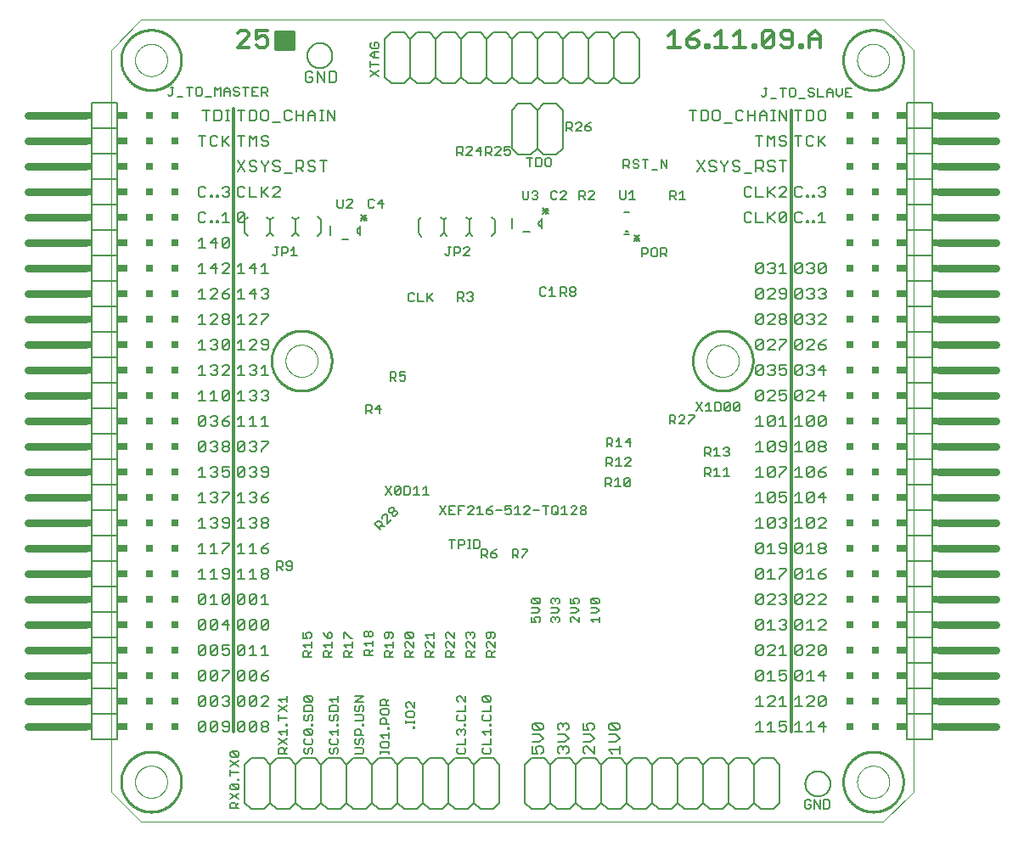
<source format=gto>
G75*
%MOIN*%
%OFA0B0*%
%FSLAX25Y25*%
%IPPOS*%
%LPD*%
%AMOC8*
5,1,8,0,0,1.08239X$1,22.5*
%
%ADD10C,0.00800*%
%ADD11C,0.00600*%
%ADD12C,0.01200*%
%ADD13C,0.01600*%
%ADD14C,0.03000*%
%ADD15R,0.02000X0.03000*%
%ADD16R,0.04000X0.03000*%
%ADD17R,0.03000X0.03000*%
%ADD18C,0.00000*%
%ADD19C,0.01000*%
D10*
X0069400Y0045701D02*
X0072202Y0048503D01*
X0072202Y0045701D01*
X0071502Y0045000D01*
X0070101Y0045000D01*
X0069400Y0045701D01*
X0069400Y0048503D01*
X0070101Y0049204D01*
X0071502Y0049204D01*
X0072202Y0048503D01*
X0074004Y0048503D02*
X0074004Y0045701D01*
X0076806Y0048503D01*
X0076806Y0045701D01*
X0076106Y0045000D01*
X0074705Y0045000D01*
X0074004Y0045701D01*
X0074004Y0048503D02*
X0074705Y0049204D01*
X0076106Y0049204D01*
X0076806Y0048503D01*
X0078608Y0048503D02*
X0078608Y0047802D01*
X0079308Y0047102D01*
X0081410Y0047102D01*
X0081410Y0048503D02*
X0080710Y0049204D01*
X0079308Y0049204D01*
X0078608Y0048503D01*
X0081410Y0048503D02*
X0081410Y0045701D01*
X0080710Y0045000D01*
X0079308Y0045000D01*
X0078608Y0045701D01*
X0083212Y0045000D02*
X0083212Y0049204D01*
X0084746Y0048503D02*
X0084746Y0045701D01*
X0087549Y0048503D01*
X0087549Y0045701D01*
X0086848Y0045000D01*
X0085447Y0045000D01*
X0084746Y0045701D01*
X0084746Y0048503D02*
X0085447Y0049204D01*
X0086848Y0049204D01*
X0087549Y0048503D01*
X0089350Y0048503D02*
X0089350Y0045701D01*
X0092153Y0048503D01*
X0092153Y0045701D01*
X0091452Y0045000D01*
X0090051Y0045000D01*
X0089350Y0045701D01*
X0089350Y0048503D02*
X0090051Y0049204D01*
X0091452Y0049204D01*
X0092153Y0048503D01*
X0093954Y0048503D02*
X0093954Y0047802D01*
X0094655Y0047102D01*
X0096056Y0047102D01*
X0096757Y0046401D01*
X0096757Y0045701D01*
X0096056Y0045000D01*
X0094655Y0045000D01*
X0093954Y0045701D01*
X0093954Y0046401D01*
X0094655Y0047102D01*
X0096056Y0047102D02*
X0096757Y0047802D01*
X0096757Y0048503D01*
X0096056Y0049204D01*
X0094655Y0049204D01*
X0093954Y0048503D01*
X0093954Y0055000D02*
X0096757Y0057802D01*
X0096757Y0058503D01*
X0096056Y0059204D01*
X0094655Y0059204D01*
X0093954Y0058503D01*
X0092153Y0058503D02*
X0089350Y0055701D01*
X0090051Y0055000D01*
X0091452Y0055000D01*
X0092153Y0055701D01*
X0092153Y0058503D01*
X0091452Y0059204D01*
X0090051Y0059204D01*
X0089350Y0058503D01*
X0089350Y0055701D01*
X0087549Y0055701D02*
X0087549Y0058503D01*
X0084746Y0055701D01*
X0085447Y0055000D01*
X0086848Y0055000D01*
X0087549Y0055701D01*
X0087549Y0058503D02*
X0086848Y0059204D01*
X0085447Y0059204D01*
X0084746Y0058503D01*
X0084746Y0055701D01*
X0083212Y0055000D02*
X0083212Y0059204D01*
X0081410Y0058503D02*
X0081410Y0057802D01*
X0080710Y0057102D01*
X0081410Y0056401D01*
X0081410Y0055701D01*
X0080710Y0055000D01*
X0079308Y0055000D01*
X0078608Y0055701D01*
X0076806Y0055701D02*
X0076806Y0058503D01*
X0074004Y0055701D01*
X0074705Y0055000D01*
X0076106Y0055000D01*
X0076806Y0055701D01*
X0076806Y0058503D02*
X0076106Y0059204D01*
X0074705Y0059204D01*
X0074004Y0058503D01*
X0074004Y0055701D01*
X0072202Y0055701D02*
X0072202Y0058503D01*
X0069400Y0055701D01*
X0070101Y0055000D01*
X0071502Y0055000D01*
X0072202Y0055701D01*
X0072202Y0058503D02*
X0071502Y0059204D01*
X0070101Y0059204D01*
X0069400Y0058503D01*
X0069400Y0055701D01*
X0078608Y0058503D02*
X0079308Y0059204D01*
X0080710Y0059204D01*
X0081410Y0058503D01*
X0080710Y0057102D02*
X0080009Y0057102D01*
X0078608Y0065000D02*
X0078608Y0065701D01*
X0081410Y0068503D01*
X0081410Y0069204D01*
X0078608Y0069204D01*
X0076806Y0068503D02*
X0074004Y0065701D01*
X0074705Y0065000D01*
X0076106Y0065000D01*
X0076806Y0065701D01*
X0076806Y0068503D01*
X0076106Y0069204D01*
X0074705Y0069204D01*
X0074004Y0068503D01*
X0074004Y0065701D01*
X0072202Y0065701D02*
X0072202Y0068503D01*
X0069400Y0065701D01*
X0070101Y0065000D01*
X0071502Y0065000D01*
X0072202Y0065701D01*
X0072202Y0068503D02*
X0071502Y0069204D01*
X0070101Y0069204D01*
X0069400Y0068503D01*
X0069400Y0065701D01*
X0070101Y0075000D02*
X0069400Y0075701D01*
X0072202Y0078503D01*
X0072202Y0075701D01*
X0071502Y0075000D01*
X0070101Y0075000D01*
X0069400Y0075701D02*
X0069400Y0078503D01*
X0070101Y0079204D01*
X0071502Y0079204D01*
X0072202Y0078503D01*
X0074004Y0078503D02*
X0074004Y0075701D01*
X0076806Y0078503D01*
X0076806Y0075701D01*
X0076106Y0075000D01*
X0074705Y0075000D01*
X0074004Y0075701D01*
X0074004Y0078503D02*
X0074705Y0079204D01*
X0076106Y0079204D01*
X0076806Y0078503D01*
X0078608Y0079204D02*
X0078608Y0077102D01*
X0080009Y0077802D01*
X0080710Y0077802D01*
X0081410Y0077102D01*
X0081410Y0075701D01*
X0080710Y0075000D01*
X0079308Y0075000D01*
X0078608Y0075701D01*
X0078608Y0079204D02*
X0081410Y0079204D01*
X0083212Y0079204D02*
X0083212Y0075000D01*
X0084746Y0075701D02*
X0087549Y0078503D01*
X0087549Y0075701D01*
X0086848Y0075000D01*
X0085447Y0075000D01*
X0084746Y0075701D01*
X0084746Y0078503D01*
X0085447Y0079204D01*
X0086848Y0079204D01*
X0087549Y0078503D01*
X0089350Y0077802D02*
X0090752Y0079204D01*
X0090752Y0075000D01*
X0092153Y0075000D02*
X0089350Y0075000D01*
X0093954Y0075000D02*
X0096757Y0075000D01*
X0095355Y0075000D02*
X0095355Y0079204D01*
X0093954Y0077802D01*
X0094655Y0085000D02*
X0093954Y0085701D01*
X0096757Y0088503D01*
X0096757Y0085701D01*
X0096056Y0085000D01*
X0094655Y0085000D01*
X0093954Y0085701D02*
X0093954Y0088503D01*
X0094655Y0089204D01*
X0096056Y0089204D01*
X0096757Y0088503D01*
X0092153Y0088503D02*
X0089350Y0085701D01*
X0090051Y0085000D01*
X0091452Y0085000D01*
X0092153Y0085701D01*
X0092153Y0088503D01*
X0091452Y0089204D01*
X0090051Y0089204D01*
X0089350Y0088503D01*
X0089350Y0085701D01*
X0087549Y0085701D02*
X0087549Y0088503D01*
X0084746Y0085701D01*
X0085447Y0085000D01*
X0086848Y0085000D01*
X0087549Y0085701D01*
X0087549Y0088503D02*
X0086848Y0089204D01*
X0085447Y0089204D01*
X0084746Y0088503D01*
X0084746Y0085701D01*
X0083212Y0085000D02*
X0083212Y0089204D01*
X0080710Y0089204D02*
X0078608Y0087102D01*
X0081410Y0087102D01*
X0080710Y0085000D02*
X0080710Y0089204D01*
X0076806Y0088503D02*
X0074004Y0085701D01*
X0074705Y0085000D01*
X0076106Y0085000D01*
X0076806Y0085701D01*
X0076806Y0088503D01*
X0076106Y0089204D01*
X0074705Y0089204D01*
X0074004Y0088503D01*
X0074004Y0085701D01*
X0072202Y0085701D02*
X0072202Y0088503D01*
X0069400Y0085701D01*
X0070101Y0085000D01*
X0071502Y0085000D01*
X0072202Y0085701D01*
X0072202Y0088503D02*
X0071502Y0089204D01*
X0070101Y0089204D01*
X0069400Y0088503D01*
X0069400Y0085701D01*
X0070101Y0095000D02*
X0069400Y0095701D01*
X0072202Y0098503D01*
X0072202Y0095701D01*
X0071502Y0095000D01*
X0070101Y0095000D01*
X0069400Y0095701D02*
X0069400Y0098503D01*
X0070101Y0099204D01*
X0071502Y0099204D01*
X0072202Y0098503D01*
X0074004Y0097802D02*
X0075405Y0099204D01*
X0075405Y0095000D01*
X0074004Y0095000D02*
X0076806Y0095000D01*
X0078608Y0095701D02*
X0078608Y0098503D01*
X0079308Y0099204D01*
X0080710Y0099204D01*
X0081410Y0098503D01*
X0078608Y0095701D01*
X0079308Y0095000D01*
X0080710Y0095000D01*
X0081410Y0095701D01*
X0081410Y0098503D01*
X0083212Y0099204D02*
X0083212Y0095000D01*
X0084746Y0095701D02*
X0087549Y0098503D01*
X0087549Y0095701D01*
X0086848Y0095000D01*
X0085447Y0095000D01*
X0084746Y0095701D01*
X0084746Y0098503D01*
X0085447Y0099204D01*
X0086848Y0099204D01*
X0087549Y0098503D01*
X0089350Y0098503D02*
X0089350Y0095701D01*
X0092153Y0098503D01*
X0092153Y0095701D01*
X0091452Y0095000D01*
X0090051Y0095000D01*
X0089350Y0095701D01*
X0089350Y0098503D02*
X0090051Y0099204D01*
X0091452Y0099204D01*
X0092153Y0098503D01*
X0093954Y0097802D02*
X0095355Y0099204D01*
X0095355Y0095000D01*
X0093954Y0095000D02*
X0096757Y0095000D01*
X0096056Y0105000D02*
X0094655Y0105000D01*
X0093954Y0105701D01*
X0093954Y0106401D01*
X0094655Y0107102D01*
X0096056Y0107102D01*
X0096757Y0106401D01*
X0096757Y0105701D01*
X0096056Y0105000D01*
X0096056Y0107102D02*
X0096757Y0107802D01*
X0096757Y0108503D01*
X0096056Y0109204D01*
X0094655Y0109204D01*
X0093954Y0108503D01*
X0093954Y0107802D01*
X0094655Y0107102D01*
X0092153Y0105000D02*
X0089350Y0105000D01*
X0090752Y0105000D02*
X0090752Y0109204D01*
X0089350Y0107802D01*
X0087549Y0105000D02*
X0084746Y0105000D01*
X0086148Y0105000D02*
X0086148Y0109204D01*
X0084746Y0107802D01*
X0083212Y0109204D02*
X0083212Y0105000D01*
X0081410Y0105701D02*
X0081410Y0108503D01*
X0080710Y0109204D01*
X0079308Y0109204D01*
X0078608Y0108503D01*
X0078608Y0107802D01*
X0079308Y0107102D01*
X0081410Y0107102D01*
X0081410Y0105701D02*
X0080710Y0105000D01*
X0079308Y0105000D01*
X0078608Y0105701D01*
X0076806Y0105000D02*
X0074004Y0105000D01*
X0075405Y0105000D02*
X0075405Y0109204D01*
X0074004Y0107802D01*
X0072202Y0105000D02*
X0069400Y0105000D01*
X0070801Y0105000D02*
X0070801Y0109204D01*
X0069400Y0107802D01*
X0069400Y0115000D02*
X0072202Y0115000D01*
X0070801Y0115000D02*
X0070801Y0119204D01*
X0069400Y0117802D01*
X0074004Y0117802D02*
X0075405Y0119204D01*
X0075405Y0115000D01*
X0074004Y0115000D02*
X0076806Y0115000D01*
X0078608Y0115000D02*
X0078608Y0115701D01*
X0081410Y0118503D01*
X0081410Y0119204D01*
X0078608Y0119204D01*
X0083212Y0119204D02*
X0083212Y0115000D01*
X0084746Y0115000D02*
X0087549Y0115000D01*
X0086148Y0115000D02*
X0086148Y0119204D01*
X0084746Y0117802D01*
X0089350Y0117802D02*
X0090752Y0119204D01*
X0090752Y0115000D01*
X0092153Y0115000D02*
X0089350Y0115000D01*
X0093954Y0115701D02*
X0094655Y0115000D01*
X0096056Y0115000D01*
X0096757Y0115701D01*
X0096757Y0116401D01*
X0096056Y0117102D01*
X0093954Y0117102D01*
X0093954Y0115701D01*
X0093954Y0117102D02*
X0095355Y0118503D01*
X0096757Y0119204D01*
X0096056Y0125000D02*
X0094655Y0125000D01*
X0093954Y0125701D01*
X0093954Y0126401D01*
X0094655Y0127102D01*
X0096056Y0127102D01*
X0096757Y0126401D01*
X0096757Y0125701D01*
X0096056Y0125000D01*
X0096056Y0127102D02*
X0096757Y0127802D01*
X0096757Y0128503D01*
X0096056Y0129204D01*
X0094655Y0129204D01*
X0093954Y0128503D01*
X0093954Y0127802D01*
X0094655Y0127102D01*
X0092153Y0127802D02*
X0091452Y0127102D01*
X0092153Y0126401D01*
X0092153Y0125701D01*
X0091452Y0125000D01*
X0090051Y0125000D01*
X0089350Y0125701D01*
X0087549Y0125000D02*
X0084746Y0125000D01*
X0086148Y0125000D02*
X0086148Y0129204D01*
X0084746Y0127802D01*
X0083212Y0129204D02*
X0083212Y0125000D01*
X0081410Y0125701D02*
X0081410Y0128503D01*
X0080710Y0129204D01*
X0079308Y0129204D01*
X0078608Y0128503D01*
X0078608Y0127802D01*
X0079308Y0127102D01*
X0081410Y0127102D01*
X0081410Y0125701D02*
X0080710Y0125000D01*
X0079308Y0125000D01*
X0078608Y0125701D01*
X0076806Y0125701D02*
X0076106Y0125000D01*
X0074705Y0125000D01*
X0074004Y0125701D01*
X0072202Y0125000D02*
X0069400Y0125000D01*
X0070801Y0125000D02*
X0070801Y0129204D01*
X0069400Y0127802D01*
X0074004Y0128503D02*
X0074705Y0129204D01*
X0076106Y0129204D01*
X0076806Y0128503D01*
X0076806Y0127802D01*
X0076106Y0127102D01*
X0076806Y0126401D01*
X0076806Y0125701D01*
X0076106Y0127102D02*
X0075405Y0127102D01*
X0074705Y0135000D02*
X0074004Y0135701D01*
X0074705Y0135000D02*
X0076106Y0135000D01*
X0076806Y0135701D01*
X0076806Y0136401D01*
X0076106Y0137102D01*
X0075405Y0137102D01*
X0076106Y0137102D02*
X0076806Y0137802D01*
X0076806Y0138503D01*
X0076106Y0139204D01*
X0074705Y0139204D01*
X0074004Y0138503D01*
X0070801Y0139204D02*
X0070801Y0135000D01*
X0069400Y0135000D02*
X0072202Y0135000D01*
X0069400Y0137802D02*
X0070801Y0139204D01*
X0070801Y0145000D02*
X0070801Y0149204D01*
X0069400Y0147802D01*
X0069400Y0145000D02*
X0072202Y0145000D01*
X0074004Y0145701D02*
X0074705Y0145000D01*
X0076106Y0145000D01*
X0076806Y0145701D01*
X0076806Y0146401D01*
X0076106Y0147102D01*
X0075405Y0147102D01*
X0076106Y0147102D02*
X0076806Y0147802D01*
X0076806Y0148503D01*
X0076106Y0149204D01*
X0074705Y0149204D01*
X0074004Y0148503D01*
X0078608Y0149204D02*
X0078608Y0147102D01*
X0080009Y0147802D01*
X0080710Y0147802D01*
X0081410Y0147102D01*
X0081410Y0145701D01*
X0080710Y0145000D01*
X0079308Y0145000D01*
X0078608Y0145701D01*
X0078608Y0149204D02*
X0081410Y0149204D01*
X0083212Y0149204D02*
X0083212Y0145000D01*
X0084746Y0145701D02*
X0087549Y0148503D01*
X0087549Y0145701D01*
X0086848Y0145000D01*
X0085447Y0145000D01*
X0084746Y0145701D01*
X0084746Y0148503D01*
X0085447Y0149204D01*
X0086848Y0149204D01*
X0087549Y0148503D01*
X0089350Y0148503D02*
X0090051Y0149204D01*
X0091452Y0149204D01*
X0092153Y0148503D01*
X0092153Y0147802D01*
X0091452Y0147102D01*
X0092153Y0146401D01*
X0092153Y0145701D01*
X0091452Y0145000D01*
X0090051Y0145000D01*
X0089350Y0145701D01*
X0090752Y0147102D02*
X0091452Y0147102D01*
X0093954Y0147802D02*
X0093954Y0148503D01*
X0094655Y0149204D01*
X0096056Y0149204D01*
X0096757Y0148503D01*
X0096757Y0145701D01*
X0096056Y0145000D01*
X0094655Y0145000D01*
X0093954Y0145701D01*
X0094655Y0147102D02*
X0096757Y0147102D01*
X0094655Y0147102D02*
X0093954Y0147802D01*
X0091452Y0139204D02*
X0092153Y0138503D01*
X0092153Y0137802D01*
X0091452Y0137102D01*
X0092153Y0136401D01*
X0092153Y0135701D01*
X0091452Y0135000D01*
X0090051Y0135000D01*
X0089350Y0135701D01*
X0087549Y0135000D02*
X0084746Y0135000D01*
X0086148Y0135000D02*
X0086148Y0139204D01*
X0084746Y0137802D01*
X0083212Y0139204D02*
X0083212Y0135000D01*
X0081410Y0138503D02*
X0078608Y0135701D01*
X0078608Y0135000D01*
X0078608Y0139204D02*
X0081410Y0139204D01*
X0081410Y0138503D01*
X0089350Y0138503D02*
X0090051Y0139204D01*
X0091452Y0139204D01*
X0091452Y0137102D02*
X0090752Y0137102D01*
X0093954Y0137102D02*
X0095355Y0138503D01*
X0096757Y0139204D01*
X0096056Y0137102D02*
X0093954Y0137102D01*
X0093954Y0135701D01*
X0094655Y0135000D01*
X0096056Y0135000D01*
X0096757Y0135701D01*
X0096757Y0136401D01*
X0096056Y0137102D01*
X0091452Y0129204D02*
X0092153Y0128503D01*
X0092153Y0127802D01*
X0091452Y0127102D02*
X0090752Y0127102D01*
X0089350Y0128503D02*
X0090051Y0129204D01*
X0091452Y0129204D01*
X0091452Y0155000D02*
X0090051Y0155000D01*
X0089350Y0155701D01*
X0087549Y0155701D02*
X0087549Y0158503D01*
X0084746Y0155701D01*
X0085447Y0155000D01*
X0086848Y0155000D01*
X0087549Y0155701D01*
X0087549Y0158503D02*
X0086848Y0159204D01*
X0085447Y0159204D01*
X0084746Y0158503D01*
X0084746Y0155701D01*
X0083212Y0155000D02*
X0083212Y0159204D01*
X0081410Y0158503D02*
X0081410Y0157802D01*
X0080710Y0157102D01*
X0079308Y0157102D01*
X0078608Y0157802D01*
X0078608Y0158503D01*
X0079308Y0159204D01*
X0080710Y0159204D01*
X0081410Y0158503D01*
X0080710Y0157102D02*
X0081410Y0156401D01*
X0081410Y0155701D01*
X0080710Y0155000D01*
X0079308Y0155000D01*
X0078608Y0155701D01*
X0078608Y0156401D01*
X0079308Y0157102D01*
X0076806Y0157802D02*
X0076806Y0158503D01*
X0076106Y0159204D01*
X0074705Y0159204D01*
X0074004Y0158503D01*
X0072202Y0158503D02*
X0069400Y0155701D01*
X0070101Y0155000D01*
X0071502Y0155000D01*
X0072202Y0155701D01*
X0072202Y0158503D01*
X0071502Y0159204D01*
X0070101Y0159204D01*
X0069400Y0158503D01*
X0069400Y0155701D01*
X0074004Y0155701D02*
X0074705Y0155000D01*
X0076106Y0155000D01*
X0076806Y0155701D01*
X0076806Y0156401D01*
X0076106Y0157102D01*
X0075405Y0157102D01*
X0076106Y0157102D02*
X0076806Y0157802D01*
X0076106Y0165000D02*
X0074705Y0165000D01*
X0074004Y0165701D01*
X0072202Y0165701D02*
X0072202Y0168503D01*
X0069400Y0165701D01*
X0070101Y0165000D01*
X0071502Y0165000D01*
X0072202Y0165701D01*
X0072202Y0168503D02*
X0071502Y0169204D01*
X0070101Y0169204D01*
X0069400Y0168503D01*
X0069400Y0165701D01*
X0074004Y0168503D02*
X0074705Y0169204D01*
X0076106Y0169204D01*
X0076806Y0168503D01*
X0076806Y0167802D01*
X0076106Y0167102D01*
X0076806Y0166401D01*
X0076806Y0165701D01*
X0076106Y0165000D01*
X0076106Y0167102D02*
X0075405Y0167102D01*
X0078608Y0167102D02*
X0080009Y0168503D01*
X0081410Y0169204D01*
X0083212Y0169204D02*
X0083212Y0165000D01*
X0084746Y0165000D02*
X0087549Y0165000D01*
X0086148Y0165000D02*
X0086148Y0169204D01*
X0084746Y0167802D01*
X0081410Y0166401D02*
X0080710Y0167102D01*
X0078608Y0167102D01*
X0078608Y0165701D01*
X0079308Y0165000D01*
X0080710Y0165000D01*
X0081410Y0165701D01*
X0081410Y0166401D01*
X0089350Y0165000D02*
X0092153Y0165000D01*
X0090752Y0165000D02*
X0090752Y0169204D01*
X0089350Y0167802D01*
X0093954Y0167802D02*
X0095355Y0169204D01*
X0095355Y0165000D01*
X0093954Y0165000D02*
X0096757Y0165000D01*
X0096757Y0159204D02*
X0093954Y0159204D01*
X0092153Y0158503D02*
X0092153Y0157802D01*
X0091452Y0157102D01*
X0092153Y0156401D01*
X0092153Y0155701D01*
X0091452Y0155000D01*
X0091452Y0157102D02*
X0090752Y0157102D01*
X0092153Y0158503D02*
X0091452Y0159204D01*
X0090051Y0159204D01*
X0089350Y0158503D01*
X0093954Y0155701D02*
X0093954Y0155000D01*
X0093954Y0155701D02*
X0096757Y0158503D01*
X0096757Y0159204D01*
X0096056Y0175000D02*
X0094655Y0175000D01*
X0093954Y0175701D01*
X0092153Y0175701D02*
X0091452Y0175000D01*
X0090051Y0175000D01*
X0089350Y0175701D01*
X0087549Y0175000D02*
X0084746Y0175000D01*
X0086148Y0175000D02*
X0086148Y0179204D01*
X0084746Y0177802D01*
X0083212Y0179204D02*
X0083212Y0175000D01*
X0081410Y0175701D02*
X0080710Y0175000D01*
X0079308Y0175000D01*
X0078608Y0175701D01*
X0081410Y0178503D01*
X0081410Y0175701D01*
X0081410Y0178503D02*
X0080710Y0179204D01*
X0079308Y0179204D01*
X0078608Y0178503D01*
X0078608Y0175701D01*
X0076806Y0175000D02*
X0074004Y0175000D01*
X0075405Y0175000D02*
X0075405Y0179204D01*
X0074004Y0177802D01*
X0072202Y0175000D02*
X0069400Y0175000D01*
X0070801Y0175000D02*
X0070801Y0179204D01*
X0069400Y0177802D01*
X0069400Y0185000D02*
X0072202Y0185000D01*
X0070801Y0185000D02*
X0070801Y0189204D01*
X0069400Y0187802D01*
X0074004Y0188503D02*
X0074705Y0189204D01*
X0076106Y0189204D01*
X0076806Y0188503D01*
X0076806Y0187802D01*
X0076106Y0187102D01*
X0076806Y0186401D01*
X0076806Y0185701D01*
X0076106Y0185000D01*
X0074705Y0185000D01*
X0074004Y0185701D01*
X0075405Y0187102D02*
X0076106Y0187102D01*
X0078608Y0188503D02*
X0079308Y0189204D01*
X0080710Y0189204D01*
X0081410Y0188503D01*
X0081410Y0187802D01*
X0078608Y0185000D01*
X0081410Y0185000D01*
X0083212Y0185000D02*
X0083212Y0189204D01*
X0084746Y0187802D02*
X0086148Y0189204D01*
X0086148Y0185000D01*
X0087549Y0185000D02*
X0084746Y0185000D01*
X0089350Y0185701D02*
X0090051Y0185000D01*
X0091452Y0185000D01*
X0092153Y0185701D01*
X0092153Y0186401D01*
X0091452Y0187102D01*
X0090752Y0187102D01*
X0091452Y0187102D02*
X0092153Y0187802D01*
X0092153Y0188503D01*
X0091452Y0189204D01*
X0090051Y0189204D01*
X0089350Y0188503D01*
X0093954Y0187802D02*
X0095355Y0189204D01*
X0095355Y0185000D01*
X0093954Y0185000D02*
X0096757Y0185000D01*
X0096056Y0179204D02*
X0096757Y0178503D01*
X0096757Y0177802D01*
X0096056Y0177102D01*
X0096757Y0176401D01*
X0096757Y0175701D01*
X0096056Y0175000D01*
X0096056Y0177102D02*
X0095355Y0177102D01*
X0093954Y0178503D02*
X0094655Y0179204D01*
X0096056Y0179204D01*
X0092153Y0178503D02*
X0092153Y0177802D01*
X0091452Y0177102D01*
X0092153Y0176401D01*
X0092153Y0175701D01*
X0091452Y0177102D02*
X0090752Y0177102D01*
X0092153Y0178503D02*
X0091452Y0179204D01*
X0090051Y0179204D01*
X0089350Y0178503D01*
X0089350Y0195000D02*
X0092153Y0197802D01*
X0092153Y0198503D01*
X0091452Y0199204D01*
X0090051Y0199204D01*
X0089350Y0198503D01*
X0086148Y0199204D02*
X0086148Y0195000D01*
X0087549Y0195000D02*
X0084746Y0195000D01*
X0083212Y0195000D02*
X0083212Y0199204D01*
X0081410Y0198503D02*
X0078608Y0195701D01*
X0079308Y0195000D01*
X0080710Y0195000D01*
X0081410Y0195701D01*
X0081410Y0198503D01*
X0080710Y0199204D01*
X0079308Y0199204D01*
X0078608Y0198503D01*
X0078608Y0195701D01*
X0076806Y0195701D02*
X0076106Y0195000D01*
X0074705Y0195000D01*
X0074004Y0195701D01*
X0072202Y0195000D02*
X0069400Y0195000D01*
X0070801Y0195000D02*
X0070801Y0199204D01*
X0069400Y0197802D01*
X0074004Y0198503D02*
X0074705Y0199204D01*
X0076106Y0199204D01*
X0076806Y0198503D01*
X0076806Y0197802D01*
X0076106Y0197102D01*
X0076806Y0196401D01*
X0076806Y0195701D01*
X0076106Y0197102D02*
X0075405Y0197102D01*
X0074004Y0205000D02*
X0076806Y0207802D01*
X0076806Y0208503D01*
X0076106Y0209204D01*
X0074705Y0209204D01*
X0074004Y0208503D01*
X0070801Y0209204D02*
X0070801Y0205000D01*
X0069400Y0205000D02*
X0072202Y0205000D01*
X0074004Y0205000D02*
X0076806Y0205000D01*
X0078608Y0205701D02*
X0078608Y0206401D01*
X0079308Y0207102D01*
X0080710Y0207102D01*
X0081410Y0206401D01*
X0081410Y0205701D01*
X0080710Y0205000D01*
X0079308Y0205000D01*
X0078608Y0205701D01*
X0079308Y0207102D02*
X0078608Y0207802D01*
X0078608Y0208503D01*
X0079308Y0209204D01*
X0080710Y0209204D01*
X0081410Y0208503D01*
X0081410Y0207802D01*
X0080710Y0207102D01*
X0083212Y0209204D02*
X0083212Y0205000D01*
X0084746Y0205000D02*
X0087549Y0205000D01*
X0086148Y0205000D02*
X0086148Y0209204D01*
X0084746Y0207802D01*
X0089350Y0208503D02*
X0090051Y0209204D01*
X0091452Y0209204D01*
X0092153Y0208503D01*
X0092153Y0207802D01*
X0089350Y0205000D01*
X0092153Y0205000D01*
X0093954Y0205000D02*
X0093954Y0205701D01*
X0096757Y0208503D01*
X0096757Y0209204D01*
X0093954Y0209204D01*
X0094655Y0215000D02*
X0093954Y0215701D01*
X0094655Y0215000D02*
X0096056Y0215000D01*
X0096757Y0215701D01*
X0096757Y0216401D01*
X0096056Y0217102D01*
X0095355Y0217102D01*
X0096056Y0217102D02*
X0096757Y0217802D01*
X0096757Y0218503D01*
X0096056Y0219204D01*
X0094655Y0219204D01*
X0093954Y0218503D01*
X0092153Y0217102D02*
X0089350Y0217102D01*
X0091452Y0219204D01*
X0091452Y0215000D01*
X0087549Y0215000D02*
X0084746Y0215000D01*
X0086148Y0215000D02*
X0086148Y0219204D01*
X0084746Y0217802D01*
X0083212Y0219204D02*
X0083212Y0215000D01*
X0081410Y0215701D02*
X0081410Y0216401D01*
X0080710Y0217102D01*
X0078608Y0217102D01*
X0078608Y0215701D01*
X0079308Y0215000D01*
X0080710Y0215000D01*
X0081410Y0215701D01*
X0080009Y0218503D02*
X0078608Y0217102D01*
X0076806Y0217802D02*
X0074004Y0215000D01*
X0076806Y0215000D01*
X0076806Y0217802D02*
X0076806Y0218503D01*
X0076106Y0219204D01*
X0074705Y0219204D01*
X0074004Y0218503D01*
X0070801Y0219204D02*
X0069400Y0217802D01*
X0070801Y0219204D02*
X0070801Y0215000D01*
X0069400Y0215000D02*
X0072202Y0215000D01*
X0070801Y0209204D02*
X0069400Y0207802D01*
X0080009Y0218503D02*
X0081410Y0219204D01*
X0081410Y0225000D02*
X0078608Y0225000D01*
X0081410Y0227802D01*
X0081410Y0228503D01*
X0080710Y0229204D01*
X0079308Y0229204D01*
X0078608Y0228503D01*
X0076806Y0227102D02*
X0074004Y0227102D01*
X0076106Y0229204D01*
X0076106Y0225000D01*
X0072202Y0225000D02*
X0069400Y0225000D01*
X0070801Y0225000D02*
X0070801Y0229204D01*
X0069400Y0227802D01*
X0069400Y0235000D02*
X0072202Y0235000D01*
X0070801Y0235000D02*
X0070801Y0239204D01*
X0069400Y0237802D01*
X0074004Y0237102D02*
X0076106Y0239204D01*
X0076106Y0235000D01*
X0076806Y0237102D02*
X0074004Y0237102D01*
X0078608Y0238503D02*
X0079308Y0239204D01*
X0080710Y0239204D01*
X0081410Y0238503D01*
X0078608Y0235701D01*
X0079308Y0235000D01*
X0080710Y0235000D01*
X0081410Y0235701D01*
X0081410Y0238503D01*
X0083212Y0239204D02*
X0083212Y0235000D01*
X0078608Y0235701D02*
X0078608Y0238503D01*
X0078608Y0244900D02*
X0081410Y0244900D01*
X0080009Y0244900D02*
X0080009Y0249104D01*
X0078608Y0247702D01*
X0077006Y0245601D02*
X0077006Y0244900D01*
X0076306Y0244900D01*
X0076306Y0245601D01*
X0077006Y0245601D01*
X0074705Y0245601D02*
X0074705Y0244900D01*
X0074004Y0244900D01*
X0074004Y0245601D01*
X0074705Y0245601D01*
X0072202Y0245601D02*
X0071502Y0244900D01*
X0070101Y0244900D01*
X0069400Y0245601D01*
X0069400Y0248403D01*
X0070101Y0249104D01*
X0071502Y0249104D01*
X0072202Y0248403D01*
X0071502Y0254900D02*
X0072202Y0255601D01*
X0071502Y0254900D02*
X0070101Y0254900D01*
X0069400Y0255601D01*
X0069400Y0258403D01*
X0070101Y0259104D01*
X0071502Y0259104D01*
X0072202Y0258403D01*
X0074004Y0255601D02*
X0074004Y0254900D01*
X0074705Y0254900D01*
X0074705Y0255601D01*
X0074004Y0255601D01*
X0076306Y0255601D02*
X0077006Y0255601D01*
X0077006Y0254900D01*
X0076306Y0254900D01*
X0076306Y0255601D01*
X0078608Y0255601D02*
X0079308Y0254900D01*
X0080710Y0254900D01*
X0081410Y0255601D01*
X0081410Y0256301D01*
X0080710Y0257002D01*
X0080009Y0257002D01*
X0080710Y0257002D02*
X0081410Y0257702D01*
X0081410Y0258403D01*
X0080710Y0259104D01*
X0079308Y0259104D01*
X0078608Y0258403D01*
X0083212Y0259104D02*
X0083212Y0254900D01*
X0084746Y0255601D02*
X0085447Y0254900D01*
X0086848Y0254900D01*
X0087549Y0255601D01*
X0089350Y0254900D02*
X0092153Y0254900D01*
X0093954Y0254900D02*
X0093954Y0259104D01*
X0094655Y0257002D02*
X0096757Y0254900D01*
X0098558Y0254900D02*
X0101361Y0257702D01*
X0101361Y0258403D01*
X0100660Y0259104D01*
X0099259Y0259104D01*
X0098558Y0258403D01*
X0096757Y0259104D02*
X0093954Y0256301D01*
X0089350Y0254900D02*
X0089350Y0259104D01*
X0087549Y0258403D02*
X0086848Y0259104D01*
X0085447Y0259104D01*
X0084746Y0258403D01*
X0084746Y0255601D01*
X0085447Y0249104D02*
X0086848Y0249104D01*
X0087549Y0248403D01*
X0084746Y0245601D01*
X0085447Y0244900D01*
X0086848Y0244900D01*
X0087549Y0245601D01*
X0087549Y0248403D01*
X0085447Y0249104D02*
X0084746Y0248403D01*
X0084746Y0245601D01*
X0083212Y0244900D02*
X0083212Y0249104D01*
X0083212Y0265100D02*
X0083212Y0269304D01*
X0084746Y0269304D02*
X0087549Y0265100D01*
X0089350Y0265801D02*
X0090051Y0265100D01*
X0091452Y0265100D01*
X0092153Y0265801D01*
X0092153Y0266501D01*
X0091452Y0267202D01*
X0090051Y0267202D01*
X0089350Y0267902D01*
X0089350Y0268603D01*
X0090051Y0269304D01*
X0091452Y0269304D01*
X0092153Y0268603D01*
X0093954Y0268603D02*
X0093954Y0269304D01*
X0093954Y0268603D02*
X0095355Y0267202D01*
X0095355Y0265100D01*
X0095355Y0267202D02*
X0096757Y0268603D01*
X0096757Y0269304D01*
X0098558Y0268603D02*
X0099259Y0269304D01*
X0100660Y0269304D01*
X0101361Y0268603D01*
X0100660Y0267202D02*
X0101361Y0266501D01*
X0101361Y0265801D01*
X0100660Y0265100D01*
X0099259Y0265100D01*
X0098558Y0265801D01*
X0099259Y0267202D02*
X0100660Y0267202D01*
X0099259Y0267202D02*
X0098558Y0267902D01*
X0098558Y0268603D01*
X0103162Y0264399D02*
X0105964Y0264399D01*
X0107766Y0265100D02*
X0107766Y0269304D01*
X0109868Y0269304D01*
X0110568Y0268603D01*
X0110568Y0267202D01*
X0109868Y0266501D01*
X0107766Y0266501D01*
X0109167Y0266501D02*
X0110568Y0265100D01*
X0112370Y0265801D02*
X0113071Y0265100D01*
X0114472Y0265100D01*
X0115172Y0265801D01*
X0115172Y0266501D01*
X0114472Y0267202D01*
X0113071Y0267202D01*
X0112370Y0267902D01*
X0112370Y0268603D01*
X0113071Y0269304D01*
X0114472Y0269304D01*
X0115172Y0268603D01*
X0116974Y0269304D02*
X0119776Y0269304D01*
X0118375Y0269304D02*
X0118375Y0265100D01*
X0101361Y0254900D02*
X0098558Y0254900D01*
X0084746Y0265100D02*
X0087549Y0269304D01*
X0086148Y0274900D02*
X0086148Y0279104D01*
X0087549Y0279104D02*
X0084746Y0279104D01*
X0083212Y0279104D02*
X0083212Y0274900D01*
X0081410Y0274900D02*
X0079308Y0277002D01*
X0078608Y0276301D02*
X0081410Y0279104D01*
X0078608Y0279104D02*
X0078608Y0274900D01*
X0076806Y0275601D02*
X0076106Y0274900D01*
X0074705Y0274900D01*
X0074004Y0275601D01*
X0074004Y0278403D01*
X0074705Y0279104D01*
X0076106Y0279104D01*
X0076806Y0278403D01*
X0072202Y0279104D02*
X0069400Y0279104D01*
X0070801Y0279104D02*
X0070801Y0274900D01*
X0072301Y0285000D02*
X0072301Y0289204D01*
X0070900Y0289204D02*
X0073702Y0289204D01*
X0075504Y0289204D02*
X0077606Y0289204D01*
X0078306Y0288503D01*
X0078306Y0285701D01*
X0077606Y0285000D01*
X0075504Y0285000D01*
X0075504Y0289204D01*
X0080108Y0289204D02*
X0081509Y0289204D01*
X0080808Y0289204D02*
X0080808Y0285000D01*
X0080108Y0285000D02*
X0081509Y0285000D01*
X0083177Y0285000D02*
X0083177Y0289204D01*
X0084712Y0289204D02*
X0087514Y0289204D01*
X0086113Y0289204D02*
X0086113Y0285000D01*
X0089316Y0285000D02*
X0091417Y0285000D01*
X0092118Y0285701D01*
X0092118Y0288503D01*
X0091417Y0289204D01*
X0089316Y0289204D01*
X0089316Y0285000D01*
X0093920Y0285701D02*
X0094620Y0285000D01*
X0096021Y0285000D01*
X0096722Y0285701D01*
X0096722Y0288503D01*
X0096021Y0289204D01*
X0094620Y0289204D01*
X0093920Y0288503D01*
X0093920Y0285701D01*
X0098524Y0284299D02*
X0101326Y0284299D01*
X0103127Y0285701D02*
X0103828Y0285000D01*
X0105229Y0285000D01*
X0105930Y0285701D01*
X0107731Y0285000D02*
X0107731Y0289204D01*
X0105930Y0288503D02*
X0105229Y0289204D01*
X0103828Y0289204D01*
X0103127Y0288503D01*
X0103127Y0285701D01*
X0107731Y0287102D02*
X0110534Y0287102D01*
X0112335Y0287102D02*
X0115138Y0287102D01*
X0115138Y0287802D02*
X0115138Y0285000D01*
X0116939Y0285000D02*
X0118340Y0285000D01*
X0117640Y0285000D02*
X0117640Y0289204D01*
X0118340Y0289204D02*
X0116939Y0289204D01*
X0115138Y0287802D02*
X0113737Y0289204D01*
X0112335Y0287802D01*
X0112335Y0285000D01*
X0110534Y0285000D02*
X0110534Y0289204D01*
X0120009Y0289204D02*
X0122811Y0285000D01*
X0122811Y0289204D01*
X0120009Y0289204D02*
X0120009Y0285000D01*
X0120608Y0300100D02*
X0122710Y0300100D01*
X0123410Y0300801D01*
X0123410Y0303603D01*
X0122710Y0304304D01*
X0120608Y0304304D01*
X0120608Y0300100D01*
X0118806Y0300100D02*
X0118806Y0304304D01*
X0116004Y0304304D02*
X0118806Y0300100D01*
X0116004Y0300100D02*
X0116004Y0304304D01*
X0114202Y0303603D02*
X0113502Y0304304D01*
X0112101Y0304304D01*
X0111400Y0303603D01*
X0111400Y0300801D01*
X0112101Y0300100D01*
X0113502Y0300100D01*
X0114202Y0300801D01*
X0114202Y0302202D01*
X0112801Y0302202D01*
X0096056Y0279104D02*
X0094655Y0279104D01*
X0093954Y0278403D01*
X0093954Y0277702D01*
X0094655Y0277002D01*
X0096056Y0277002D01*
X0096757Y0276301D01*
X0096757Y0275601D01*
X0096056Y0274900D01*
X0094655Y0274900D01*
X0093954Y0275601D01*
X0092153Y0274900D02*
X0092153Y0279104D01*
X0090752Y0277702D01*
X0089350Y0279104D01*
X0089350Y0274900D01*
X0096056Y0279104D02*
X0096757Y0278403D01*
X0095355Y0229204D02*
X0095355Y0225000D01*
X0093954Y0225000D02*
X0096757Y0225000D01*
X0093954Y0227802D02*
X0095355Y0229204D01*
X0092153Y0227102D02*
X0089350Y0227102D01*
X0091452Y0229204D01*
X0091452Y0225000D01*
X0087549Y0225000D02*
X0084746Y0225000D01*
X0086148Y0225000D02*
X0086148Y0229204D01*
X0084746Y0227802D01*
X0083212Y0229204D02*
X0083212Y0225000D01*
X0086148Y0199204D02*
X0084746Y0197802D01*
X0089350Y0195000D02*
X0092153Y0195000D01*
X0093954Y0195701D02*
X0094655Y0195000D01*
X0096056Y0195000D01*
X0096757Y0195701D01*
X0096757Y0198503D01*
X0096056Y0199204D01*
X0094655Y0199204D01*
X0093954Y0198503D01*
X0093954Y0197802D01*
X0094655Y0197102D01*
X0096757Y0197102D01*
X0096757Y0069204D02*
X0095355Y0068503D01*
X0093954Y0067102D01*
X0096056Y0067102D01*
X0096757Y0066401D01*
X0096757Y0065701D01*
X0096056Y0065000D01*
X0094655Y0065000D01*
X0093954Y0065701D01*
X0093954Y0067102D01*
X0092153Y0068503D02*
X0089350Y0065701D01*
X0090051Y0065000D01*
X0091452Y0065000D01*
X0092153Y0065701D01*
X0092153Y0068503D01*
X0091452Y0069204D01*
X0090051Y0069204D01*
X0089350Y0068503D01*
X0089350Y0065701D01*
X0087549Y0065701D02*
X0087549Y0068503D01*
X0084746Y0065701D01*
X0085447Y0065000D01*
X0086848Y0065000D01*
X0087549Y0065701D01*
X0087549Y0068503D02*
X0086848Y0069204D01*
X0085447Y0069204D01*
X0084746Y0068503D01*
X0084746Y0065701D01*
X0083212Y0065000D02*
X0083212Y0069204D01*
X0093954Y0055000D02*
X0096757Y0055000D01*
X0200396Y0047810D02*
X0200396Y0046408D01*
X0201097Y0045708D01*
X0203899Y0045708D01*
X0201097Y0048510D01*
X0203899Y0048510D01*
X0204600Y0047810D01*
X0204600Y0046408D01*
X0203899Y0045708D01*
X0203199Y0043906D02*
X0200396Y0043906D01*
X0200396Y0041104D02*
X0203199Y0041104D01*
X0204600Y0042505D01*
X0203199Y0043906D01*
X0200396Y0047810D02*
X0201097Y0048510D01*
X0210396Y0047810D02*
X0210396Y0046408D01*
X0211097Y0045708D01*
X0210396Y0043906D02*
X0213199Y0043906D01*
X0214600Y0042505D01*
X0213199Y0041104D01*
X0210396Y0041104D01*
X0211097Y0039302D02*
X0211798Y0039302D01*
X0212498Y0038602D01*
X0213199Y0039302D01*
X0213899Y0039302D01*
X0214600Y0038602D01*
X0214600Y0037201D01*
X0213899Y0036500D01*
X0212498Y0037901D02*
X0212498Y0038602D01*
X0211097Y0039302D02*
X0210396Y0038602D01*
X0210396Y0037201D01*
X0211097Y0036500D01*
X0204600Y0037201D02*
X0203899Y0036500D01*
X0204600Y0037201D02*
X0204600Y0038602D01*
X0203899Y0039302D01*
X0202498Y0039302D01*
X0201798Y0038602D01*
X0201798Y0037901D01*
X0202498Y0036500D01*
X0200396Y0036500D01*
X0200396Y0039302D01*
X0210396Y0047810D02*
X0211097Y0048510D01*
X0211798Y0048510D01*
X0212498Y0047810D01*
X0213199Y0048510D01*
X0213899Y0048510D01*
X0214600Y0047810D01*
X0214600Y0046408D01*
X0213899Y0045708D01*
X0212498Y0047109D02*
X0212498Y0047810D01*
X0220396Y0048510D02*
X0220396Y0045708D01*
X0222498Y0045708D01*
X0221798Y0047109D01*
X0221798Y0047810D01*
X0222498Y0048510D01*
X0223899Y0048510D01*
X0224600Y0047810D01*
X0224600Y0046408D01*
X0223899Y0045708D01*
X0223199Y0043906D02*
X0224600Y0042505D01*
X0223199Y0041104D01*
X0220396Y0041104D01*
X0221097Y0039302D02*
X0220396Y0038602D01*
X0220396Y0037201D01*
X0221097Y0036500D01*
X0221097Y0039302D02*
X0221798Y0039302D01*
X0224600Y0036500D01*
X0224600Y0039302D01*
X0230396Y0037901D02*
X0234600Y0037901D01*
X0234600Y0036500D02*
X0234600Y0039302D01*
X0233199Y0041104D02*
X0230396Y0041104D01*
X0230396Y0043906D02*
X0233199Y0043906D01*
X0234600Y0042505D01*
X0233199Y0041104D01*
X0230396Y0037901D02*
X0231798Y0036500D01*
X0231097Y0045708D02*
X0230396Y0046408D01*
X0230396Y0047810D01*
X0231097Y0048510D01*
X0233899Y0045708D01*
X0234600Y0046408D01*
X0234600Y0047810D01*
X0233899Y0048510D01*
X0231097Y0048510D01*
X0231097Y0045708D02*
X0233899Y0045708D01*
X0223199Y0043906D02*
X0220396Y0043906D01*
X0288242Y0045000D02*
X0291044Y0045000D01*
X0289643Y0045000D02*
X0289643Y0049204D01*
X0288242Y0047802D01*
X0292846Y0047802D02*
X0294247Y0049204D01*
X0294247Y0045000D01*
X0292846Y0045000D02*
X0295648Y0045000D01*
X0297450Y0045701D02*
X0298150Y0045000D01*
X0299551Y0045000D01*
X0300252Y0045701D01*
X0300252Y0047102D01*
X0299551Y0047802D01*
X0298851Y0047802D01*
X0297450Y0047102D01*
X0297450Y0049204D01*
X0300252Y0049204D01*
X0302054Y0049204D02*
X0302054Y0045000D01*
X0303588Y0045000D02*
X0306391Y0045000D01*
X0304989Y0045000D02*
X0304989Y0049204D01*
X0303588Y0047802D01*
X0308192Y0047802D02*
X0309593Y0049204D01*
X0309593Y0045000D01*
X0308192Y0045000D02*
X0310994Y0045000D01*
X0312796Y0047102D02*
X0315598Y0047102D01*
X0314898Y0049204D02*
X0312796Y0047102D01*
X0314898Y0045000D02*
X0314898Y0049204D01*
X0314898Y0055000D02*
X0313497Y0055000D01*
X0312796Y0055701D01*
X0315598Y0058503D01*
X0315598Y0055701D01*
X0314898Y0055000D01*
X0312796Y0055701D02*
X0312796Y0058503D01*
X0313497Y0059204D01*
X0314898Y0059204D01*
X0315598Y0058503D01*
X0310994Y0058503D02*
X0310294Y0059204D01*
X0308893Y0059204D01*
X0308192Y0058503D01*
X0310994Y0058503D02*
X0310994Y0057802D01*
X0308192Y0055000D01*
X0310994Y0055000D01*
X0306391Y0055000D02*
X0303588Y0055000D01*
X0304989Y0055000D02*
X0304989Y0059204D01*
X0303588Y0057802D01*
X0302054Y0059204D02*
X0302054Y0055000D01*
X0300252Y0055000D02*
X0297450Y0055000D01*
X0298851Y0055000D02*
X0298851Y0059204D01*
X0297450Y0057802D01*
X0295648Y0057802D02*
X0292846Y0055000D01*
X0295648Y0055000D01*
X0295648Y0057802D02*
X0295648Y0058503D01*
X0294947Y0059204D01*
X0293546Y0059204D01*
X0292846Y0058503D01*
X0289643Y0059204D02*
X0289643Y0055000D01*
X0288242Y0055000D02*
X0291044Y0055000D01*
X0288242Y0057802D02*
X0289643Y0059204D01*
X0290344Y0065000D02*
X0288942Y0065000D01*
X0288242Y0065701D01*
X0291044Y0068503D01*
X0291044Y0065701D01*
X0290344Y0065000D01*
X0288242Y0065701D02*
X0288242Y0068503D01*
X0288942Y0069204D01*
X0290344Y0069204D01*
X0291044Y0068503D01*
X0292846Y0067802D02*
X0294247Y0069204D01*
X0294247Y0065000D01*
X0292846Y0065000D02*
X0295648Y0065000D01*
X0297450Y0065701D02*
X0298150Y0065000D01*
X0299551Y0065000D01*
X0300252Y0065701D01*
X0300252Y0067102D01*
X0299551Y0067802D01*
X0298851Y0067802D01*
X0297450Y0067102D01*
X0297450Y0069204D01*
X0300252Y0069204D01*
X0302054Y0069204D02*
X0302054Y0065000D01*
X0303588Y0065701D02*
X0306391Y0068503D01*
X0306391Y0065701D01*
X0305690Y0065000D01*
X0304289Y0065000D01*
X0303588Y0065701D01*
X0303588Y0068503D01*
X0304289Y0069204D01*
X0305690Y0069204D01*
X0306391Y0068503D01*
X0308192Y0067802D02*
X0309593Y0069204D01*
X0309593Y0065000D01*
X0308192Y0065000D02*
X0310994Y0065000D01*
X0312796Y0067102D02*
X0314898Y0069204D01*
X0314898Y0065000D01*
X0315598Y0067102D02*
X0312796Y0067102D01*
X0313497Y0075000D02*
X0312796Y0075701D01*
X0315598Y0078503D01*
X0315598Y0075701D01*
X0314898Y0075000D01*
X0313497Y0075000D01*
X0312796Y0075701D02*
X0312796Y0078503D01*
X0313497Y0079204D01*
X0314898Y0079204D01*
X0315598Y0078503D01*
X0310994Y0078503D02*
X0310294Y0079204D01*
X0308893Y0079204D01*
X0308192Y0078503D01*
X0306391Y0078503D02*
X0306391Y0075701D01*
X0305690Y0075000D01*
X0304289Y0075000D01*
X0303588Y0075701D01*
X0306391Y0078503D01*
X0305690Y0079204D01*
X0304289Y0079204D01*
X0303588Y0078503D01*
X0303588Y0075701D01*
X0302054Y0075000D02*
X0302054Y0079204D01*
X0298851Y0079204D02*
X0298851Y0075000D01*
X0297450Y0075000D02*
X0300252Y0075000D01*
X0297450Y0077802D02*
X0298851Y0079204D01*
X0295648Y0078503D02*
X0294947Y0079204D01*
X0293546Y0079204D01*
X0292846Y0078503D01*
X0291044Y0078503D02*
X0291044Y0075701D01*
X0290344Y0075000D01*
X0288942Y0075000D01*
X0288242Y0075701D01*
X0291044Y0078503D01*
X0290344Y0079204D01*
X0288942Y0079204D01*
X0288242Y0078503D01*
X0288242Y0075701D01*
X0292846Y0075000D02*
X0295648Y0077802D01*
X0295648Y0078503D01*
X0295648Y0075000D02*
X0292846Y0075000D01*
X0292846Y0085000D02*
X0295648Y0085000D01*
X0294247Y0085000D02*
X0294247Y0089204D01*
X0292846Y0087802D01*
X0291044Y0088503D02*
X0291044Y0085701D01*
X0290344Y0085000D01*
X0288942Y0085000D01*
X0288242Y0085701D01*
X0291044Y0088503D01*
X0290344Y0089204D01*
X0288942Y0089204D01*
X0288242Y0088503D01*
X0288242Y0085701D01*
X0297450Y0085701D02*
X0298150Y0085000D01*
X0299551Y0085000D01*
X0300252Y0085701D01*
X0300252Y0086401D01*
X0299551Y0087102D01*
X0298851Y0087102D01*
X0299551Y0087102D02*
X0300252Y0087802D01*
X0300252Y0088503D01*
X0299551Y0089204D01*
X0298150Y0089204D01*
X0297450Y0088503D01*
X0302054Y0089204D02*
X0302054Y0085000D01*
X0303588Y0085701D02*
X0306391Y0088503D01*
X0306391Y0085701D01*
X0305690Y0085000D01*
X0304289Y0085000D01*
X0303588Y0085701D01*
X0303588Y0088503D01*
X0304289Y0089204D01*
X0305690Y0089204D01*
X0306391Y0088503D01*
X0308192Y0087802D02*
X0309593Y0089204D01*
X0309593Y0085000D01*
X0308192Y0085000D02*
X0310994Y0085000D01*
X0312796Y0085000D02*
X0315598Y0087802D01*
X0315598Y0088503D01*
X0314898Y0089204D01*
X0313497Y0089204D01*
X0312796Y0088503D01*
X0312796Y0085000D02*
X0315598Y0085000D01*
X0310994Y0078503D02*
X0310994Y0077802D01*
X0308192Y0075000D01*
X0310994Y0075000D01*
X0310994Y0095000D02*
X0308192Y0095000D01*
X0310994Y0097802D01*
X0310994Y0098503D01*
X0310294Y0099204D01*
X0308893Y0099204D01*
X0308192Y0098503D01*
X0306391Y0098503D02*
X0306391Y0095701D01*
X0305690Y0095000D01*
X0304289Y0095000D01*
X0303588Y0095701D01*
X0306391Y0098503D01*
X0305690Y0099204D01*
X0304289Y0099204D01*
X0303588Y0098503D01*
X0303588Y0095701D01*
X0302054Y0095000D02*
X0302054Y0099204D01*
X0300252Y0098503D02*
X0300252Y0097802D01*
X0299551Y0097102D01*
X0300252Y0096401D01*
X0300252Y0095701D01*
X0299551Y0095000D01*
X0298150Y0095000D01*
X0297450Y0095701D01*
X0295648Y0095000D02*
X0292846Y0095000D01*
X0295648Y0097802D01*
X0295648Y0098503D01*
X0294947Y0099204D01*
X0293546Y0099204D01*
X0292846Y0098503D01*
X0291044Y0098503D02*
X0291044Y0095701D01*
X0290344Y0095000D01*
X0288942Y0095000D01*
X0288242Y0095701D01*
X0291044Y0098503D01*
X0290344Y0099204D01*
X0288942Y0099204D01*
X0288242Y0098503D01*
X0288242Y0095701D01*
X0288942Y0105000D02*
X0288242Y0105701D01*
X0291044Y0108503D01*
X0291044Y0105701D01*
X0290344Y0105000D01*
X0288942Y0105000D01*
X0288242Y0105701D02*
X0288242Y0108503D01*
X0288942Y0109204D01*
X0290344Y0109204D01*
X0291044Y0108503D01*
X0292846Y0107802D02*
X0294247Y0109204D01*
X0294247Y0105000D01*
X0292846Y0105000D02*
X0295648Y0105000D01*
X0297450Y0105000D02*
X0297450Y0105701D01*
X0300252Y0108503D01*
X0300252Y0109204D01*
X0297450Y0109204D01*
X0302054Y0109204D02*
X0302054Y0105000D01*
X0303588Y0105701D02*
X0306391Y0108503D01*
X0306391Y0105701D01*
X0305690Y0105000D01*
X0304289Y0105000D01*
X0303588Y0105701D01*
X0303588Y0108503D01*
X0304289Y0109204D01*
X0305690Y0109204D01*
X0306391Y0108503D01*
X0308192Y0107802D02*
X0309593Y0109204D01*
X0309593Y0105000D01*
X0308192Y0105000D02*
X0310994Y0105000D01*
X0312796Y0105701D02*
X0313497Y0105000D01*
X0314898Y0105000D01*
X0315598Y0105701D01*
X0315598Y0106401D01*
X0314898Y0107102D01*
X0312796Y0107102D01*
X0312796Y0105701D01*
X0312796Y0107102D02*
X0314197Y0108503D01*
X0315598Y0109204D01*
X0314898Y0115000D02*
X0313497Y0115000D01*
X0312796Y0115701D01*
X0312796Y0116401D01*
X0313497Y0117102D01*
X0314898Y0117102D01*
X0315598Y0116401D01*
X0315598Y0115701D01*
X0314898Y0115000D01*
X0314898Y0117102D02*
X0315598Y0117802D01*
X0315598Y0118503D01*
X0314898Y0119204D01*
X0313497Y0119204D01*
X0312796Y0118503D01*
X0312796Y0117802D01*
X0313497Y0117102D01*
X0310994Y0115000D02*
X0308192Y0115000D01*
X0309593Y0115000D02*
X0309593Y0119204D01*
X0308192Y0117802D01*
X0306391Y0118503D02*
X0306391Y0115701D01*
X0305690Y0115000D01*
X0304289Y0115000D01*
X0303588Y0115701D01*
X0306391Y0118503D01*
X0305690Y0119204D01*
X0304289Y0119204D01*
X0303588Y0118503D01*
X0303588Y0115701D01*
X0302054Y0115000D02*
X0302054Y0119204D01*
X0300252Y0118503D02*
X0300252Y0115701D01*
X0299551Y0115000D01*
X0298150Y0115000D01*
X0297450Y0115701D01*
X0298150Y0117102D02*
X0300252Y0117102D01*
X0300252Y0118503D02*
X0299551Y0119204D01*
X0298150Y0119204D01*
X0297450Y0118503D01*
X0297450Y0117802D01*
X0298150Y0117102D01*
X0295648Y0115000D02*
X0292846Y0115000D01*
X0294247Y0115000D02*
X0294247Y0119204D01*
X0292846Y0117802D01*
X0291044Y0118503D02*
X0291044Y0115701D01*
X0290344Y0115000D01*
X0288942Y0115000D01*
X0288242Y0115701D01*
X0291044Y0118503D01*
X0290344Y0119204D01*
X0288942Y0119204D01*
X0288242Y0118503D01*
X0288242Y0115701D01*
X0288242Y0125000D02*
X0291044Y0125000D01*
X0289643Y0125000D02*
X0289643Y0129204D01*
X0288242Y0127802D01*
X0292846Y0128503D02*
X0292846Y0125701D01*
X0295648Y0128503D01*
X0295648Y0125701D01*
X0294947Y0125000D01*
X0293546Y0125000D01*
X0292846Y0125701D01*
X0292846Y0128503D02*
X0293546Y0129204D01*
X0294947Y0129204D01*
X0295648Y0128503D01*
X0297450Y0128503D02*
X0298150Y0129204D01*
X0299551Y0129204D01*
X0300252Y0128503D01*
X0300252Y0127802D01*
X0299551Y0127102D01*
X0300252Y0126401D01*
X0300252Y0125701D01*
X0299551Y0125000D01*
X0298150Y0125000D01*
X0297450Y0125701D01*
X0298851Y0127102D02*
X0299551Y0127102D01*
X0302054Y0129204D02*
X0302054Y0125000D01*
X0303588Y0125000D02*
X0306391Y0125000D01*
X0304989Y0125000D02*
X0304989Y0129204D01*
X0303588Y0127802D01*
X0308192Y0128503D02*
X0308192Y0125701D01*
X0310994Y0128503D01*
X0310994Y0125701D01*
X0310294Y0125000D01*
X0308893Y0125000D01*
X0308192Y0125701D01*
X0308192Y0128503D02*
X0308893Y0129204D01*
X0310294Y0129204D01*
X0310994Y0128503D01*
X0312796Y0128503D02*
X0313497Y0129204D01*
X0314898Y0129204D01*
X0315598Y0128503D01*
X0315598Y0127802D01*
X0312796Y0125000D01*
X0315598Y0125000D01*
X0314898Y0135000D02*
X0314898Y0139204D01*
X0312796Y0137102D01*
X0315598Y0137102D01*
X0310994Y0138503D02*
X0308192Y0135701D01*
X0308893Y0135000D01*
X0310294Y0135000D01*
X0310994Y0135701D01*
X0310994Y0138503D01*
X0310294Y0139204D01*
X0308893Y0139204D01*
X0308192Y0138503D01*
X0308192Y0135701D01*
X0306391Y0135000D02*
X0303588Y0135000D01*
X0304989Y0135000D02*
X0304989Y0139204D01*
X0303588Y0137802D01*
X0302054Y0139204D02*
X0302054Y0135000D01*
X0300252Y0135701D02*
X0299551Y0135000D01*
X0298150Y0135000D01*
X0297450Y0135701D01*
X0297450Y0137102D02*
X0298851Y0137802D01*
X0299551Y0137802D01*
X0300252Y0137102D01*
X0300252Y0135701D01*
X0297450Y0137102D02*
X0297450Y0139204D01*
X0300252Y0139204D01*
X0295648Y0138503D02*
X0292846Y0135701D01*
X0293546Y0135000D01*
X0294947Y0135000D01*
X0295648Y0135701D01*
X0295648Y0138503D01*
X0294947Y0139204D01*
X0293546Y0139204D01*
X0292846Y0138503D01*
X0292846Y0135701D01*
X0291044Y0135000D02*
X0288242Y0135000D01*
X0289643Y0135000D02*
X0289643Y0139204D01*
X0288242Y0137802D01*
X0288242Y0145000D02*
X0291044Y0145000D01*
X0289643Y0145000D02*
X0289643Y0149204D01*
X0288242Y0147802D01*
X0292846Y0148503D02*
X0292846Y0145701D01*
X0295648Y0148503D01*
X0295648Y0145701D01*
X0294947Y0145000D01*
X0293546Y0145000D01*
X0292846Y0145701D01*
X0292846Y0148503D02*
X0293546Y0149204D01*
X0294947Y0149204D01*
X0295648Y0148503D01*
X0297450Y0149204D02*
X0300252Y0149204D01*
X0300252Y0148503D01*
X0297450Y0145701D01*
X0297450Y0145000D01*
X0302054Y0145000D02*
X0302054Y0149204D01*
X0303588Y0147802D02*
X0304989Y0149204D01*
X0304989Y0145000D01*
X0303588Y0145000D02*
X0306391Y0145000D01*
X0308192Y0145701D02*
X0310994Y0148503D01*
X0310994Y0145701D01*
X0310294Y0145000D01*
X0308893Y0145000D01*
X0308192Y0145701D01*
X0308192Y0148503D01*
X0308893Y0149204D01*
X0310294Y0149204D01*
X0310994Y0148503D01*
X0312796Y0147102D02*
X0314898Y0147102D01*
X0315598Y0146401D01*
X0315598Y0145701D01*
X0314898Y0145000D01*
X0313497Y0145000D01*
X0312796Y0145701D01*
X0312796Y0147102D01*
X0314197Y0148503D01*
X0315598Y0149204D01*
X0314898Y0155000D02*
X0313497Y0155000D01*
X0312796Y0155701D01*
X0312796Y0156401D01*
X0313497Y0157102D01*
X0314898Y0157102D01*
X0315598Y0156401D01*
X0315598Y0155701D01*
X0314898Y0155000D01*
X0314898Y0157102D02*
X0315598Y0157802D01*
X0315598Y0158503D01*
X0314898Y0159204D01*
X0313497Y0159204D01*
X0312796Y0158503D01*
X0312796Y0157802D01*
X0313497Y0157102D01*
X0310994Y0158503D02*
X0308192Y0155701D01*
X0308893Y0155000D01*
X0310294Y0155000D01*
X0310994Y0155701D01*
X0310994Y0158503D01*
X0310294Y0159204D01*
X0308893Y0159204D01*
X0308192Y0158503D01*
X0308192Y0155701D01*
X0306391Y0155000D02*
X0303588Y0155000D01*
X0304989Y0155000D02*
X0304989Y0159204D01*
X0303588Y0157802D01*
X0302054Y0159204D02*
X0302054Y0155000D01*
X0300252Y0155701D02*
X0300252Y0158503D01*
X0299551Y0159204D01*
X0298150Y0159204D01*
X0297450Y0158503D01*
X0297450Y0157802D01*
X0298150Y0157102D01*
X0300252Y0157102D01*
X0300252Y0155701D02*
X0299551Y0155000D01*
X0298150Y0155000D01*
X0297450Y0155701D01*
X0295648Y0155701D02*
X0295648Y0158503D01*
X0292846Y0155701D01*
X0293546Y0155000D01*
X0294947Y0155000D01*
X0295648Y0155701D01*
X0295648Y0158503D02*
X0294947Y0159204D01*
X0293546Y0159204D01*
X0292846Y0158503D01*
X0292846Y0155701D01*
X0291044Y0155000D02*
X0288242Y0155000D01*
X0289643Y0155000D02*
X0289643Y0159204D01*
X0288242Y0157802D01*
X0288242Y0165000D02*
X0291044Y0165000D01*
X0289643Y0165000D02*
X0289643Y0169204D01*
X0288242Y0167802D01*
X0292846Y0168503D02*
X0292846Y0165701D01*
X0295648Y0168503D01*
X0295648Y0165701D01*
X0294947Y0165000D01*
X0293546Y0165000D01*
X0292846Y0165701D01*
X0292846Y0168503D02*
X0293546Y0169204D01*
X0294947Y0169204D01*
X0295648Y0168503D01*
X0297450Y0167802D02*
X0298851Y0169204D01*
X0298851Y0165000D01*
X0297450Y0165000D02*
X0300252Y0165000D01*
X0302054Y0165000D02*
X0302054Y0169204D01*
X0303588Y0167802D02*
X0304989Y0169204D01*
X0304989Y0165000D01*
X0303588Y0165000D02*
X0306391Y0165000D01*
X0308192Y0165701D02*
X0310994Y0168503D01*
X0310994Y0165701D01*
X0310294Y0165000D01*
X0308893Y0165000D01*
X0308192Y0165701D01*
X0308192Y0168503D01*
X0308893Y0169204D01*
X0310294Y0169204D01*
X0310994Y0168503D01*
X0312796Y0168503D02*
X0312796Y0165701D01*
X0315598Y0168503D01*
X0315598Y0165701D01*
X0314898Y0165000D01*
X0313497Y0165000D01*
X0312796Y0165701D01*
X0312796Y0168503D02*
X0313497Y0169204D01*
X0314898Y0169204D01*
X0315598Y0168503D01*
X0314898Y0175000D02*
X0314898Y0179204D01*
X0312796Y0177102D01*
X0315598Y0177102D01*
X0310994Y0177802D02*
X0310994Y0178503D01*
X0310294Y0179204D01*
X0308893Y0179204D01*
X0308192Y0178503D01*
X0306391Y0178503D02*
X0306391Y0175701D01*
X0305690Y0175000D01*
X0304289Y0175000D01*
X0303588Y0175701D01*
X0306391Y0178503D01*
X0305690Y0179204D01*
X0304289Y0179204D01*
X0303588Y0178503D01*
X0303588Y0175701D01*
X0302054Y0175000D02*
X0302054Y0179204D01*
X0300252Y0179204D02*
X0297450Y0179204D01*
X0297450Y0177102D01*
X0298851Y0177802D01*
X0299551Y0177802D01*
X0300252Y0177102D01*
X0300252Y0175701D01*
X0299551Y0175000D01*
X0298150Y0175000D01*
X0297450Y0175701D01*
X0295648Y0175000D02*
X0292846Y0175000D01*
X0295648Y0177802D01*
X0295648Y0178503D01*
X0294947Y0179204D01*
X0293546Y0179204D01*
X0292846Y0178503D01*
X0291044Y0178503D02*
X0291044Y0175701D01*
X0290344Y0175000D01*
X0288942Y0175000D01*
X0288242Y0175701D01*
X0291044Y0178503D01*
X0290344Y0179204D01*
X0288942Y0179204D01*
X0288242Y0178503D01*
X0288242Y0175701D01*
X0288942Y0185000D02*
X0288242Y0185701D01*
X0291044Y0188503D01*
X0291044Y0185701D01*
X0290344Y0185000D01*
X0288942Y0185000D01*
X0288242Y0185701D02*
X0288242Y0188503D01*
X0288942Y0189204D01*
X0290344Y0189204D01*
X0291044Y0188503D01*
X0292846Y0188503D02*
X0293546Y0189204D01*
X0294947Y0189204D01*
X0295648Y0188503D01*
X0295648Y0187802D01*
X0294947Y0187102D01*
X0295648Y0186401D01*
X0295648Y0185701D01*
X0294947Y0185000D01*
X0293546Y0185000D01*
X0292846Y0185701D01*
X0294247Y0187102D02*
X0294947Y0187102D01*
X0297450Y0187102D02*
X0297450Y0189204D01*
X0300252Y0189204D01*
X0299551Y0187802D02*
X0300252Y0187102D01*
X0300252Y0185701D01*
X0299551Y0185000D01*
X0298150Y0185000D01*
X0297450Y0185701D01*
X0297450Y0187102D02*
X0298851Y0187802D01*
X0299551Y0187802D01*
X0302054Y0189204D02*
X0302054Y0185000D01*
X0303588Y0185701D02*
X0306391Y0188503D01*
X0306391Y0185701D01*
X0305690Y0185000D01*
X0304289Y0185000D01*
X0303588Y0185701D01*
X0303588Y0188503D01*
X0304289Y0189204D01*
X0305690Y0189204D01*
X0306391Y0188503D01*
X0308192Y0188503D02*
X0308893Y0189204D01*
X0310294Y0189204D01*
X0310994Y0188503D01*
X0310994Y0187802D01*
X0310294Y0187102D01*
X0310994Y0186401D01*
X0310994Y0185701D01*
X0310294Y0185000D01*
X0308893Y0185000D01*
X0308192Y0185701D01*
X0309593Y0187102D02*
X0310294Y0187102D01*
X0312796Y0187102D02*
X0314898Y0189204D01*
X0314898Y0185000D01*
X0315598Y0187102D02*
X0312796Y0187102D01*
X0313497Y0195000D02*
X0314898Y0195000D01*
X0315598Y0195701D01*
X0315598Y0196401D01*
X0314898Y0197102D01*
X0312796Y0197102D01*
X0312796Y0195701D01*
X0313497Y0195000D01*
X0312796Y0197102D02*
X0314197Y0198503D01*
X0315598Y0199204D01*
X0310994Y0198503D02*
X0310994Y0197802D01*
X0308192Y0195000D01*
X0310994Y0195000D01*
X0310994Y0198503D02*
X0310294Y0199204D01*
X0308893Y0199204D01*
X0308192Y0198503D01*
X0306391Y0198503D02*
X0306391Y0195701D01*
X0305690Y0195000D01*
X0304289Y0195000D01*
X0303588Y0195701D01*
X0306391Y0198503D01*
X0305690Y0199204D01*
X0304289Y0199204D01*
X0303588Y0198503D01*
X0303588Y0195701D01*
X0302054Y0195000D02*
X0302054Y0199204D01*
X0300252Y0199204D02*
X0300252Y0198503D01*
X0297450Y0195701D01*
X0297450Y0195000D01*
X0295648Y0195000D02*
X0292846Y0195000D01*
X0295648Y0197802D01*
X0295648Y0198503D01*
X0294947Y0199204D01*
X0293546Y0199204D01*
X0292846Y0198503D01*
X0291044Y0198503D02*
X0291044Y0195701D01*
X0290344Y0195000D01*
X0288942Y0195000D01*
X0288242Y0195701D01*
X0291044Y0198503D01*
X0290344Y0199204D01*
X0288942Y0199204D01*
X0288242Y0198503D01*
X0288242Y0195701D01*
X0288942Y0205000D02*
X0288242Y0205701D01*
X0291044Y0208503D01*
X0291044Y0205701D01*
X0290344Y0205000D01*
X0288942Y0205000D01*
X0288242Y0205701D02*
X0288242Y0208503D01*
X0288942Y0209204D01*
X0290344Y0209204D01*
X0291044Y0208503D01*
X0292846Y0208503D02*
X0293546Y0209204D01*
X0294947Y0209204D01*
X0295648Y0208503D01*
X0295648Y0207802D01*
X0292846Y0205000D01*
X0295648Y0205000D01*
X0297450Y0205701D02*
X0297450Y0206401D01*
X0298150Y0207102D01*
X0299551Y0207102D01*
X0300252Y0206401D01*
X0300252Y0205701D01*
X0299551Y0205000D01*
X0298150Y0205000D01*
X0297450Y0205701D01*
X0298150Y0207102D02*
X0297450Y0207802D01*
X0297450Y0208503D01*
X0298150Y0209204D01*
X0299551Y0209204D01*
X0300252Y0208503D01*
X0300252Y0207802D01*
X0299551Y0207102D01*
X0302054Y0209204D02*
X0302054Y0205000D01*
X0303588Y0205701D02*
X0306391Y0208503D01*
X0306391Y0205701D01*
X0305690Y0205000D01*
X0304289Y0205000D01*
X0303588Y0205701D01*
X0303588Y0208503D01*
X0304289Y0209204D01*
X0305690Y0209204D01*
X0306391Y0208503D01*
X0308192Y0208503D02*
X0308893Y0209204D01*
X0310294Y0209204D01*
X0310994Y0208503D01*
X0310994Y0207802D01*
X0310294Y0207102D01*
X0310994Y0206401D01*
X0310994Y0205701D01*
X0310294Y0205000D01*
X0308893Y0205000D01*
X0308192Y0205701D01*
X0309593Y0207102D02*
X0310294Y0207102D01*
X0312796Y0208503D02*
X0313497Y0209204D01*
X0314898Y0209204D01*
X0315598Y0208503D01*
X0315598Y0207802D01*
X0312796Y0205000D01*
X0315598Y0205000D01*
X0314898Y0215000D02*
X0313497Y0215000D01*
X0312796Y0215701D01*
X0310994Y0215701D02*
X0310294Y0215000D01*
X0308893Y0215000D01*
X0308192Y0215701D01*
X0306391Y0215701D02*
X0305690Y0215000D01*
X0304289Y0215000D01*
X0303588Y0215701D01*
X0306391Y0218503D01*
X0306391Y0215701D01*
X0306391Y0218503D02*
X0305690Y0219204D01*
X0304289Y0219204D01*
X0303588Y0218503D01*
X0303588Y0215701D01*
X0302054Y0215000D02*
X0302054Y0219204D01*
X0300252Y0218503D02*
X0300252Y0215701D01*
X0299551Y0215000D01*
X0298150Y0215000D01*
X0297450Y0215701D01*
X0298150Y0217102D02*
X0300252Y0217102D01*
X0300252Y0218503D02*
X0299551Y0219204D01*
X0298150Y0219204D01*
X0297450Y0218503D01*
X0297450Y0217802D01*
X0298150Y0217102D01*
X0295648Y0217802D02*
X0292846Y0215000D01*
X0295648Y0215000D01*
X0295648Y0217802D02*
X0295648Y0218503D01*
X0294947Y0219204D01*
X0293546Y0219204D01*
X0292846Y0218503D01*
X0291044Y0218503D02*
X0291044Y0215701D01*
X0290344Y0215000D01*
X0288942Y0215000D01*
X0288242Y0215701D01*
X0291044Y0218503D01*
X0290344Y0219204D01*
X0288942Y0219204D01*
X0288242Y0218503D01*
X0288242Y0215701D01*
X0288942Y0225000D02*
X0288242Y0225701D01*
X0291044Y0228503D01*
X0291044Y0225701D01*
X0290344Y0225000D01*
X0288942Y0225000D01*
X0288242Y0225701D02*
X0288242Y0228503D01*
X0288942Y0229204D01*
X0290344Y0229204D01*
X0291044Y0228503D01*
X0292846Y0228503D02*
X0293546Y0229204D01*
X0294947Y0229204D01*
X0295648Y0228503D01*
X0295648Y0227802D01*
X0294947Y0227102D01*
X0295648Y0226401D01*
X0295648Y0225701D01*
X0294947Y0225000D01*
X0293546Y0225000D01*
X0292846Y0225701D01*
X0294247Y0227102D02*
X0294947Y0227102D01*
X0297450Y0227802D02*
X0298851Y0229204D01*
X0298851Y0225000D01*
X0297450Y0225000D02*
X0300252Y0225000D01*
X0302054Y0225000D02*
X0302054Y0229204D01*
X0303588Y0228503D02*
X0304289Y0229204D01*
X0305690Y0229204D01*
X0306391Y0228503D01*
X0303588Y0225701D01*
X0304289Y0225000D01*
X0305690Y0225000D01*
X0306391Y0225701D01*
X0306391Y0228503D01*
X0308192Y0228503D02*
X0308893Y0229204D01*
X0310294Y0229204D01*
X0310994Y0228503D01*
X0310994Y0227802D01*
X0310294Y0227102D01*
X0310994Y0226401D01*
X0310994Y0225701D01*
X0310294Y0225000D01*
X0308893Y0225000D01*
X0308192Y0225701D01*
X0309593Y0227102D02*
X0310294Y0227102D01*
X0312796Y0228503D02*
X0313497Y0229204D01*
X0314898Y0229204D01*
X0315598Y0228503D01*
X0312796Y0225701D01*
X0313497Y0225000D01*
X0314898Y0225000D01*
X0315598Y0225701D01*
X0315598Y0228503D01*
X0312796Y0228503D02*
X0312796Y0225701D01*
X0313497Y0219204D02*
X0314898Y0219204D01*
X0315598Y0218503D01*
X0315598Y0217802D01*
X0314898Y0217102D01*
X0315598Y0216401D01*
X0315598Y0215701D01*
X0314898Y0215000D01*
X0314898Y0217102D02*
X0314197Y0217102D01*
X0312796Y0218503D02*
X0313497Y0219204D01*
X0310994Y0218503D02*
X0310994Y0217802D01*
X0310294Y0217102D01*
X0310994Y0216401D01*
X0310994Y0215701D01*
X0310294Y0217102D02*
X0309593Y0217102D01*
X0308192Y0218503D02*
X0308893Y0219204D01*
X0310294Y0219204D01*
X0310994Y0218503D01*
X0303588Y0225701D02*
X0303588Y0228503D01*
X0304251Y0245000D02*
X0305652Y0245000D01*
X0306353Y0245701D01*
X0308154Y0245701D02*
X0308154Y0245000D01*
X0308855Y0245000D01*
X0308855Y0245701D01*
X0308154Y0245701D01*
X0310456Y0245701D02*
X0311157Y0245701D01*
X0311157Y0245000D01*
X0310456Y0245000D01*
X0310456Y0245701D01*
X0312758Y0245000D02*
X0315561Y0245000D01*
X0314159Y0245000D02*
X0314159Y0249204D01*
X0312758Y0247802D01*
X0306353Y0248503D02*
X0305652Y0249204D01*
X0304251Y0249204D01*
X0303550Y0248503D01*
X0303550Y0245701D01*
X0304251Y0245000D01*
X0302016Y0245000D02*
X0302016Y0249204D01*
X0300214Y0248503D02*
X0297412Y0245701D01*
X0298112Y0245000D01*
X0299514Y0245000D01*
X0300214Y0245701D01*
X0300214Y0248503D01*
X0299514Y0249204D01*
X0298112Y0249204D01*
X0297412Y0248503D01*
X0297412Y0245701D01*
X0295610Y0245000D02*
X0293508Y0247102D01*
X0292808Y0246401D02*
X0295610Y0249204D01*
X0292808Y0249204D02*
X0292808Y0245000D01*
X0291006Y0245000D02*
X0288204Y0245000D01*
X0288204Y0249204D01*
X0286402Y0248503D02*
X0285702Y0249204D01*
X0284301Y0249204D01*
X0283600Y0248503D01*
X0283600Y0245701D01*
X0284301Y0245000D01*
X0285702Y0245000D01*
X0286402Y0245701D01*
X0285702Y0255000D02*
X0284301Y0255000D01*
X0283600Y0255701D01*
X0283600Y0258503D01*
X0284301Y0259204D01*
X0285702Y0259204D01*
X0286402Y0258503D01*
X0288204Y0259204D02*
X0288204Y0255000D01*
X0291006Y0255000D01*
X0292808Y0255000D02*
X0292808Y0259204D01*
X0293508Y0257102D02*
X0295610Y0255000D01*
X0297412Y0255000D02*
X0300214Y0257802D01*
X0300214Y0258503D01*
X0299514Y0259204D01*
X0298112Y0259204D01*
X0297412Y0258503D01*
X0295610Y0259204D02*
X0292808Y0256401D01*
X0297412Y0255000D02*
X0300214Y0255000D01*
X0302016Y0255000D02*
X0302016Y0259204D01*
X0303550Y0258503D02*
X0303550Y0255701D01*
X0304251Y0255000D01*
X0305652Y0255000D01*
X0306353Y0255701D01*
X0308154Y0255701D02*
X0308154Y0255000D01*
X0308855Y0255000D01*
X0308855Y0255701D01*
X0308154Y0255701D01*
X0310456Y0255701D02*
X0311157Y0255701D01*
X0311157Y0255000D01*
X0310456Y0255000D01*
X0310456Y0255701D01*
X0312758Y0255701D02*
X0313459Y0255000D01*
X0314860Y0255000D01*
X0315561Y0255701D01*
X0315561Y0256401D01*
X0314860Y0257102D01*
X0314159Y0257102D01*
X0314860Y0257102D02*
X0315561Y0257802D01*
X0315561Y0258503D01*
X0314860Y0259204D01*
X0313459Y0259204D01*
X0312758Y0258503D01*
X0306353Y0258503D02*
X0305652Y0259204D01*
X0304251Y0259204D01*
X0303550Y0258503D01*
X0302031Y0265100D02*
X0302031Y0269304D01*
X0300230Y0269304D02*
X0297427Y0269304D01*
X0298829Y0269304D02*
X0298829Y0265100D01*
X0295626Y0265801D02*
X0294925Y0265100D01*
X0293524Y0265100D01*
X0292824Y0265801D01*
X0293524Y0267202D02*
X0294925Y0267202D01*
X0295626Y0266501D01*
X0295626Y0265801D01*
X0293524Y0267202D02*
X0292824Y0267902D01*
X0292824Y0268603D01*
X0293524Y0269304D01*
X0294925Y0269304D01*
X0295626Y0268603D01*
X0291022Y0268603D02*
X0290321Y0269304D01*
X0288220Y0269304D01*
X0288220Y0265100D01*
X0288220Y0266501D02*
X0290321Y0266501D01*
X0291022Y0267202D01*
X0291022Y0268603D01*
X0289621Y0266501D02*
X0291022Y0265100D01*
X0286418Y0264399D02*
X0283616Y0264399D01*
X0281814Y0265801D02*
X0281114Y0265100D01*
X0279712Y0265100D01*
X0279012Y0265801D01*
X0279712Y0267202D02*
X0281114Y0267202D01*
X0281814Y0266501D01*
X0281814Y0265801D01*
X0279712Y0267202D02*
X0279012Y0267902D01*
X0279012Y0268603D01*
X0279712Y0269304D01*
X0281114Y0269304D01*
X0281814Y0268603D01*
X0277210Y0268603D02*
X0277210Y0269304D01*
X0277210Y0268603D02*
X0275809Y0267202D01*
X0275809Y0265100D01*
X0275809Y0267202D02*
X0274408Y0268603D01*
X0274408Y0269304D01*
X0272606Y0268603D02*
X0271906Y0269304D01*
X0270505Y0269304D01*
X0269804Y0268603D01*
X0269804Y0267902D01*
X0270505Y0267202D01*
X0271906Y0267202D01*
X0272606Y0266501D01*
X0272606Y0265801D01*
X0271906Y0265100D01*
X0270505Y0265100D01*
X0269804Y0265801D01*
X0268002Y0265100D02*
X0265200Y0269304D01*
X0268002Y0269304D02*
X0265200Y0265100D01*
X0266604Y0284900D02*
X0268706Y0284900D01*
X0269406Y0285601D01*
X0269406Y0288403D01*
X0268706Y0289104D01*
X0266604Y0289104D01*
X0266604Y0284900D01*
X0263401Y0284900D02*
X0263401Y0289104D01*
X0262000Y0289104D02*
X0264802Y0289104D01*
X0271208Y0288403D02*
X0271208Y0285601D01*
X0271908Y0284900D01*
X0273310Y0284900D01*
X0274010Y0285601D01*
X0274010Y0288403D01*
X0273310Y0289104D01*
X0271908Y0289104D01*
X0271208Y0288403D01*
X0275812Y0284199D02*
X0278614Y0284199D01*
X0280416Y0285601D02*
X0281116Y0284900D01*
X0282517Y0284900D01*
X0283218Y0285601D01*
X0285020Y0284900D02*
X0285020Y0289104D01*
X0283218Y0288403D02*
X0282517Y0289104D01*
X0281116Y0289104D01*
X0280416Y0288403D01*
X0280416Y0285601D01*
X0285020Y0287002D02*
X0287822Y0287002D01*
X0289624Y0287002D02*
X0292426Y0287002D01*
X0292426Y0287702D02*
X0292426Y0284900D01*
X0294227Y0284900D02*
X0295629Y0284900D01*
X0294928Y0284900D02*
X0294928Y0289104D01*
X0294227Y0289104D02*
X0295629Y0289104D01*
X0297297Y0289104D02*
X0300099Y0284900D01*
X0300099Y0289104D01*
X0301901Y0289104D02*
X0301901Y0284900D01*
X0304837Y0284900D02*
X0304837Y0289104D01*
X0306238Y0289104D02*
X0303435Y0289104D01*
X0297297Y0289104D02*
X0297297Y0284900D01*
X0298008Y0279204D02*
X0297308Y0278503D01*
X0297308Y0277802D01*
X0298008Y0277102D01*
X0299410Y0277102D01*
X0300110Y0276401D01*
X0300110Y0275701D01*
X0299410Y0275000D01*
X0298008Y0275000D01*
X0297308Y0275701D01*
X0295506Y0275000D02*
X0295506Y0279204D01*
X0294105Y0277802D01*
X0292704Y0279204D01*
X0292704Y0275000D01*
X0289501Y0275000D02*
X0289501Y0279204D01*
X0288100Y0279204D02*
X0290902Y0279204D01*
X0289624Y0284900D02*
X0289624Y0287702D01*
X0291025Y0289104D01*
X0292426Y0287702D01*
X0287822Y0289104D02*
X0287822Y0284900D01*
X0298008Y0279204D02*
X0299410Y0279204D01*
X0300110Y0278503D01*
X0301912Y0279204D02*
X0301912Y0275000D01*
X0304848Y0275000D02*
X0304848Y0279204D01*
X0306249Y0279204D02*
X0303446Y0279204D01*
X0308050Y0278503D02*
X0308050Y0275701D01*
X0308751Y0275000D01*
X0310152Y0275000D01*
X0310853Y0275701D01*
X0312654Y0276401D02*
X0315457Y0279204D01*
X0312654Y0279204D02*
X0312654Y0275000D01*
X0313355Y0277102D02*
X0315457Y0275000D01*
X0310853Y0278503D02*
X0310152Y0279204D01*
X0308751Y0279204D01*
X0308050Y0278503D01*
X0308039Y0284900D02*
X0310141Y0284900D01*
X0310842Y0285601D01*
X0310842Y0288403D01*
X0310141Y0289104D01*
X0308039Y0289104D01*
X0308039Y0284900D01*
X0312643Y0285601D02*
X0313344Y0284900D01*
X0314745Y0284900D01*
X0315446Y0285601D01*
X0315446Y0288403D01*
X0314745Y0289104D01*
X0313344Y0289104D01*
X0312643Y0288403D01*
X0312643Y0285601D01*
X0286402Y0255701D02*
X0285702Y0255000D01*
X0297450Y0199204D02*
X0300252Y0199204D01*
X0310994Y0177802D02*
X0308192Y0175000D01*
X0310994Y0175000D01*
X0313497Y0099204D02*
X0312796Y0098503D01*
X0313497Y0099204D02*
X0314898Y0099204D01*
X0315598Y0098503D01*
X0315598Y0097802D01*
X0312796Y0095000D01*
X0315598Y0095000D01*
X0300252Y0098503D02*
X0299551Y0099204D01*
X0298150Y0099204D01*
X0297450Y0098503D01*
X0298851Y0097102D02*
X0299551Y0097102D01*
D11*
X0347500Y0102100D02*
X0347500Y0092100D01*
X0347500Y0082100D01*
X0347500Y0072100D01*
X0347500Y0062100D01*
X0347500Y0052100D01*
X0347500Y0042100D01*
X0357500Y0042100D01*
X0357500Y0052100D01*
X0357500Y0062100D01*
X0357500Y0072100D01*
X0357500Y0082100D01*
X0357500Y0092100D01*
X0357500Y0102100D01*
X0357500Y0112100D01*
X0357500Y0122100D01*
X0357500Y0132100D01*
X0357500Y0142100D01*
X0347500Y0142100D01*
X0347500Y0132100D01*
X0347500Y0122100D01*
X0347500Y0112100D01*
X0347500Y0102100D01*
X0357500Y0102100D01*
X0357500Y0092100D02*
X0347500Y0092100D01*
X0347500Y0082100D02*
X0357500Y0082100D01*
X0357500Y0072100D02*
X0347500Y0072100D01*
X0347500Y0062100D02*
X0357500Y0062100D01*
X0357500Y0052100D02*
X0347500Y0052100D01*
X0307579Y0024600D02*
X0307581Y0024740D01*
X0307587Y0024880D01*
X0307597Y0025019D01*
X0307611Y0025158D01*
X0307629Y0025297D01*
X0307650Y0025435D01*
X0307676Y0025573D01*
X0307706Y0025710D01*
X0307739Y0025845D01*
X0307777Y0025980D01*
X0307818Y0026114D01*
X0307863Y0026247D01*
X0307911Y0026378D01*
X0307964Y0026507D01*
X0308020Y0026636D01*
X0308079Y0026762D01*
X0308143Y0026887D01*
X0308209Y0027010D01*
X0308280Y0027131D01*
X0308353Y0027250D01*
X0308430Y0027367D01*
X0308511Y0027481D01*
X0308594Y0027593D01*
X0308681Y0027703D01*
X0308771Y0027811D01*
X0308863Y0027915D01*
X0308959Y0028017D01*
X0309058Y0028117D01*
X0309159Y0028213D01*
X0309263Y0028307D01*
X0309370Y0028397D01*
X0309479Y0028484D01*
X0309591Y0028569D01*
X0309705Y0028650D01*
X0309821Y0028728D01*
X0309939Y0028802D01*
X0310060Y0028873D01*
X0310182Y0028941D01*
X0310307Y0029005D01*
X0310433Y0029066D01*
X0310560Y0029123D01*
X0310690Y0029176D01*
X0310821Y0029226D01*
X0310953Y0029271D01*
X0311086Y0029314D01*
X0311221Y0029352D01*
X0311356Y0029386D01*
X0311493Y0029417D01*
X0311630Y0029444D01*
X0311768Y0029466D01*
X0311907Y0029485D01*
X0312046Y0029500D01*
X0312185Y0029511D01*
X0312325Y0029518D01*
X0312465Y0029521D01*
X0312605Y0029520D01*
X0312745Y0029515D01*
X0312884Y0029506D01*
X0313024Y0029493D01*
X0313163Y0029476D01*
X0313301Y0029455D01*
X0313439Y0029431D01*
X0313576Y0029402D01*
X0313712Y0029370D01*
X0313847Y0029333D01*
X0313981Y0029293D01*
X0314114Y0029249D01*
X0314245Y0029201D01*
X0314375Y0029150D01*
X0314504Y0029095D01*
X0314631Y0029036D01*
X0314756Y0028973D01*
X0314879Y0028908D01*
X0315001Y0028838D01*
X0315120Y0028765D01*
X0315238Y0028689D01*
X0315353Y0028610D01*
X0315466Y0028527D01*
X0315576Y0028441D01*
X0315684Y0028352D01*
X0315789Y0028260D01*
X0315892Y0028165D01*
X0315992Y0028067D01*
X0316089Y0027967D01*
X0316183Y0027863D01*
X0316275Y0027757D01*
X0316363Y0027649D01*
X0316448Y0027538D01*
X0316530Y0027424D01*
X0316609Y0027308D01*
X0316684Y0027191D01*
X0316756Y0027071D01*
X0316824Y0026949D01*
X0316889Y0026825D01*
X0316951Y0026699D01*
X0317009Y0026572D01*
X0317063Y0026443D01*
X0317114Y0026312D01*
X0317160Y0026180D01*
X0317203Y0026047D01*
X0317243Y0025913D01*
X0317278Y0025778D01*
X0317310Y0025641D01*
X0317337Y0025504D01*
X0317361Y0025366D01*
X0317381Y0025228D01*
X0317397Y0025089D01*
X0317409Y0024949D01*
X0317417Y0024810D01*
X0317421Y0024670D01*
X0317421Y0024530D01*
X0317417Y0024390D01*
X0317409Y0024251D01*
X0317397Y0024111D01*
X0317381Y0023972D01*
X0317361Y0023834D01*
X0317337Y0023696D01*
X0317310Y0023559D01*
X0317278Y0023422D01*
X0317243Y0023287D01*
X0317203Y0023153D01*
X0317160Y0023020D01*
X0317114Y0022888D01*
X0317063Y0022757D01*
X0317009Y0022628D01*
X0316951Y0022501D01*
X0316889Y0022375D01*
X0316824Y0022251D01*
X0316756Y0022129D01*
X0316684Y0022009D01*
X0316609Y0021892D01*
X0316530Y0021776D01*
X0316448Y0021662D01*
X0316363Y0021551D01*
X0316275Y0021443D01*
X0316183Y0021337D01*
X0316089Y0021233D01*
X0315992Y0021133D01*
X0315892Y0021035D01*
X0315789Y0020940D01*
X0315684Y0020848D01*
X0315576Y0020759D01*
X0315466Y0020673D01*
X0315353Y0020590D01*
X0315238Y0020511D01*
X0315120Y0020435D01*
X0315001Y0020362D01*
X0314879Y0020292D01*
X0314756Y0020227D01*
X0314631Y0020164D01*
X0314504Y0020105D01*
X0314375Y0020050D01*
X0314245Y0019999D01*
X0314114Y0019951D01*
X0313981Y0019907D01*
X0313847Y0019867D01*
X0313712Y0019830D01*
X0313576Y0019798D01*
X0313439Y0019769D01*
X0313301Y0019745D01*
X0313163Y0019724D01*
X0313024Y0019707D01*
X0312884Y0019694D01*
X0312745Y0019685D01*
X0312605Y0019680D01*
X0312465Y0019679D01*
X0312325Y0019682D01*
X0312185Y0019689D01*
X0312046Y0019700D01*
X0311907Y0019715D01*
X0311768Y0019734D01*
X0311630Y0019756D01*
X0311493Y0019783D01*
X0311356Y0019814D01*
X0311221Y0019848D01*
X0311086Y0019886D01*
X0310953Y0019929D01*
X0310821Y0019974D01*
X0310690Y0020024D01*
X0310560Y0020077D01*
X0310433Y0020134D01*
X0310307Y0020195D01*
X0310182Y0020259D01*
X0310060Y0020327D01*
X0309939Y0020398D01*
X0309821Y0020472D01*
X0309705Y0020550D01*
X0309591Y0020631D01*
X0309479Y0020716D01*
X0309370Y0020803D01*
X0309263Y0020893D01*
X0309159Y0020987D01*
X0309058Y0021083D01*
X0308959Y0021183D01*
X0308863Y0021285D01*
X0308771Y0021389D01*
X0308681Y0021497D01*
X0308594Y0021607D01*
X0308511Y0021719D01*
X0308430Y0021833D01*
X0308353Y0021950D01*
X0308280Y0022069D01*
X0308209Y0022190D01*
X0308143Y0022313D01*
X0308079Y0022438D01*
X0308020Y0022564D01*
X0307964Y0022693D01*
X0307911Y0022822D01*
X0307863Y0022953D01*
X0307818Y0023086D01*
X0307777Y0023220D01*
X0307739Y0023355D01*
X0307706Y0023490D01*
X0307676Y0023627D01*
X0307650Y0023765D01*
X0307629Y0023903D01*
X0307611Y0024042D01*
X0307597Y0024181D01*
X0307587Y0024320D01*
X0307581Y0024460D01*
X0307579Y0024600D01*
X0308084Y0018256D02*
X0307517Y0017689D01*
X0307517Y0015420D01*
X0308084Y0014853D01*
X0309218Y0014853D01*
X0309785Y0015420D01*
X0309785Y0016554D01*
X0308651Y0016554D01*
X0309785Y0017689D02*
X0309218Y0018256D01*
X0308084Y0018256D01*
X0311200Y0018256D02*
X0313468Y0014853D01*
X0313468Y0018256D01*
X0314883Y0018256D02*
X0316584Y0018256D01*
X0317151Y0017689D01*
X0317151Y0015420D01*
X0316584Y0014853D01*
X0314883Y0014853D01*
X0314883Y0018256D01*
X0311200Y0018256D02*
X0311200Y0014853D01*
X0297500Y0017061D02*
X0297500Y0032061D01*
X0295000Y0034561D01*
X0290000Y0034561D01*
X0287500Y0032061D01*
X0287500Y0017061D01*
X0290000Y0014561D01*
X0295000Y0014561D01*
X0297500Y0017061D01*
X0287500Y0017061D02*
X0285000Y0014561D01*
X0280000Y0014561D01*
X0277500Y0017061D01*
X0277500Y0032061D01*
X0280000Y0034561D01*
X0285000Y0034561D01*
X0287500Y0032061D01*
X0277500Y0032061D02*
X0275000Y0034561D01*
X0270000Y0034561D01*
X0267500Y0032061D01*
X0267500Y0017061D01*
X0265000Y0014561D01*
X0260000Y0014561D01*
X0257500Y0017061D01*
X0257500Y0032061D01*
X0260000Y0034561D01*
X0265000Y0034561D01*
X0267500Y0032061D01*
X0257500Y0032061D02*
X0255000Y0034561D01*
X0250000Y0034561D01*
X0247500Y0032061D01*
X0247500Y0017061D01*
X0250000Y0014561D01*
X0255000Y0014561D01*
X0257500Y0017061D01*
X0247500Y0017061D02*
X0245000Y0014561D01*
X0240000Y0014561D01*
X0237500Y0017061D01*
X0237500Y0032061D01*
X0240000Y0034561D01*
X0245000Y0034561D01*
X0247500Y0032061D01*
X0237500Y0032061D02*
X0235000Y0034561D01*
X0230000Y0034561D01*
X0227500Y0032061D01*
X0227500Y0017061D01*
X0230000Y0014561D01*
X0235000Y0014561D01*
X0237500Y0017061D01*
X0227500Y0017061D02*
X0225000Y0014561D01*
X0220000Y0014561D01*
X0217500Y0017061D01*
X0217500Y0032061D01*
X0220000Y0034561D01*
X0225000Y0034561D01*
X0227500Y0032061D01*
X0217500Y0032061D02*
X0215000Y0034561D01*
X0210000Y0034561D01*
X0207500Y0032061D01*
X0207500Y0017061D01*
X0210000Y0014561D01*
X0215000Y0014561D01*
X0217500Y0017061D01*
X0207500Y0017061D02*
X0205000Y0014561D01*
X0200000Y0014561D01*
X0197500Y0017061D01*
X0197500Y0032061D01*
X0200000Y0034561D01*
X0205000Y0034561D01*
X0207500Y0032061D01*
X0187500Y0032061D02*
X0187500Y0017061D01*
X0185000Y0014561D01*
X0180000Y0014561D01*
X0177500Y0017061D01*
X0177500Y0032061D01*
X0180000Y0034561D01*
X0185000Y0034561D01*
X0187500Y0032061D01*
X0183633Y0036400D02*
X0184200Y0036967D01*
X0184200Y0038101D01*
X0183633Y0038669D01*
X0184200Y0040083D02*
X0184200Y0042352D01*
X0184200Y0043766D02*
X0184200Y0046035D01*
X0184200Y0044901D02*
X0180797Y0044901D01*
X0181931Y0043766D01*
X0183633Y0047449D02*
X0183633Y0048017D01*
X0184200Y0048017D01*
X0184200Y0047449D01*
X0183633Y0047449D01*
X0183633Y0049291D02*
X0184200Y0049858D01*
X0184200Y0050992D01*
X0183633Y0051560D01*
X0184200Y0052974D02*
X0184200Y0055243D01*
X0183633Y0056657D02*
X0181364Y0058926D01*
X0183633Y0058926D01*
X0184200Y0058359D01*
X0184200Y0057224D01*
X0183633Y0056657D01*
X0181364Y0056657D01*
X0180797Y0057224D01*
X0180797Y0058359D01*
X0181364Y0058926D01*
X0180797Y0052974D02*
X0184200Y0052974D01*
X0181364Y0051560D02*
X0180797Y0050992D01*
X0180797Y0049858D01*
X0181364Y0049291D01*
X0183633Y0049291D01*
X0174200Y0049858D02*
X0174200Y0050992D01*
X0173633Y0051560D01*
X0174200Y0052974D02*
X0174200Y0055243D01*
X0174200Y0056657D02*
X0171931Y0058926D01*
X0171364Y0058926D01*
X0170797Y0058359D01*
X0170797Y0057224D01*
X0171364Y0056657D01*
X0174200Y0056657D02*
X0174200Y0058926D01*
X0174200Y0052974D02*
X0170797Y0052974D01*
X0171364Y0051560D02*
X0170797Y0050992D01*
X0170797Y0049858D01*
X0171364Y0049291D01*
X0173633Y0049291D01*
X0174200Y0049858D01*
X0174200Y0048017D02*
X0174200Y0047449D01*
X0173633Y0047449D01*
X0173633Y0048017D01*
X0174200Y0048017D01*
X0173633Y0046035D02*
X0173066Y0046035D01*
X0172499Y0045468D01*
X0172499Y0044901D01*
X0172499Y0045468D02*
X0171931Y0046035D01*
X0171364Y0046035D01*
X0170797Y0045468D01*
X0170797Y0044333D01*
X0171364Y0043766D01*
X0173633Y0043766D02*
X0174200Y0044333D01*
X0174200Y0045468D01*
X0173633Y0046035D01*
X0174200Y0042352D02*
X0174200Y0040083D01*
X0170797Y0040083D01*
X0171364Y0038669D02*
X0170797Y0038101D01*
X0170797Y0036967D01*
X0171364Y0036400D01*
X0173633Y0036400D01*
X0174200Y0036967D01*
X0174200Y0038101D01*
X0173633Y0038669D01*
X0175000Y0034561D02*
X0170000Y0034561D01*
X0167500Y0032061D01*
X0167500Y0017061D01*
X0165000Y0014561D01*
X0160000Y0014561D01*
X0157500Y0017061D01*
X0157500Y0032061D01*
X0160000Y0034561D01*
X0165000Y0034561D01*
X0167500Y0032061D01*
X0175000Y0034561D02*
X0177500Y0032061D01*
X0181364Y0036400D02*
X0183633Y0036400D01*
X0181364Y0036400D02*
X0180797Y0036967D01*
X0180797Y0038101D01*
X0181364Y0038669D01*
X0180797Y0040083D02*
X0184200Y0040083D01*
X0177500Y0017061D02*
X0175000Y0014561D01*
X0170000Y0014561D01*
X0167500Y0017061D01*
X0157500Y0017061D02*
X0155000Y0014561D01*
X0150000Y0014561D01*
X0147500Y0017061D01*
X0147500Y0032061D01*
X0150000Y0034561D01*
X0155000Y0034561D01*
X0157500Y0032061D01*
X0147500Y0032061D02*
X0145000Y0034561D01*
X0140000Y0034561D01*
X0137500Y0032061D01*
X0137500Y0017061D01*
X0140000Y0014561D01*
X0145000Y0014561D01*
X0147500Y0017061D01*
X0137500Y0017061D02*
X0135000Y0014561D01*
X0130000Y0014561D01*
X0127500Y0017061D01*
X0127500Y0032061D01*
X0130000Y0034561D01*
X0135000Y0034561D01*
X0137500Y0032061D01*
X0140797Y0036400D02*
X0140797Y0037534D01*
X0140797Y0036967D02*
X0144200Y0036967D01*
X0144200Y0036400D02*
X0144200Y0037534D01*
X0143633Y0038855D02*
X0144200Y0039423D01*
X0144200Y0040557D01*
X0143633Y0041124D01*
X0141364Y0041124D01*
X0140797Y0040557D01*
X0140797Y0039423D01*
X0141364Y0038855D01*
X0143633Y0038855D01*
X0144200Y0042539D02*
X0144200Y0044807D01*
X0144200Y0043673D02*
X0140797Y0043673D01*
X0141931Y0042539D01*
X0143633Y0046222D02*
X0143633Y0046789D01*
X0144200Y0046789D01*
X0144200Y0046222D01*
X0143633Y0046222D01*
X0144200Y0048063D02*
X0140797Y0048063D01*
X0140797Y0049765D01*
X0141364Y0050332D01*
X0142499Y0050332D01*
X0143066Y0049765D01*
X0143066Y0048063D01*
X0143633Y0051746D02*
X0141364Y0051746D01*
X0140797Y0052314D01*
X0140797Y0053448D01*
X0141364Y0054015D01*
X0143633Y0054015D01*
X0144200Y0053448D01*
X0144200Y0052314D01*
X0143633Y0051746D01*
X0144200Y0055430D02*
X0140797Y0055430D01*
X0140797Y0057131D01*
X0141364Y0057698D01*
X0142499Y0057698D01*
X0143066Y0057131D01*
X0143066Y0055430D01*
X0143066Y0056564D02*
X0144200Y0057698D01*
X0150797Y0056082D02*
X0150797Y0054947D01*
X0151364Y0054380D01*
X0151364Y0052966D02*
X0150797Y0052398D01*
X0150797Y0051264D01*
X0151364Y0050697D01*
X0153633Y0050697D01*
X0154200Y0051264D01*
X0154200Y0052398D01*
X0153633Y0052966D01*
X0151364Y0052966D01*
X0150797Y0056082D02*
X0151364Y0056649D01*
X0151931Y0056649D01*
X0154200Y0054380D01*
X0154200Y0056649D01*
X0154200Y0049376D02*
X0154200Y0048242D01*
X0154200Y0048809D02*
X0150797Y0048809D01*
X0150797Y0048242D02*
X0150797Y0049376D01*
X0153633Y0046967D02*
X0154200Y0046967D01*
X0154200Y0046400D01*
X0153633Y0046400D01*
X0153633Y0046967D01*
X0134200Y0047449D02*
X0134200Y0048017D01*
X0133633Y0048017D01*
X0133633Y0047449D01*
X0134200Y0047449D01*
X0133633Y0049291D02*
X0134200Y0049858D01*
X0134200Y0050992D01*
X0133633Y0051560D01*
X0130797Y0051560D01*
X0131364Y0052974D02*
X0130797Y0053541D01*
X0130797Y0054676D01*
X0131364Y0055243D01*
X0132499Y0054676D02*
X0133066Y0055243D01*
X0133633Y0055243D01*
X0134200Y0054676D01*
X0134200Y0053541D01*
X0133633Y0052974D01*
X0132499Y0053541D02*
X0132499Y0054676D01*
X0132499Y0053541D02*
X0131931Y0052974D01*
X0131364Y0052974D01*
X0130797Y0049291D02*
X0133633Y0049291D01*
X0132499Y0046035D02*
X0133066Y0045468D01*
X0133066Y0043766D01*
X0134200Y0043766D02*
X0130797Y0043766D01*
X0130797Y0045468D01*
X0131364Y0046035D01*
X0132499Y0046035D01*
X0133066Y0042352D02*
X0133633Y0042352D01*
X0134200Y0041785D01*
X0134200Y0040650D01*
X0133633Y0040083D01*
X0132499Y0040650D02*
X0131931Y0040083D01*
X0131364Y0040083D01*
X0130797Y0040650D01*
X0130797Y0041785D01*
X0131364Y0042352D01*
X0132499Y0041785D02*
X0133066Y0042352D01*
X0132499Y0041785D02*
X0132499Y0040650D01*
X0133633Y0038669D02*
X0130797Y0038669D01*
X0130797Y0036400D02*
X0133633Y0036400D01*
X0134200Y0036967D01*
X0134200Y0038101D01*
X0133633Y0038669D01*
X0127500Y0032061D02*
X0125000Y0034561D01*
X0120000Y0034561D01*
X0117500Y0032061D01*
X0117500Y0017061D01*
X0120000Y0014561D01*
X0125000Y0014561D01*
X0127500Y0017061D01*
X0117500Y0017061D02*
X0115000Y0014561D01*
X0110000Y0014561D01*
X0107500Y0017061D01*
X0107500Y0032061D01*
X0110000Y0034561D01*
X0115000Y0034561D01*
X0117500Y0032061D01*
X0121364Y0036400D02*
X0121931Y0036400D01*
X0122499Y0036967D01*
X0122499Y0038101D01*
X0123066Y0038669D01*
X0123633Y0038669D01*
X0124200Y0038101D01*
X0124200Y0036967D01*
X0123633Y0036400D01*
X0121364Y0036400D02*
X0120797Y0036967D01*
X0120797Y0038101D01*
X0121364Y0038669D01*
X0121364Y0040083D02*
X0123633Y0040083D01*
X0124200Y0040650D01*
X0124200Y0041785D01*
X0123633Y0042352D01*
X0124200Y0043766D02*
X0124200Y0046035D01*
X0124200Y0044901D02*
X0120797Y0044901D01*
X0121931Y0043766D01*
X0121364Y0042352D02*
X0120797Y0041785D01*
X0120797Y0040650D01*
X0121364Y0040083D01*
X0114200Y0040650D02*
X0113633Y0040083D01*
X0111364Y0040083D01*
X0110797Y0040650D01*
X0110797Y0041785D01*
X0111364Y0042352D01*
X0111364Y0043766D02*
X0110797Y0044333D01*
X0110797Y0045468D01*
X0111364Y0046035D01*
X0113633Y0043766D01*
X0114200Y0044333D01*
X0114200Y0045468D01*
X0113633Y0046035D01*
X0111364Y0046035D01*
X0111364Y0043766D02*
X0113633Y0043766D01*
X0113633Y0042352D02*
X0114200Y0041785D01*
X0114200Y0040650D01*
X0113633Y0038669D02*
X0114200Y0038101D01*
X0114200Y0036967D01*
X0113633Y0036400D01*
X0112499Y0036967D02*
X0111931Y0036400D01*
X0111364Y0036400D01*
X0110797Y0036967D01*
X0110797Y0038101D01*
X0111364Y0038669D01*
X0112499Y0038101D02*
X0113066Y0038669D01*
X0113633Y0038669D01*
X0112499Y0038101D02*
X0112499Y0036967D01*
X0107500Y0032061D02*
X0105000Y0034561D01*
X0100000Y0034561D01*
X0097500Y0032061D01*
X0097500Y0017061D01*
X0100000Y0014561D01*
X0105000Y0014561D01*
X0107500Y0017061D01*
X0097500Y0017061D02*
X0095000Y0014561D01*
X0090000Y0014561D01*
X0087500Y0017061D01*
X0087500Y0032061D01*
X0090000Y0034561D01*
X0095000Y0034561D01*
X0097500Y0032061D01*
X0100797Y0036400D02*
X0100797Y0038101D01*
X0101364Y0038669D01*
X0102499Y0038669D01*
X0103066Y0038101D01*
X0103066Y0036400D01*
X0104200Y0036400D02*
X0100797Y0036400D01*
X0103066Y0037534D02*
X0104200Y0038669D01*
X0104200Y0040083D02*
X0100797Y0042352D01*
X0101931Y0043766D02*
X0100797Y0044901D01*
X0104200Y0044901D01*
X0104200Y0046035D02*
X0104200Y0043766D01*
X0104200Y0042352D02*
X0100797Y0040083D01*
X0103633Y0047449D02*
X0103633Y0048017D01*
X0104200Y0048017D01*
X0104200Y0047449D01*
X0103633Y0047449D01*
X0104200Y0050425D02*
X0100797Y0050425D01*
X0100797Y0049291D02*
X0100797Y0051560D01*
X0100797Y0052974D02*
X0104200Y0055243D01*
X0104200Y0056657D02*
X0104200Y0058926D01*
X0104200Y0057792D02*
X0100797Y0057792D01*
X0101931Y0056657D01*
X0100797Y0055243D02*
X0104200Y0052974D01*
X0110797Y0052974D02*
X0110797Y0054676D01*
X0111364Y0055243D01*
X0113633Y0055243D01*
X0114200Y0054676D01*
X0114200Y0052974D01*
X0110797Y0052974D01*
X0111364Y0051560D02*
X0110797Y0050992D01*
X0110797Y0049858D01*
X0111364Y0049291D01*
X0111931Y0049291D01*
X0112499Y0049858D01*
X0112499Y0050992D01*
X0113066Y0051560D01*
X0113633Y0051560D01*
X0114200Y0050992D01*
X0114200Y0049858D01*
X0113633Y0049291D01*
X0113633Y0048017D02*
X0114200Y0048017D01*
X0114200Y0047449D01*
X0113633Y0047449D01*
X0113633Y0048017D01*
X0120797Y0049858D02*
X0121364Y0049291D01*
X0121931Y0049291D01*
X0122499Y0049858D01*
X0122499Y0050992D01*
X0123066Y0051560D01*
X0123633Y0051560D01*
X0124200Y0050992D01*
X0124200Y0049858D01*
X0123633Y0049291D01*
X0123633Y0048017D02*
X0124200Y0048017D01*
X0124200Y0047449D01*
X0123633Y0047449D01*
X0123633Y0048017D01*
X0120797Y0049858D02*
X0120797Y0050992D01*
X0121364Y0051560D01*
X0120797Y0052974D02*
X0120797Y0054676D01*
X0121364Y0055243D01*
X0123633Y0055243D01*
X0124200Y0054676D01*
X0124200Y0052974D01*
X0120797Y0052974D01*
X0121931Y0056657D02*
X0120797Y0057792D01*
X0124200Y0057792D01*
X0124200Y0058926D02*
X0124200Y0056657D01*
X0130797Y0056657D02*
X0134200Y0058926D01*
X0130797Y0058926D01*
X0130797Y0056657D02*
X0134200Y0056657D01*
X0114200Y0057224D02*
X0113633Y0056657D01*
X0111364Y0058926D01*
X0113633Y0058926D01*
X0114200Y0058359D01*
X0114200Y0057224D01*
X0113633Y0056657D02*
X0111364Y0056657D01*
X0110797Y0057224D01*
X0110797Y0058359D01*
X0111364Y0058926D01*
X0110297Y0074400D02*
X0110297Y0076101D01*
X0110864Y0076669D01*
X0111999Y0076669D01*
X0112566Y0076101D01*
X0112566Y0074400D01*
X0113700Y0074400D02*
X0110297Y0074400D01*
X0112566Y0075534D02*
X0113700Y0076669D01*
X0113700Y0078083D02*
X0113700Y0080352D01*
X0113700Y0079217D02*
X0110297Y0079217D01*
X0111431Y0078083D01*
X0111999Y0081766D02*
X0111431Y0082901D01*
X0111431Y0083468D01*
X0111999Y0084035D01*
X0113133Y0084035D01*
X0113700Y0083468D01*
X0113700Y0082333D01*
X0113133Y0081766D01*
X0111999Y0081766D02*
X0110297Y0081766D01*
X0110297Y0084035D01*
X0118297Y0084035D02*
X0118864Y0082901D01*
X0119999Y0081766D01*
X0119999Y0083468D01*
X0120566Y0084035D01*
X0121133Y0084035D01*
X0121700Y0083468D01*
X0121700Y0082333D01*
X0121133Y0081766D01*
X0119999Y0081766D01*
X0121700Y0080352D02*
X0121700Y0078083D01*
X0121700Y0079217D02*
X0118297Y0079217D01*
X0119431Y0078083D01*
X0118864Y0076669D02*
X0119999Y0076669D01*
X0120566Y0076101D01*
X0120566Y0074400D01*
X0121700Y0074400D02*
X0118297Y0074400D01*
X0118297Y0076101D01*
X0118864Y0076669D01*
X0120566Y0075534D02*
X0121700Y0076669D01*
X0126297Y0076101D02*
X0126864Y0076669D01*
X0127999Y0076669D01*
X0128566Y0076101D01*
X0128566Y0074400D01*
X0129700Y0074400D02*
X0126297Y0074400D01*
X0126297Y0076101D01*
X0127431Y0078083D02*
X0126297Y0079217D01*
X0129700Y0079217D01*
X0129700Y0078083D02*
X0129700Y0080352D01*
X0129700Y0081766D02*
X0129133Y0081766D01*
X0126864Y0084035D01*
X0126297Y0084035D01*
X0126297Y0081766D01*
X0129700Y0076669D02*
X0128566Y0075534D01*
X0134297Y0074900D02*
X0134297Y0076601D01*
X0134864Y0077169D01*
X0135999Y0077169D01*
X0136566Y0076601D01*
X0136566Y0074900D01*
X0137700Y0074900D02*
X0134297Y0074900D01*
X0136566Y0076034D02*
X0137700Y0077169D01*
X0137700Y0078583D02*
X0137700Y0080852D01*
X0137700Y0079717D02*
X0134297Y0079717D01*
X0135431Y0078583D01*
X0135431Y0082266D02*
X0134864Y0082266D01*
X0134297Y0082833D01*
X0134297Y0083968D01*
X0134864Y0084535D01*
X0135431Y0084535D01*
X0135999Y0083968D01*
X0135999Y0082833D01*
X0135431Y0082266D01*
X0135999Y0082833D02*
X0136566Y0082266D01*
X0137133Y0082266D01*
X0137700Y0082833D01*
X0137700Y0083968D01*
X0137133Y0084535D01*
X0136566Y0084535D01*
X0135999Y0083968D01*
X0142297Y0083468D02*
X0142297Y0082333D01*
X0142864Y0081766D01*
X0143431Y0081766D01*
X0143999Y0082333D01*
X0143999Y0084035D01*
X0145133Y0084035D02*
X0142864Y0084035D01*
X0142297Y0083468D01*
X0145133Y0084035D02*
X0145700Y0083468D01*
X0145700Y0082333D01*
X0145133Y0081766D01*
X0145700Y0080352D02*
X0145700Y0078083D01*
X0145700Y0079217D02*
X0142297Y0079217D01*
X0143431Y0078083D01*
X0142864Y0076669D02*
X0142297Y0076101D01*
X0142297Y0074400D01*
X0145700Y0074400D01*
X0144566Y0074400D02*
X0144566Y0076101D01*
X0143999Y0076669D01*
X0142864Y0076669D01*
X0144566Y0075534D02*
X0145700Y0076669D01*
X0150297Y0076101D02*
X0150864Y0076669D01*
X0151999Y0076669D01*
X0152566Y0076101D01*
X0152566Y0074400D01*
X0153700Y0074400D02*
X0150297Y0074400D01*
X0150297Y0076101D01*
X0150864Y0078083D02*
X0150297Y0078650D01*
X0150297Y0079785D01*
X0150864Y0080352D01*
X0151431Y0080352D01*
X0153700Y0078083D01*
X0153700Y0080352D01*
X0153133Y0081766D02*
X0150864Y0084035D01*
X0153133Y0084035D01*
X0153700Y0083468D01*
X0153700Y0082333D01*
X0153133Y0081766D01*
X0150864Y0081766D01*
X0150297Y0082333D01*
X0150297Y0083468D01*
X0150864Y0084035D01*
X0158297Y0082901D02*
X0161700Y0082901D01*
X0161700Y0084035D02*
X0161700Y0081766D01*
X0161700Y0080352D02*
X0161700Y0078083D01*
X0159431Y0080352D01*
X0158864Y0080352D01*
X0158297Y0079785D01*
X0158297Y0078650D01*
X0158864Y0078083D01*
X0158864Y0076669D02*
X0159999Y0076669D01*
X0160566Y0076101D01*
X0160566Y0074400D01*
X0161700Y0074400D02*
X0158297Y0074400D01*
X0158297Y0076101D01*
X0158864Y0076669D01*
X0160566Y0075534D02*
X0161700Y0076669D01*
X0166297Y0076101D02*
X0166864Y0076669D01*
X0167999Y0076669D01*
X0168566Y0076101D01*
X0168566Y0074400D01*
X0169700Y0074400D02*
X0166297Y0074400D01*
X0166297Y0076101D01*
X0166864Y0078083D02*
X0166297Y0078650D01*
X0166297Y0079785D01*
X0166864Y0080352D01*
X0167431Y0080352D01*
X0169700Y0078083D01*
X0169700Y0080352D01*
X0169700Y0081766D02*
X0167431Y0084035D01*
X0166864Y0084035D01*
X0166297Y0083468D01*
X0166297Y0082333D01*
X0166864Y0081766D01*
X0169700Y0081766D02*
X0169700Y0084035D01*
X0174297Y0083568D02*
X0174864Y0084135D01*
X0175431Y0084135D01*
X0175999Y0083568D01*
X0176566Y0084135D01*
X0177133Y0084135D01*
X0177700Y0083568D01*
X0177700Y0082433D01*
X0177133Y0081866D01*
X0177700Y0080452D02*
X0177700Y0078183D01*
X0175431Y0080452D01*
X0174864Y0080452D01*
X0174297Y0079885D01*
X0174297Y0078750D01*
X0174864Y0078183D01*
X0174864Y0076769D02*
X0175999Y0076769D01*
X0176566Y0076201D01*
X0176566Y0074500D01*
X0177700Y0074500D02*
X0174297Y0074500D01*
X0174297Y0076201D01*
X0174864Y0076769D01*
X0176566Y0075634D02*
X0177700Y0076769D01*
X0182297Y0076201D02*
X0182864Y0076769D01*
X0183999Y0076769D01*
X0184566Y0076201D01*
X0184566Y0074500D01*
X0185700Y0074500D02*
X0182297Y0074500D01*
X0182297Y0076201D01*
X0182864Y0078183D02*
X0182297Y0078750D01*
X0182297Y0079885D01*
X0182864Y0080452D01*
X0183431Y0080452D01*
X0185700Y0078183D01*
X0185700Y0080452D01*
X0185133Y0081866D02*
X0185700Y0082433D01*
X0185700Y0083568D01*
X0185133Y0084135D01*
X0182864Y0084135D01*
X0182297Y0083568D01*
X0182297Y0082433D01*
X0182864Y0081866D01*
X0183431Y0081866D01*
X0183999Y0082433D01*
X0183999Y0084135D01*
X0175999Y0083568D02*
X0175999Y0083001D01*
X0174864Y0081866D02*
X0174297Y0082433D01*
X0174297Y0083568D01*
X0169700Y0076669D02*
X0168566Y0075534D01*
X0159431Y0081766D02*
X0158297Y0082901D01*
X0153700Y0076669D02*
X0152566Y0075534D01*
X0184566Y0075634D02*
X0185700Y0076769D01*
X0200097Y0087900D02*
X0201799Y0087900D01*
X0201231Y0089034D01*
X0201231Y0089601D01*
X0201799Y0090169D01*
X0202933Y0090169D01*
X0203500Y0089601D01*
X0203500Y0088467D01*
X0202933Y0087900D01*
X0200097Y0087900D02*
X0200097Y0090169D01*
X0200097Y0091583D02*
X0202366Y0091583D01*
X0203500Y0092717D01*
X0202366Y0093852D01*
X0200097Y0093852D01*
X0200664Y0095266D02*
X0200097Y0095833D01*
X0200097Y0096968D01*
X0200664Y0097535D01*
X0202933Y0095266D01*
X0203500Y0095833D01*
X0203500Y0096968D01*
X0202933Y0097535D01*
X0200664Y0097535D01*
X0200664Y0095266D02*
X0202933Y0095266D01*
X0207697Y0095833D02*
X0207697Y0096968D01*
X0208264Y0097535D01*
X0208831Y0097535D01*
X0209399Y0096968D01*
X0209966Y0097535D01*
X0210533Y0097535D01*
X0211100Y0096968D01*
X0211100Y0095833D01*
X0210533Y0095266D01*
X0209966Y0093852D02*
X0207697Y0093852D01*
X0208264Y0095266D02*
X0207697Y0095833D01*
X0209399Y0096401D02*
X0209399Y0096968D01*
X0209966Y0093852D02*
X0211100Y0092717D01*
X0209966Y0091583D01*
X0207697Y0091583D01*
X0208264Y0090169D02*
X0207697Y0089601D01*
X0207697Y0088467D01*
X0208264Y0087900D01*
X0209399Y0089034D02*
X0209399Y0089601D01*
X0209966Y0090169D01*
X0210533Y0090169D01*
X0211100Y0089601D01*
X0211100Y0088467D01*
X0210533Y0087900D01*
X0209399Y0089601D02*
X0208831Y0090169D01*
X0208264Y0090169D01*
X0215297Y0089601D02*
X0215297Y0088467D01*
X0215864Y0087900D01*
X0215297Y0089601D02*
X0215864Y0090169D01*
X0216431Y0090169D01*
X0218700Y0087900D01*
X0218700Y0090169D01*
X0217566Y0091583D02*
X0215297Y0091583D01*
X0217566Y0091583D02*
X0218700Y0092717D01*
X0217566Y0093852D01*
X0215297Y0093852D01*
X0215297Y0095266D02*
X0216999Y0095266D01*
X0216431Y0096401D01*
X0216431Y0096968D01*
X0216999Y0097535D01*
X0218133Y0097535D01*
X0218700Y0096968D01*
X0218700Y0095833D01*
X0218133Y0095266D01*
X0215297Y0095266D02*
X0215297Y0097535D01*
X0223297Y0096968D02*
X0223864Y0097535D01*
X0226133Y0095266D01*
X0226700Y0095833D01*
X0226700Y0096968D01*
X0226133Y0097535D01*
X0223864Y0097535D01*
X0223297Y0096968D02*
X0223297Y0095833D01*
X0223864Y0095266D01*
X0226133Y0095266D01*
X0225566Y0093852D02*
X0223297Y0093852D01*
X0225566Y0093852D02*
X0226700Y0092717D01*
X0225566Y0091583D01*
X0223297Y0091583D01*
X0223297Y0089034D02*
X0226700Y0089034D01*
X0226700Y0087900D02*
X0226700Y0090169D01*
X0224431Y0087900D02*
X0223297Y0089034D01*
X0196283Y0113300D02*
X0196283Y0113867D01*
X0198552Y0116136D01*
X0198552Y0116703D01*
X0196283Y0116703D01*
X0194869Y0116136D02*
X0194869Y0115001D01*
X0194301Y0114434D01*
X0192600Y0114434D01*
X0192600Y0113300D02*
X0192600Y0116703D01*
X0194301Y0116703D01*
X0194869Y0116136D01*
X0193734Y0114434D02*
X0194869Y0113300D01*
X0186352Y0113867D02*
X0186352Y0114434D01*
X0185785Y0115001D01*
X0184083Y0115001D01*
X0184083Y0113867D01*
X0184650Y0113300D01*
X0185785Y0113300D01*
X0186352Y0113867D01*
X0184083Y0115001D02*
X0185217Y0116136D01*
X0186352Y0116703D01*
X0182669Y0116136D02*
X0182669Y0115001D01*
X0182101Y0114434D01*
X0180400Y0114434D01*
X0180400Y0113300D02*
X0180400Y0116703D01*
X0182101Y0116703D01*
X0182669Y0116136D01*
X0181534Y0114434D02*
X0182669Y0113300D01*
X0179223Y0117100D02*
X0179790Y0117667D01*
X0179790Y0119936D01*
X0179223Y0120503D01*
X0177522Y0120503D01*
X0177522Y0117100D01*
X0179223Y0117100D01*
X0176201Y0117100D02*
X0175066Y0117100D01*
X0175633Y0117100D02*
X0175633Y0120503D01*
X0175066Y0120503D02*
X0176201Y0120503D01*
X0173652Y0119936D02*
X0173652Y0118801D01*
X0173085Y0118234D01*
X0171383Y0118234D01*
X0171383Y0117100D02*
X0171383Y0120503D01*
X0173085Y0120503D01*
X0173652Y0119936D01*
X0169969Y0120503D02*
X0167700Y0120503D01*
X0168834Y0120503D02*
X0168834Y0117100D01*
X0167718Y0130300D02*
X0169987Y0130300D01*
X0171401Y0130300D02*
X0171401Y0133703D01*
X0173670Y0133703D01*
X0175084Y0133136D02*
X0175651Y0133703D01*
X0176786Y0133703D01*
X0177353Y0133136D01*
X0177353Y0132569D01*
X0175084Y0130300D01*
X0177353Y0130300D01*
X0178767Y0130300D02*
X0181036Y0130300D01*
X0179902Y0130300D02*
X0179902Y0133703D01*
X0178767Y0132569D01*
X0182451Y0132001D02*
X0182451Y0130867D01*
X0183018Y0130300D01*
X0184152Y0130300D01*
X0184719Y0130867D01*
X0184719Y0131434D01*
X0184152Y0132001D01*
X0182451Y0132001D01*
X0183585Y0133136D01*
X0184719Y0133703D01*
X0186134Y0132001D02*
X0188402Y0132001D01*
X0189817Y0132001D02*
X0190951Y0132569D01*
X0191518Y0132569D01*
X0192085Y0132001D01*
X0192085Y0130867D01*
X0191518Y0130300D01*
X0190384Y0130300D01*
X0189817Y0130867D01*
X0189817Y0132001D02*
X0189817Y0133703D01*
X0192085Y0133703D01*
X0193500Y0132569D02*
X0194634Y0133703D01*
X0194634Y0130300D01*
X0193500Y0130300D02*
X0195769Y0130300D01*
X0197183Y0130300D02*
X0199452Y0132569D01*
X0199452Y0133136D01*
X0198885Y0133703D01*
X0197750Y0133703D01*
X0197183Y0133136D01*
X0197183Y0130300D02*
X0199452Y0130300D01*
X0200866Y0132001D02*
X0203135Y0132001D01*
X0204549Y0133703D02*
X0206818Y0133703D01*
X0205684Y0133703D02*
X0205684Y0130300D01*
X0208233Y0130867D02*
X0208233Y0133136D01*
X0208800Y0133703D01*
X0209934Y0133703D01*
X0210501Y0133136D01*
X0210501Y0130867D01*
X0209934Y0130300D01*
X0208800Y0130300D01*
X0208233Y0130867D01*
X0209367Y0131434D02*
X0210501Y0130300D01*
X0211916Y0130300D02*
X0214184Y0130300D01*
X0213050Y0130300D02*
X0213050Y0133703D01*
X0211916Y0132569D01*
X0215599Y0133136D02*
X0216166Y0133703D01*
X0217300Y0133703D01*
X0217867Y0133136D01*
X0217867Y0132569D01*
X0215599Y0130300D01*
X0217867Y0130300D01*
X0219282Y0130867D02*
X0219282Y0131434D01*
X0219849Y0132001D01*
X0220983Y0132001D01*
X0221551Y0131434D01*
X0221551Y0130867D01*
X0220983Y0130300D01*
X0219849Y0130300D01*
X0219282Y0130867D01*
X0219849Y0132001D02*
X0219282Y0132569D01*
X0219282Y0133136D01*
X0219849Y0133703D01*
X0220983Y0133703D01*
X0221551Y0133136D01*
X0221551Y0132569D01*
X0220983Y0132001D01*
X0229200Y0141300D02*
X0229200Y0144703D01*
X0230901Y0144703D01*
X0231469Y0144136D01*
X0231469Y0143001D01*
X0230901Y0142434D01*
X0229200Y0142434D01*
X0230334Y0142434D02*
X0231469Y0141300D01*
X0232883Y0141300D02*
X0235152Y0141300D01*
X0234017Y0141300D02*
X0234017Y0144703D01*
X0232883Y0143569D01*
X0236566Y0144136D02*
X0237133Y0144703D01*
X0238268Y0144703D01*
X0238835Y0144136D01*
X0236566Y0141867D01*
X0237133Y0141300D01*
X0238268Y0141300D01*
X0238835Y0141867D01*
X0238835Y0144136D01*
X0236566Y0144136D02*
X0236566Y0141867D01*
X0236866Y0149300D02*
X0239135Y0151569D01*
X0239135Y0152136D01*
X0238568Y0152703D01*
X0237433Y0152703D01*
X0236866Y0152136D01*
X0234317Y0152703D02*
X0234317Y0149300D01*
X0233183Y0149300D02*
X0235452Y0149300D01*
X0236866Y0149300D02*
X0239135Y0149300D01*
X0234317Y0152703D02*
X0233183Y0151569D01*
X0231769Y0152136D02*
X0231769Y0151001D01*
X0231201Y0150434D01*
X0229500Y0150434D01*
X0229500Y0149300D02*
X0229500Y0152703D01*
X0231201Y0152703D01*
X0231769Y0152136D01*
X0230634Y0150434D02*
X0231769Y0149300D01*
X0231869Y0156900D02*
X0230734Y0158034D01*
X0231301Y0158034D02*
X0229600Y0158034D01*
X0229600Y0156900D02*
X0229600Y0160303D01*
X0231301Y0160303D01*
X0231869Y0159736D01*
X0231869Y0158601D01*
X0231301Y0158034D01*
X0233283Y0156900D02*
X0235552Y0156900D01*
X0234417Y0156900D02*
X0234417Y0160303D01*
X0233283Y0159169D01*
X0236966Y0158601D02*
X0239235Y0158601D01*
X0238668Y0156900D02*
X0238668Y0160303D01*
X0236966Y0158601D01*
X0254300Y0165900D02*
X0254300Y0169303D01*
X0256001Y0169303D01*
X0256569Y0168736D01*
X0256569Y0167601D01*
X0256001Y0167034D01*
X0254300Y0167034D01*
X0255434Y0167034D02*
X0256569Y0165900D01*
X0257983Y0165900D02*
X0260252Y0168169D01*
X0260252Y0168736D01*
X0259685Y0169303D01*
X0258550Y0169303D01*
X0257983Y0168736D01*
X0257983Y0165900D02*
X0260252Y0165900D01*
X0261666Y0165900D02*
X0261666Y0166467D01*
X0263935Y0168736D01*
X0263935Y0169303D01*
X0261666Y0169303D01*
X0264844Y0170953D02*
X0267113Y0174356D01*
X0268527Y0173222D02*
X0269662Y0174356D01*
X0269662Y0170953D01*
X0270796Y0170953D02*
X0268527Y0170953D01*
X0267113Y0170953D02*
X0264844Y0174356D01*
X0272210Y0174356D02*
X0272210Y0170953D01*
X0273912Y0170953D01*
X0274479Y0171520D01*
X0274479Y0173789D01*
X0273912Y0174356D01*
X0272210Y0174356D01*
X0275894Y0173789D02*
X0276461Y0174356D01*
X0277595Y0174356D01*
X0278162Y0173789D01*
X0275894Y0171520D01*
X0276461Y0170953D01*
X0277595Y0170953D01*
X0278162Y0171520D01*
X0278162Y0173789D01*
X0279577Y0173789D02*
X0280144Y0174356D01*
X0281278Y0174356D01*
X0281845Y0173789D01*
X0279577Y0171520D01*
X0280144Y0170953D01*
X0281278Y0170953D01*
X0281845Y0171520D01*
X0281845Y0173789D01*
X0279577Y0173789D02*
X0279577Y0171520D01*
X0275894Y0171520D02*
X0275894Y0173789D01*
X0275933Y0156703D02*
X0277068Y0156703D01*
X0277635Y0156136D01*
X0277635Y0155569D01*
X0277068Y0155001D01*
X0277635Y0154434D01*
X0277635Y0153867D01*
X0277068Y0153300D01*
X0275933Y0153300D01*
X0275366Y0153867D01*
X0273952Y0153300D02*
X0271683Y0153300D01*
X0272817Y0153300D02*
X0272817Y0156703D01*
X0271683Y0155569D01*
X0270269Y0156136D02*
X0270269Y0155001D01*
X0269701Y0154434D01*
X0268000Y0154434D01*
X0268000Y0153300D02*
X0268000Y0156703D01*
X0269701Y0156703D01*
X0270269Y0156136D01*
X0269134Y0154434D02*
X0270269Y0153300D01*
X0269801Y0148703D02*
X0268100Y0148703D01*
X0268100Y0145300D01*
X0268100Y0146434D02*
X0269801Y0146434D01*
X0270369Y0147001D01*
X0270369Y0148136D01*
X0269801Y0148703D01*
X0271783Y0147569D02*
X0272917Y0148703D01*
X0272917Y0145300D01*
X0271783Y0145300D02*
X0274052Y0145300D01*
X0275466Y0145300D02*
X0277735Y0145300D01*
X0276601Y0145300D02*
X0276601Y0148703D01*
X0275466Y0147569D01*
X0270369Y0145300D02*
X0269234Y0146434D01*
X0276501Y0155001D02*
X0277068Y0155001D01*
X0275366Y0156136D02*
X0275933Y0156703D01*
X0216878Y0216161D02*
X0215743Y0216161D01*
X0215176Y0216729D01*
X0215176Y0217296D01*
X0215743Y0217863D01*
X0216878Y0217863D01*
X0217445Y0217296D01*
X0217445Y0216729D01*
X0216878Y0216161D01*
X0216878Y0217863D02*
X0217445Y0218430D01*
X0217445Y0218997D01*
X0216878Y0219564D01*
X0215743Y0219564D01*
X0215176Y0218997D01*
X0215176Y0218430D01*
X0215743Y0217863D01*
X0213762Y0217863D02*
X0213762Y0218997D01*
X0213194Y0219564D01*
X0211493Y0219564D01*
X0211493Y0216161D01*
X0211493Y0217296D02*
X0213194Y0217296D01*
X0213762Y0217863D01*
X0212627Y0217296D02*
X0213762Y0216161D01*
X0209355Y0216155D02*
X0207086Y0216155D01*
X0208221Y0216155D02*
X0208221Y0219558D01*
X0207086Y0218424D01*
X0205672Y0218991D02*
X0205105Y0219558D01*
X0203970Y0219558D01*
X0203403Y0218991D01*
X0203403Y0216722D01*
X0203970Y0216155D01*
X0205105Y0216155D01*
X0205672Y0216722D01*
X0199500Y0241400D02*
X0196900Y0241400D01*
X0192300Y0242800D02*
X0192300Y0246600D01*
X0185600Y0245900D02*
X0184300Y0247200D01*
X0185600Y0245900D02*
X0185600Y0240900D01*
X0184300Y0239600D01*
X0176900Y0239600D02*
X0175600Y0240900D01*
X0174300Y0239600D01*
X0175600Y0240900D02*
X0175600Y0245900D01*
X0174300Y0247200D01*
X0175600Y0245900D02*
X0176900Y0247200D01*
X0166900Y0247100D02*
X0165600Y0245900D01*
X0164300Y0247200D01*
X0165600Y0245900D02*
X0165600Y0240900D01*
X0164300Y0239700D01*
X0165600Y0240900D02*
X0166900Y0239600D01*
X0167334Y0235403D02*
X0168469Y0235403D01*
X0167901Y0235403D02*
X0167901Y0232567D01*
X0167334Y0232000D01*
X0166767Y0232000D01*
X0166200Y0232567D01*
X0169883Y0232000D02*
X0169883Y0235403D01*
X0171585Y0235403D01*
X0172152Y0234836D01*
X0172152Y0233701D01*
X0171585Y0233134D01*
X0169883Y0233134D01*
X0173566Y0232000D02*
X0175835Y0234269D01*
X0175835Y0234836D01*
X0175268Y0235403D01*
X0174133Y0235403D01*
X0173566Y0234836D01*
X0173566Y0232000D02*
X0175835Y0232000D01*
X0175450Y0217603D02*
X0176585Y0217603D01*
X0177152Y0217036D01*
X0177152Y0216469D01*
X0176585Y0215901D01*
X0177152Y0215334D01*
X0177152Y0214767D01*
X0176585Y0214200D01*
X0175450Y0214200D01*
X0174883Y0214767D01*
X0173469Y0214200D02*
X0172334Y0215334D01*
X0172901Y0215334D02*
X0171200Y0215334D01*
X0171200Y0214200D02*
X0171200Y0217603D01*
X0172901Y0217603D01*
X0173469Y0217036D01*
X0173469Y0215901D01*
X0172901Y0215334D01*
X0174883Y0217036D02*
X0175450Y0217603D01*
X0176017Y0215901D02*
X0176585Y0215901D01*
X0161479Y0217356D02*
X0159210Y0215087D01*
X0159778Y0215655D02*
X0161479Y0213953D01*
X0159210Y0213953D02*
X0159210Y0217356D01*
X0155527Y0217356D02*
X0155527Y0213953D01*
X0157796Y0213953D01*
X0154113Y0214520D02*
X0153546Y0213953D01*
X0152411Y0213953D01*
X0151844Y0214520D01*
X0151844Y0216789D01*
X0152411Y0217356D01*
X0153546Y0217356D01*
X0154113Y0216789D01*
X0156900Y0239500D02*
X0155600Y0240900D01*
X0155600Y0245900D01*
X0156900Y0247200D01*
X0141952Y0252501D02*
X0139683Y0252501D01*
X0141385Y0254203D01*
X0141385Y0250800D01*
X0138269Y0251367D02*
X0137701Y0250800D01*
X0136567Y0250800D01*
X0136000Y0251367D01*
X0136000Y0253636D01*
X0136567Y0254203D01*
X0137701Y0254203D01*
X0138269Y0253636D01*
X0135436Y0247900D02*
X0133167Y0245631D01*
X0134301Y0245631D02*
X0134301Y0247900D01*
X0133167Y0247900D02*
X0135436Y0245631D01*
X0135436Y0246766D02*
X0133167Y0246766D01*
X0132800Y0243700D02*
X0132800Y0243000D01*
X0132800Y0240600D01*
X0132800Y0239900D01*
X0132800Y0240600D02*
X0132731Y0240602D01*
X0132663Y0240608D01*
X0132595Y0240618D01*
X0132528Y0240631D01*
X0132462Y0240649D01*
X0132397Y0240670D01*
X0132333Y0240695D01*
X0132271Y0240723D01*
X0132210Y0240755D01*
X0132151Y0240790D01*
X0132095Y0240829D01*
X0132040Y0240871D01*
X0131989Y0240916D01*
X0131939Y0240964D01*
X0131893Y0241014D01*
X0131850Y0241067D01*
X0131809Y0241123D01*
X0131772Y0241180D01*
X0131739Y0241240D01*
X0131708Y0241302D01*
X0131682Y0241365D01*
X0131659Y0241429D01*
X0131639Y0241495D01*
X0131624Y0241562D01*
X0131612Y0241629D01*
X0131604Y0241697D01*
X0131600Y0241766D01*
X0131600Y0241834D01*
X0131604Y0241903D01*
X0131612Y0241971D01*
X0131624Y0242038D01*
X0131639Y0242105D01*
X0131659Y0242171D01*
X0131682Y0242235D01*
X0131708Y0242298D01*
X0131739Y0242360D01*
X0131772Y0242420D01*
X0131809Y0242477D01*
X0131850Y0242533D01*
X0131893Y0242586D01*
X0131939Y0242636D01*
X0131989Y0242684D01*
X0132040Y0242729D01*
X0132095Y0242771D01*
X0132151Y0242810D01*
X0132210Y0242845D01*
X0132271Y0242877D01*
X0132333Y0242905D01*
X0132397Y0242930D01*
X0132462Y0242951D01*
X0132528Y0242969D01*
X0132595Y0242982D01*
X0132663Y0242992D01*
X0132731Y0242998D01*
X0132800Y0243000D01*
X0128200Y0238500D02*
X0125600Y0238500D01*
X0121000Y0239900D02*
X0121000Y0243700D01*
X0117400Y0245900D02*
X0117400Y0240900D01*
X0116100Y0239600D01*
X0117400Y0245900D02*
X0116100Y0247300D01*
X0108700Y0247100D02*
X0107400Y0245900D01*
X0107400Y0240900D01*
X0108700Y0239600D01*
X0107400Y0240900D02*
X0106100Y0239700D01*
X0106901Y0235303D02*
X0106901Y0231900D01*
X0108035Y0231900D02*
X0105766Y0231900D01*
X0104352Y0233601D02*
X0103785Y0233034D01*
X0102083Y0233034D01*
X0102083Y0231900D02*
X0102083Y0235303D01*
X0103785Y0235303D01*
X0104352Y0234736D01*
X0104352Y0233601D01*
X0105766Y0234169D02*
X0106901Y0235303D01*
X0100669Y0235303D02*
X0099534Y0235303D01*
X0100101Y0235303D02*
X0100101Y0232467D01*
X0099534Y0231900D01*
X0098967Y0231900D01*
X0098400Y0232467D01*
X0098700Y0239600D02*
X0097400Y0240900D01*
X0096100Y0239600D01*
X0097400Y0240900D02*
X0097400Y0245900D01*
X0098700Y0247200D01*
X0097400Y0245900D02*
X0096100Y0247200D01*
X0088700Y0247200D02*
X0087400Y0245900D01*
X0087400Y0240900D01*
X0088700Y0239600D01*
X0106100Y0247200D02*
X0107400Y0245900D01*
X0123900Y0251367D02*
X0124467Y0250800D01*
X0125601Y0250800D01*
X0126169Y0251367D01*
X0126169Y0254203D01*
X0127583Y0253636D02*
X0128150Y0254203D01*
X0129285Y0254203D01*
X0129852Y0253636D01*
X0129852Y0253069D01*
X0127583Y0250800D01*
X0129852Y0250800D01*
X0123900Y0251367D02*
X0123900Y0254203D01*
X0096400Y0294802D02*
X0095266Y0295936D01*
X0095833Y0295936D02*
X0094131Y0295936D01*
X0094131Y0294802D02*
X0094131Y0298204D01*
X0095833Y0298204D01*
X0096400Y0297637D01*
X0096400Y0296503D01*
X0095833Y0295936D01*
X0092717Y0294802D02*
X0090448Y0294802D01*
X0090448Y0298204D01*
X0092717Y0298204D01*
X0091583Y0296503D02*
X0090448Y0296503D01*
X0089034Y0298204D02*
X0086765Y0298204D01*
X0087899Y0298204D02*
X0087899Y0294802D01*
X0085351Y0295369D02*
X0084783Y0294802D01*
X0083649Y0294802D01*
X0083082Y0295369D01*
X0083649Y0296503D02*
X0084783Y0296503D01*
X0085351Y0295936D01*
X0085351Y0295369D01*
X0083649Y0296503D02*
X0083082Y0297070D01*
X0083082Y0297637D01*
X0083649Y0298204D01*
X0084783Y0298204D01*
X0085351Y0297637D01*
X0081667Y0297070D02*
X0081667Y0294802D01*
X0081667Y0296503D02*
X0079399Y0296503D01*
X0079399Y0297070D02*
X0080533Y0298204D01*
X0081667Y0297070D01*
X0079399Y0297070D02*
X0079399Y0294802D01*
X0077984Y0294802D02*
X0077984Y0298204D01*
X0076850Y0297070D01*
X0075716Y0298204D01*
X0075716Y0294802D01*
X0074301Y0294234D02*
X0072033Y0294234D01*
X0070618Y0295369D02*
X0070618Y0297637D01*
X0070051Y0298204D01*
X0068917Y0298204D01*
X0068349Y0297637D01*
X0068349Y0295369D01*
X0068917Y0294802D01*
X0070051Y0294802D01*
X0070618Y0295369D01*
X0066935Y0298204D02*
X0064666Y0298204D01*
X0065801Y0298204D02*
X0065801Y0294802D01*
X0063252Y0294234D02*
X0060983Y0294234D01*
X0059001Y0295369D02*
X0059001Y0298204D01*
X0058434Y0298204D02*
X0059569Y0298204D01*
X0059001Y0295369D02*
X0058434Y0294802D01*
X0057867Y0294802D01*
X0057300Y0295369D01*
X0037500Y0292100D02*
X0037500Y0282100D01*
X0037500Y0272100D01*
X0037500Y0262100D01*
X0037500Y0252100D01*
X0037500Y0242100D01*
X0037500Y0232100D01*
X0037500Y0222100D01*
X0027500Y0222100D01*
X0027500Y0212100D01*
X0027500Y0202100D01*
X0027500Y0192100D01*
X0027500Y0182100D01*
X0027500Y0172100D01*
X0027500Y0162100D01*
X0027500Y0152100D01*
X0027500Y0142100D01*
X0037500Y0142100D01*
X0037500Y0132100D01*
X0037500Y0122100D01*
X0037500Y0112100D01*
X0037500Y0102100D01*
X0037500Y0092100D01*
X0037500Y0082100D01*
X0037500Y0072100D01*
X0037500Y0062100D01*
X0037500Y0052100D01*
X0037500Y0042100D01*
X0027500Y0042100D01*
X0027500Y0052100D01*
X0027500Y0062100D01*
X0027500Y0072100D01*
X0027500Y0082100D01*
X0027500Y0092100D01*
X0027500Y0102100D01*
X0027500Y0112100D01*
X0027500Y0122100D01*
X0027500Y0132100D01*
X0027500Y0142100D01*
X0037500Y0142100D02*
X0037500Y0152100D01*
X0027500Y0152100D01*
X0037500Y0152100D02*
X0037500Y0162100D01*
X0027500Y0162100D01*
X0037500Y0162100D02*
X0037500Y0172100D01*
X0027500Y0172100D01*
X0037500Y0172100D02*
X0037500Y0182100D01*
X0027500Y0182100D01*
X0037500Y0182100D02*
X0037500Y0192100D01*
X0027500Y0192100D01*
X0037500Y0192100D02*
X0037500Y0202100D01*
X0027500Y0202100D01*
X0037500Y0202100D02*
X0037500Y0212100D01*
X0027500Y0212100D01*
X0037500Y0212100D02*
X0037500Y0222100D01*
X0027500Y0222100D02*
X0027500Y0232100D01*
X0027500Y0242100D01*
X0027500Y0252100D01*
X0027500Y0262100D01*
X0027500Y0272100D01*
X0027500Y0282100D01*
X0027500Y0292100D01*
X0037500Y0292100D01*
X0037500Y0282100D02*
X0027500Y0282100D01*
X0027500Y0272100D02*
X0037500Y0272100D01*
X0037500Y0262100D02*
X0027500Y0262100D01*
X0027500Y0252100D02*
X0037500Y0252100D01*
X0037500Y0242100D02*
X0027500Y0242100D01*
X0027500Y0232100D02*
X0037500Y0232100D01*
X0112079Y0310600D02*
X0112081Y0310740D01*
X0112087Y0310880D01*
X0112097Y0311019D01*
X0112111Y0311158D01*
X0112129Y0311297D01*
X0112150Y0311435D01*
X0112176Y0311573D01*
X0112206Y0311710D01*
X0112239Y0311845D01*
X0112277Y0311980D01*
X0112318Y0312114D01*
X0112363Y0312247D01*
X0112411Y0312378D01*
X0112464Y0312507D01*
X0112520Y0312636D01*
X0112579Y0312762D01*
X0112643Y0312887D01*
X0112709Y0313010D01*
X0112780Y0313131D01*
X0112853Y0313250D01*
X0112930Y0313367D01*
X0113011Y0313481D01*
X0113094Y0313593D01*
X0113181Y0313703D01*
X0113271Y0313811D01*
X0113363Y0313915D01*
X0113459Y0314017D01*
X0113558Y0314117D01*
X0113659Y0314213D01*
X0113763Y0314307D01*
X0113870Y0314397D01*
X0113979Y0314484D01*
X0114091Y0314569D01*
X0114205Y0314650D01*
X0114321Y0314728D01*
X0114439Y0314802D01*
X0114560Y0314873D01*
X0114682Y0314941D01*
X0114807Y0315005D01*
X0114933Y0315066D01*
X0115060Y0315123D01*
X0115190Y0315176D01*
X0115321Y0315226D01*
X0115453Y0315271D01*
X0115586Y0315314D01*
X0115721Y0315352D01*
X0115856Y0315386D01*
X0115993Y0315417D01*
X0116130Y0315444D01*
X0116268Y0315466D01*
X0116407Y0315485D01*
X0116546Y0315500D01*
X0116685Y0315511D01*
X0116825Y0315518D01*
X0116965Y0315521D01*
X0117105Y0315520D01*
X0117245Y0315515D01*
X0117384Y0315506D01*
X0117524Y0315493D01*
X0117663Y0315476D01*
X0117801Y0315455D01*
X0117939Y0315431D01*
X0118076Y0315402D01*
X0118212Y0315370D01*
X0118347Y0315333D01*
X0118481Y0315293D01*
X0118614Y0315249D01*
X0118745Y0315201D01*
X0118875Y0315150D01*
X0119004Y0315095D01*
X0119131Y0315036D01*
X0119256Y0314973D01*
X0119379Y0314908D01*
X0119501Y0314838D01*
X0119620Y0314765D01*
X0119738Y0314689D01*
X0119853Y0314610D01*
X0119966Y0314527D01*
X0120076Y0314441D01*
X0120184Y0314352D01*
X0120289Y0314260D01*
X0120392Y0314165D01*
X0120492Y0314067D01*
X0120589Y0313967D01*
X0120683Y0313863D01*
X0120775Y0313757D01*
X0120863Y0313649D01*
X0120948Y0313538D01*
X0121030Y0313424D01*
X0121109Y0313308D01*
X0121184Y0313191D01*
X0121256Y0313071D01*
X0121324Y0312949D01*
X0121389Y0312825D01*
X0121451Y0312699D01*
X0121509Y0312572D01*
X0121563Y0312443D01*
X0121614Y0312312D01*
X0121660Y0312180D01*
X0121703Y0312047D01*
X0121743Y0311913D01*
X0121778Y0311778D01*
X0121810Y0311641D01*
X0121837Y0311504D01*
X0121861Y0311366D01*
X0121881Y0311228D01*
X0121897Y0311089D01*
X0121909Y0310949D01*
X0121917Y0310810D01*
X0121921Y0310670D01*
X0121921Y0310530D01*
X0121917Y0310390D01*
X0121909Y0310251D01*
X0121897Y0310111D01*
X0121881Y0309972D01*
X0121861Y0309834D01*
X0121837Y0309696D01*
X0121810Y0309559D01*
X0121778Y0309422D01*
X0121743Y0309287D01*
X0121703Y0309153D01*
X0121660Y0309020D01*
X0121614Y0308888D01*
X0121563Y0308757D01*
X0121509Y0308628D01*
X0121451Y0308501D01*
X0121389Y0308375D01*
X0121324Y0308251D01*
X0121256Y0308129D01*
X0121184Y0308009D01*
X0121109Y0307892D01*
X0121030Y0307776D01*
X0120948Y0307662D01*
X0120863Y0307551D01*
X0120775Y0307443D01*
X0120683Y0307337D01*
X0120589Y0307233D01*
X0120492Y0307133D01*
X0120392Y0307035D01*
X0120289Y0306940D01*
X0120184Y0306848D01*
X0120076Y0306759D01*
X0119966Y0306673D01*
X0119853Y0306590D01*
X0119738Y0306511D01*
X0119620Y0306435D01*
X0119501Y0306362D01*
X0119379Y0306292D01*
X0119256Y0306227D01*
X0119131Y0306164D01*
X0119004Y0306105D01*
X0118875Y0306050D01*
X0118745Y0305999D01*
X0118614Y0305951D01*
X0118481Y0305907D01*
X0118347Y0305867D01*
X0118212Y0305830D01*
X0118076Y0305798D01*
X0117939Y0305769D01*
X0117801Y0305745D01*
X0117663Y0305724D01*
X0117524Y0305707D01*
X0117384Y0305694D01*
X0117245Y0305685D01*
X0117105Y0305680D01*
X0116965Y0305679D01*
X0116825Y0305682D01*
X0116685Y0305689D01*
X0116546Y0305700D01*
X0116407Y0305715D01*
X0116268Y0305734D01*
X0116130Y0305756D01*
X0115993Y0305783D01*
X0115856Y0305814D01*
X0115721Y0305848D01*
X0115586Y0305886D01*
X0115453Y0305929D01*
X0115321Y0305974D01*
X0115190Y0306024D01*
X0115060Y0306077D01*
X0114933Y0306134D01*
X0114807Y0306195D01*
X0114682Y0306259D01*
X0114560Y0306327D01*
X0114439Y0306398D01*
X0114321Y0306472D01*
X0114205Y0306550D01*
X0114091Y0306631D01*
X0113979Y0306716D01*
X0113870Y0306803D01*
X0113763Y0306893D01*
X0113659Y0306987D01*
X0113558Y0307083D01*
X0113459Y0307183D01*
X0113363Y0307285D01*
X0113271Y0307389D01*
X0113181Y0307497D01*
X0113094Y0307607D01*
X0113011Y0307719D01*
X0112930Y0307833D01*
X0112853Y0307950D01*
X0112780Y0308069D01*
X0112709Y0308190D01*
X0112643Y0308313D01*
X0112579Y0308438D01*
X0112520Y0308564D01*
X0112464Y0308693D01*
X0112411Y0308822D01*
X0112363Y0308953D01*
X0112318Y0309086D01*
X0112277Y0309220D01*
X0112239Y0309355D01*
X0112206Y0309490D01*
X0112176Y0309627D01*
X0112150Y0309765D01*
X0112129Y0309903D01*
X0112111Y0310042D01*
X0112097Y0310181D01*
X0112087Y0310320D01*
X0112081Y0310460D01*
X0112079Y0310600D01*
X0136817Y0310811D02*
X0137951Y0311945D01*
X0140220Y0311945D01*
X0139653Y0313360D02*
X0137384Y0313360D01*
X0136817Y0313927D01*
X0136817Y0315061D01*
X0137384Y0315628D01*
X0138518Y0315628D02*
X0138518Y0314494D01*
X0138518Y0315628D02*
X0139653Y0315628D01*
X0140220Y0315061D01*
X0140220Y0313927D01*
X0139653Y0313360D01*
X0138518Y0311945D02*
X0138518Y0309677D01*
X0137951Y0309677D02*
X0136817Y0310811D01*
X0137951Y0309677D02*
X0140220Y0309677D01*
X0140220Y0307128D02*
X0136817Y0307128D01*
X0136817Y0308262D02*
X0136817Y0305993D01*
X0136817Y0304579D02*
X0140220Y0302310D01*
X0140220Y0304579D02*
X0136817Y0302310D01*
X0142520Y0302210D02*
X0142520Y0317210D01*
X0145020Y0319710D01*
X0150020Y0319710D01*
X0152520Y0317210D01*
X0152520Y0302210D01*
X0155020Y0299710D01*
X0160020Y0299710D01*
X0162520Y0302210D01*
X0162520Y0317210D01*
X0165020Y0319710D01*
X0170020Y0319710D01*
X0172520Y0317210D01*
X0172520Y0302210D01*
X0175020Y0299710D01*
X0180020Y0299710D01*
X0182520Y0302210D01*
X0182520Y0317210D01*
X0185020Y0319710D01*
X0190020Y0319710D01*
X0192520Y0317210D01*
X0192520Y0302210D01*
X0195020Y0299710D01*
X0200020Y0299710D01*
X0202520Y0302210D01*
X0202520Y0317210D01*
X0205020Y0319710D01*
X0210020Y0319710D01*
X0212520Y0317210D01*
X0212520Y0302210D01*
X0210020Y0299710D01*
X0205020Y0299710D01*
X0202520Y0302210D01*
X0192520Y0302210D02*
X0190020Y0299710D01*
X0185020Y0299710D01*
X0182520Y0302210D01*
X0172520Y0302210D02*
X0170020Y0299710D01*
X0165020Y0299710D01*
X0162520Y0302210D01*
X0152520Y0302210D02*
X0150020Y0299710D01*
X0145020Y0299710D01*
X0142520Y0302210D01*
X0152520Y0317210D02*
X0155020Y0319710D01*
X0160020Y0319710D01*
X0162520Y0317210D01*
X0172520Y0317210D02*
X0175020Y0319710D01*
X0180020Y0319710D01*
X0182520Y0317210D01*
X0192520Y0317210D02*
X0195020Y0319710D01*
X0200020Y0319710D01*
X0202520Y0317210D01*
X0212520Y0317210D02*
X0215020Y0319710D01*
X0220020Y0319710D01*
X0222520Y0317210D01*
X0222520Y0302210D01*
X0220020Y0299710D01*
X0215020Y0299710D01*
X0212520Y0302210D01*
X0222520Y0302210D02*
X0225020Y0299710D01*
X0230020Y0299710D01*
X0232520Y0302210D01*
X0235020Y0299710D01*
X0240020Y0299710D01*
X0242520Y0302210D01*
X0242520Y0317210D01*
X0240020Y0319710D01*
X0235020Y0319710D01*
X0232520Y0317210D01*
X0232520Y0302210D01*
X0232520Y0317210D02*
X0230020Y0319710D01*
X0225020Y0319710D01*
X0222520Y0317210D01*
X0209920Y0291700D02*
X0204920Y0291700D01*
X0202420Y0289200D01*
X0202420Y0274200D01*
X0204920Y0271700D01*
X0209920Y0271700D01*
X0212420Y0274200D01*
X0212420Y0289200D01*
X0209920Y0291700D01*
X0202420Y0289200D02*
X0199920Y0291700D01*
X0194920Y0291700D01*
X0192420Y0289200D01*
X0192420Y0274200D01*
X0194920Y0271700D01*
X0199920Y0271700D01*
X0202420Y0274200D01*
X0201903Y0270403D02*
X0203604Y0270403D01*
X0204171Y0269836D01*
X0204171Y0267567D01*
X0203604Y0267000D01*
X0201903Y0267000D01*
X0201903Y0270403D01*
X0200488Y0270403D02*
X0198220Y0270403D01*
X0199354Y0270403D02*
X0199354Y0267000D01*
X0205586Y0267567D02*
X0206153Y0267000D01*
X0207287Y0267000D01*
X0207855Y0267567D01*
X0207855Y0269836D01*
X0207287Y0270403D01*
X0206153Y0270403D01*
X0205586Y0269836D01*
X0205586Y0267567D01*
X0208267Y0257403D02*
X0207700Y0256836D01*
X0207700Y0254567D01*
X0208267Y0254000D01*
X0209401Y0254000D01*
X0209969Y0254567D01*
X0211383Y0254000D02*
X0213652Y0256269D01*
X0213652Y0256836D01*
X0213085Y0257403D01*
X0211950Y0257403D01*
X0211383Y0256836D01*
X0209969Y0256836D02*
X0209401Y0257403D01*
X0208267Y0257403D01*
X0211383Y0254000D02*
X0213652Y0254000D01*
X0218800Y0254100D02*
X0218800Y0257503D01*
X0220501Y0257503D01*
X0221069Y0256936D01*
X0221069Y0255801D01*
X0220501Y0255234D01*
X0218800Y0255234D01*
X0219934Y0255234D02*
X0221069Y0254100D01*
X0222483Y0254100D02*
X0224752Y0256369D01*
X0224752Y0256936D01*
X0224185Y0257503D01*
X0223050Y0257503D01*
X0222483Y0256936D01*
X0222483Y0254100D02*
X0224752Y0254100D01*
X0234829Y0254751D02*
X0235396Y0254184D01*
X0236531Y0254184D01*
X0237098Y0254751D01*
X0237098Y0257587D01*
X0238512Y0256453D02*
X0239647Y0257587D01*
X0239647Y0254184D01*
X0240781Y0254184D02*
X0238512Y0254184D01*
X0234829Y0254751D02*
X0234829Y0257587D01*
X0236371Y0249000D02*
X0238571Y0249000D01*
X0238571Y0240400D02*
X0236371Y0240400D01*
X0236971Y0241500D02*
X0237034Y0241527D01*
X0237099Y0241550D01*
X0237165Y0241570D01*
X0237232Y0241585D01*
X0237300Y0241597D01*
X0237368Y0241605D01*
X0237437Y0241609D01*
X0237505Y0241609D01*
X0237574Y0241605D01*
X0237642Y0241597D01*
X0237710Y0241585D01*
X0237777Y0241570D01*
X0237843Y0241550D01*
X0237908Y0241527D01*
X0237971Y0241500D01*
X0240302Y0239933D02*
X0242571Y0237664D01*
X0241437Y0237664D02*
X0241437Y0239933D01*
X0242571Y0239933D02*
X0240302Y0237664D01*
X0240302Y0238799D02*
X0242571Y0238799D01*
X0243544Y0235056D02*
X0245246Y0235056D01*
X0245813Y0234489D01*
X0245813Y0233355D01*
X0245246Y0232787D01*
X0243544Y0232787D01*
X0243544Y0231653D02*
X0243544Y0235056D01*
X0247227Y0234489D02*
X0247227Y0232220D01*
X0247794Y0231653D01*
X0248929Y0231653D01*
X0249496Y0232220D01*
X0249496Y0234489D01*
X0248929Y0235056D01*
X0247794Y0235056D01*
X0247227Y0234489D01*
X0250910Y0235056D02*
X0250910Y0231653D01*
X0250910Y0232787D02*
X0252612Y0232787D01*
X0253179Y0233355D01*
X0253179Y0234489D01*
X0252612Y0235056D01*
X0250910Y0235056D01*
X0252045Y0232787D02*
X0253179Y0231653D01*
X0254500Y0254100D02*
X0254500Y0257503D01*
X0256201Y0257503D01*
X0256769Y0256936D01*
X0256769Y0255801D01*
X0256201Y0255234D01*
X0254500Y0255234D01*
X0255634Y0255234D02*
X0256769Y0254100D01*
X0258183Y0254100D02*
X0260452Y0254100D01*
X0259317Y0254100D02*
X0259317Y0257503D01*
X0258183Y0256369D01*
X0253245Y0266353D02*
X0253245Y0269756D01*
X0250977Y0269756D02*
X0253245Y0266353D01*
X0250977Y0266353D02*
X0250977Y0269756D01*
X0249562Y0265786D02*
X0247294Y0265786D01*
X0244745Y0266353D02*
X0244745Y0269756D01*
X0245879Y0269756D02*
X0243610Y0269756D01*
X0242196Y0269189D02*
X0241629Y0269756D01*
X0240494Y0269756D01*
X0239927Y0269189D01*
X0239927Y0268622D01*
X0240494Y0268055D01*
X0241629Y0268055D01*
X0242196Y0267487D01*
X0242196Y0266920D01*
X0241629Y0266353D01*
X0240494Y0266353D01*
X0239927Y0266920D01*
X0238513Y0266353D02*
X0237378Y0267487D01*
X0237946Y0267487D02*
X0236244Y0267487D01*
X0236244Y0266353D02*
X0236244Y0269756D01*
X0237946Y0269756D01*
X0238513Y0269189D01*
X0238513Y0268055D01*
X0237946Y0267487D01*
X0223335Y0281467D02*
X0222768Y0280900D01*
X0221633Y0280900D01*
X0221066Y0281467D01*
X0221066Y0282601D01*
X0222768Y0282601D01*
X0223335Y0282034D01*
X0223335Y0281467D01*
X0222201Y0283736D02*
X0221066Y0282601D01*
X0219652Y0283169D02*
X0219652Y0283736D01*
X0219085Y0284303D01*
X0217950Y0284303D01*
X0217383Y0283736D01*
X0215969Y0283736D02*
X0215969Y0282601D01*
X0215401Y0282034D01*
X0213700Y0282034D01*
X0213700Y0280900D02*
X0213700Y0284303D01*
X0215401Y0284303D01*
X0215969Y0283736D01*
X0214834Y0282034D02*
X0215969Y0280900D01*
X0217383Y0280900D02*
X0219652Y0283169D01*
X0219652Y0280900D02*
X0217383Y0280900D01*
X0222201Y0283736D02*
X0223335Y0284303D01*
X0201985Y0257403D02*
X0202552Y0256836D01*
X0202552Y0256269D01*
X0201985Y0255701D01*
X0202552Y0255134D01*
X0202552Y0254567D01*
X0201985Y0254000D01*
X0200850Y0254000D01*
X0200283Y0254567D01*
X0198869Y0254567D02*
X0198869Y0257403D01*
X0200283Y0256836D02*
X0200850Y0257403D01*
X0201985Y0257403D01*
X0201985Y0255701D02*
X0201417Y0255701D01*
X0198869Y0254567D02*
X0198301Y0254000D01*
X0197167Y0254000D01*
X0196600Y0254567D01*
X0196600Y0257403D01*
X0204467Y0250800D02*
X0206736Y0248531D01*
X0205601Y0248531D02*
X0205601Y0250800D01*
X0206736Y0250800D02*
X0204467Y0248531D01*
X0204467Y0249666D02*
X0206736Y0249666D01*
X0204100Y0246600D02*
X0204100Y0245900D01*
X0204100Y0243500D01*
X0204100Y0242800D01*
X0204100Y0243500D02*
X0204031Y0243502D01*
X0203963Y0243508D01*
X0203895Y0243518D01*
X0203828Y0243531D01*
X0203762Y0243549D01*
X0203697Y0243570D01*
X0203633Y0243595D01*
X0203571Y0243623D01*
X0203510Y0243655D01*
X0203451Y0243690D01*
X0203395Y0243729D01*
X0203340Y0243771D01*
X0203289Y0243816D01*
X0203239Y0243864D01*
X0203193Y0243914D01*
X0203150Y0243967D01*
X0203109Y0244023D01*
X0203072Y0244080D01*
X0203039Y0244140D01*
X0203008Y0244202D01*
X0202982Y0244265D01*
X0202959Y0244329D01*
X0202939Y0244395D01*
X0202924Y0244462D01*
X0202912Y0244529D01*
X0202904Y0244597D01*
X0202900Y0244666D01*
X0202900Y0244734D01*
X0202904Y0244803D01*
X0202912Y0244871D01*
X0202924Y0244938D01*
X0202939Y0245005D01*
X0202959Y0245071D01*
X0202982Y0245135D01*
X0203008Y0245198D01*
X0203039Y0245260D01*
X0203072Y0245320D01*
X0203109Y0245377D01*
X0203150Y0245433D01*
X0203193Y0245486D01*
X0203239Y0245536D01*
X0203289Y0245584D01*
X0203340Y0245629D01*
X0203395Y0245671D01*
X0203451Y0245710D01*
X0203510Y0245745D01*
X0203571Y0245777D01*
X0203633Y0245805D01*
X0203697Y0245830D01*
X0203762Y0245851D01*
X0203828Y0245869D01*
X0203895Y0245882D01*
X0203963Y0245892D01*
X0204031Y0245898D01*
X0204100Y0245900D01*
X0191068Y0271400D02*
X0189933Y0271400D01*
X0189366Y0271967D01*
X0189366Y0273101D02*
X0190501Y0273669D01*
X0191068Y0273669D01*
X0191635Y0273101D01*
X0191635Y0271967D01*
X0191068Y0271400D01*
X0189366Y0273101D02*
X0189366Y0274803D01*
X0191635Y0274803D01*
X0187952Y0274236D02*
X0187385Y0274803D01*
X0186250Y0274803D01*
X0185683Y0274236D01*
X0184269Y0274236D02*
X0184269Y0273101D01*
X0183701Y0272534D01*
X0182000Y0272534D01*
X0182000Y0271400D02*
X0182000Y0274803D01*
X0183701Y0274803D01*
X0184269Y0274236D01*
X0183134Y0272534D02*
X0184269Y0271400D01*
X0185683Y0271400D02*
X0187952Y0273669D01*
X0187952Y0274236D01*
X0187952Y0271400D02*
X0185683Y0271400D01*
X0180535Y0273101D02*
X0178266Y0273101D01*
X0179968Y0274803D01*
X0179968Y0271400D01*
X0176852Y0271400D02*
X0174583Y0271400D01*
X0176852Y0273669D01*
X0176852Y0274236D01*
X0176285Y0274803D01*
X0175150Y0274803D01*
X0174583Y0274236D01*
X0173169Y0274236D02*
X0173169Y0273101D01*
X0172601Y0272534D01*
X0170900Y0272534D01*
X0170900Y0271400D02*
X0170900Y0274803D01*
X0172601Y0274803D01*
X0173169Y0274236D01*
X0172034Y0272534D02*
X0173169Y0271400D01*
X0150555Y0186258D02*
X0148286Y0186258D01*
X0148286Y0184557D01*
X0149421Y0185124D01*
X0149988Y0185124D01*
X0150555Y0184557D01*
X0150555Y0183422D01*
X0149988Y0182855D01*
X0148853Y0182855D01*
X0148286Y0183422D01*
X0146872Y0182855D02*
X0145737Y0183989D01*
X0146305Y0183989D02*
X0144603Y0183989D01*
X0144603Y0182855D02*
X0144603Y0186258D01*
X0146305Y0186258D01*
X0146872Y0185691D01*
X0146872Y0184557D01*
X0146305Y0183989D01*
X0140585Y0173403D02*
X0138883Y0171701D01*
X0141152Y0171701D01*
X0140585Y0170000D02*
X0140585Y0173403D01*
X0137469Y0172836D02*
X0137469Y0171701D01*
X0136901Y0171134D01*
X0135200Y0171134D01*
X0135200Y0170000D02*
X0135200Y0173403D01*
X0136901Y0173403D01*
X0137469Y0172836D01*
X0136334Y0171134D02*
X0137469Y0170000D01*
X0142744Y0141556D02*
X0145013Y0138153D01*
X0146427Y0138720D02*
X0148696Y0140989D01*
X0148696Y0138720D01*
X0148129Y0138153D01*
X0146994Y0138153D01*
X0146427Y0138720D01*
X0146427Y0140989D01*
X0146994Y0141556D01*
X0148129Y0141556D01*
X0148696Y0140989D01*
X0150110Y0141556D02*
X0150110Y0138153D01*
X0151812Y0138153D01*
X0152379Y0138720D01*
X0152379Y0140989D01*
X0151812Y0141556D01*
X0150110Y0141556D01*
X0153794Y0140422D02*
X0154928Y0141556D01*
X0154928Y0138153D01*
X0153794Y0138153D02*
X0156062Y0138153D01*
X0157477Y0138153D02*
X0159745Y0138153D01*
X0158611Y0138153D02*
X0158611Y0141556D01*
X0157477Y0140422D01*
X0164035Y0133703D02*
X0166303Y0130300D01*
X0167718Y0130300D02*
X0167718Y0133703D01*
X0169987Y0133703D01*
X0168852Y0132001D02*
X0167718Y0132001D01*
X0166303Y0133703D02*
X0164035Y0130300D01*
X0171401Y0132001D02*
X0172535Y0132001D01*
X0147276Y0131438D02*
X0147276Y0130636D01*
X0146474Y0129834D01*
X0145672Y0129834D01*
X0145271Y0130235D01*
X0145271Y0131037D01*
X0146073Y0131839D01*
X0146875Y0131839D01*
X0147276Y0131438D01*
X0146073Y0131839D02*
X0146073Y0132641D01*
X0145672Y0133042D01*
X0144870Y0133042D01*
X0144068Y0132240D01*
X0144068Y0131438D01*
X0144469Y0131037D01*
X0145271Y0131037D01*
X0143469Y0130037D02*
X0143068Y0130438D01*
X0142266Y0130438D01*
X0141464Y0129636D01*
X0141464Y0128834D01*
X0140463Y0127834D02*
X0141265Y0127032D01*
X0141265Y0126229D01*
X0140062Y0125026D01*
X0140864Y0124224D02*
X0138458Y0126630D01*
X0139661Y0127834D01*
X0140463Y0127834D01*
X0140864Y0125828D02*
X0142469Y0125828D01*
X0143469Y0126829D02*
X0143469Y0130037D01*
X0145073Y0128433D02*
X0143469Y0126829D01*
X0142744Y0138153D02*
X0145013Y0141556D01*
X0106052Y0111336D02*
X0106052Y0109067D01*
X0105485Y0108500D01*
X0104350Y0108500D01*
X0103783Y0109067D01*
X0104350Y0110201D02*
X0103783Y0110769D01*
X0103783Y0111336D01*
X0104350Y0111903D01*
X0105485Y0111903D01*
X0106052Y0111336D01*
X0106052Y0110201D02*
X0104350Y0110201D01*
X0102369Y0110201D02*
X0102369Y0111336D01*
X0101801Y0111903D01*
X0100100Y0111903D01*
X0100100Y0108500D01*
X0100100Y0109634D02*
X0101801Y0109634D01*
X0102369Y0110201D01*
X0101234Y0109634D02*
X0102369Y0108500D01*
X0037500Y0112100D02*
X0027500Y0112100D01*
X0027500Y0102100D02*
X0037500Y0102100D01*
X0037500Y0092100D02*
X0027500Y0092100D01*
X0027500Y0082100D02*
X0037500Y0082100D01*
X0037500Y0072100D02*
X0027500Y0072100D01*
X0027500Y0062100D02*
X0037500Y0062100D01*
X0037500Y0052100D02*
X0027500Y0052100D01*
X0081797Y0036859D02*
X0082364Y0037426D01*
X0084633Y0035157D01*
X0085200Y0035724D01*
X0085200Y0036859D01*
X0084633Y0037426D01*
X0082364Y0037426D01*
X0081797Y0036859D02*
X0081797Y0035724D01*
X0082364Y0035157D01*
X0084633Y0035157D01*
X0085200Y0033743D02*
X0081797Y0031474D01*
X0081797Y0030060D02*
X0081797Y0027791D01*
X0081797Y0028925D02*
X0085200Y0028925D01*
X0085200Y0026517D02*
X0084633Y0026517D01*
X0084633Y0025949D01*
X0085200Y0025949D01*
X0085200Y0026517D01*
X0084633Y0024535D02*
X0085200Y0023968D01*
X0085200Y0022833D01*
X0084633Y0022266D01*
X0082364Y0024535D01*
X0084633Y0024535D01*
X0084633Y0022266D02*
X0082364Y0022266D01*
X0081797Y0022833D01*
X0081797Y0023968D01*
X0082364Y0024535D01*
X0081797Y0020852D02*
X0085200Y0018583D01*
X0085200Y0017169D02*
X0084066Y0016034D01*
X0084066Y0016601D02*
X0084066Y0014900D01*
X0085200Y0014900D02*
X0081797Y0014900D01*
X0081797Y0016601D01*
X0082364Y0017169D01*
X0083499Y0017169D01*
X0084066Y0016601D01*
X0081797Y0018583D02*
X0085200Y0020852D01*
X0085200Y0031474D02*
X0081797Y0033743D01*
X0037500Y0122100D02*
X0027500Y0122100D01*
X0027500Y0132100D02*
X0037500Y0132100D01*
X0267500Y0017061D02*
X0270000Y0014561D01*
X0275000Y0014561D01*
X0277500Y0017061D01*
X0347500Y0112100D02*
X0357500Y0112100D01*
X0357500Y0122100D02*
X0347500Y0122100D01*
X0347500Y0132100D02*
X0357500Y0132100D01*
X0357500Y0142100D02*
X0357500Y0152100D01*
X0357500Y0162100D01*
X0357500Y0172100D01*
X0357500Y0182100D01*
X0357500Y0192100D01*
X0357500Y0202100D01*
X0357500Y0212100D01*
X0357500Y0222100D01*
X0347500Y0222100D01*
X0347500Y0212100D01*
X0347500Y0202100D01*
X0347500Y0192100D01*
X0347500Y0182100D01*
X0347500Y0172100D01*
X0347500Y0162100D01*
X0347500Y0152100D01*
X0347500Y0142100D01*
X0347500Y0152100D02*
X0357500Y0152100D01*
X0357500Y0162100D02*
X0347500Y0162100D01*
X0347500Y0172100D02*
X0357500Y0172100D01*
X0357500Y0182100D02*
X0347500Y0182100D01*
X0347500Y0192100D02*
X0357500Y0192100D01*
X0357500Y0202100D02*
X0347500Y0202100D01*
X0347500Y0212100D02*
X0357500Y0212100D01*
X0357500Y0222100D02*
X0357500Y0232100D01*
X0357500Y0242100D01*
X0357500Y0252100D01*
X0357500Y0262100D01*
X0357500Y0272100D01*
X0357500Y0282100D01*
X0357500Y0292100D01*
X0347500Y0292100D01*
X0347500Y0282100D01*
X0347500Y0272100D01*
X0347500Y0262100D01*
X0347500Y0252100D01*
X0347500Y0242100D01*
X0347500Y0232100D01*
X0347500Y0222100D01*
X0347500Y0232100D02*
X0357500Y0232100D01*
X0357500Y0242100D02*
X0347500Y0242100D01*
X0347500Y0252100D02*
X0357500Y0252100D01*
X0357500Y0262100D02*
X0347500Y0262100D01*
X0347500Y0272100D02*
X0357500Y0272100D01*
X0357500Y0282100D02*
X0347500Y0282100D01*
X0325717Y0294400D02*
X0323448Y0294400D01*
X0323448Y0297803D01*
X0325717Y0297803D01*
X0324583Y0296101D02*
X0323448Y0296101D01*
X0322034Y0295534D02*
X0322034Y0297803D01*
X0322034Y0295534D02*
X0320899Y0294400D01*
X0319765Y0295534D01*
X0319765Y0297803D01*
X0318351Y0296669D02*
X0318351Y0294400D01*
X0318351Y0296101D02*
X0316082Y0296101D01*
X0316082Y0296669D02*
X0317216Y0297803D01*
X0318351Y0296669D01*
X0316082Y0296669D02*
X0316082Y0294400D01*
X0314667Y0294400D02*
X0312399Y0294400D01*
X0312399Y0297803D01*
X0310984Y0297236D02*
X0310417Y0297803D01*
X0309283Y0297803D01*
X0308716Y0297236D01*
X0308716Y0296669D01*
X0309283Y0296101D01*
X0310417Y0296101D01*
X0310984Y0295534D01*
X0310984Y0294967D01*
X0310417Y0294400D01*
X0309283Y0294400D01*
X0308716Y0294967D01*
X0307301Y0293833D02*
X0305033Y0293833D01*
X0303618Y0294967D02*
X0303618Y0297236D01*
X0303051Y0297803D01*
X0301917Y0297803D01*
X0301349Y0297236D01*
X0301349Y0294967D01*
X0301917Y0294400D01*
X0303051Y0294400D01*
X0303618Y0294967D01*
X0299935Y0297803D02*
X0297666Y0297803D01*
X0298801Y0297803D02*
X0298801Y0294400D01*
X0296252Y0293833D02*
X0293983Y0293833D01*
X0292001Y0294967D02*
X0292001Y0297803D01*
X0291434Y0297803D02*
X0292569Y0297803D01*
X0292001Y0294967D02*
X0291434Y0294400D01*
X0290867Y0294400D01*
X0290300Y0294967D01*
D12*
X0302000Y0289100D02*
X0302000Y0044900D01*
X0083200Y0045200D02*
X0083200Y0289700D01*
X0084600Y0313700D02*
X0089137Y0318237D01*
X0089137Y0319372D01*
X0088003Y0320506D01*
X0085734Y0320506D01*
X0084600Y0319372D01*
X0084600Y0313700D02*
X0089137Y0313700D01*
X0091966Y0314834D02*
X0093101Y0313700D01*
X0095369Y0313700D01*
X0096503Y0314834D01*
X0096503Y0317103D01*
X0095369Y0318237D01*
X0094235Y0318237D01*
X0091966Y0317103D01*
X0091966Y0320506D01*
X0096503Y0320506D01*
X0253793Y0318237D02*
X0256062Y0320506D01*
X0256062Y0313700D01*
X0258330Y0313700D02*
X0253793Y0313700D01*
X0261160Y0314834D02*
X0262294Y0313700D01*
X0264562Y0313700D01*
X0265697Y0314834D01*
X0265697Y0315969D01*
X0264562Y0317103D01*
X0261160Y0317103D01*
X0261160Y0314834D01*
X0261160Y0317103D02*
X0263428Y0319372D01*
X0265697Y0320506D01*
X0272209Y0318237D02*
X0274478Y0320506D01*
X0274478Y0313700D01*
X0276746Y0313700D02*
X0272209Y0313700D01*
X0269660Y0313700D02*
X0268526Y0313700D01*
X0268526Y0314834D01*
X0269660Y0314834D01*
X0269660Y0313700D01*
X0279575Y0313700D02*
X0284112Y0313700D01*
X0281844Y0313700D02*
X0281844Y0320506D01*
X0279575Y0318237D01*
X0286942Y0314834D02*
X0288076Y0314834D01*
X0288076Y0313700D01*
X0286942Y0313700D01*
X0286942Y0314834D01*
X0290625Y0314834D02*
X0295162Y0319372D01*
X0295162Y0314834D01*
X0294028Y0313700D01*
X0291759Y0313700D01*
X0290625Y0314834D01*
X0290625Y0319372D01*
X0291759Y0320506D01*
X0294028Y0320506D01*
X0295162Y0319372D01*
X0297991Y0319372D02*
X0297991Y0318237D01*
X0299125Y0317103D01*
X0302528Y0317103D01*
X0302528Y0314834D02*
X0302528Y0319372D01*
X0301394Y0320506D01*
X0299125Y0320506D01*
X0297991Y0319372D01*
X0297991Y0314834D02*
X0299125Y0313700D01*
X0301394Y0313700D01*
X0302528Y0314834D01*
X0305357Y0314834D02*
X0306492Y0314834D01*
X0306492Y0313700D01*
X0305357Y0313700D01*
X0305357Y0314834D01*
X0309040Y0313700D02*
X0309040Y0318237D01*
X0311309Y0320506D01*
X0313578Y0318237D01*
X0313578Y0313700D01*
X0313578Y0317103D02*
X0309040Y0317103D01*
D13*
X0106400Y0316514D02*
X0099800Y0316514D01*
X0099800Y0314916D02*
X0106400Y0314916D01*
X0106400Y0313400D02*
X0099800Y0313400D01*
X0099800Y0319800D01*
X0106400Y0319800D01*
X0106400Y0313400D01*
X0106400Y0318113D02*
X0099800Y0318113D01*
X0099800Y0319711D02*
X0106400Y0319711D01*
D14*
X0025000Y0287100D02*
X0002500Y0287100D01*
X0002500Y0277100D02*
X0025000Y0277100D01*
X0025000Y0267100D02*
X0002500Y0267100D01*
X0002500Y0257100D02*
X0025000Y0257100D01*
X0025000Y0247100D02*
X0002500Y0247100D01*
X0002500Y0237100D02*
X0025000Y0237100D01*
X0025000Y0227100D02*
X0002500Y0227100D01*
X0002500Y0217100D02*
X0025000Y0217100D01*
X0025000Y0207100D02*
X0002500Y0207100D01*
X0002500Y0197100D02*
X0025000Y0197100D01*
X0025000Y0187100D02*
X0002500Y0187100D01*
X0002500Y0177100D02*
X0025000Y0177100D01*
X0025000Y0167100D02*
X0002500Y0167100D01*
X0002500Y0157100D02*
X0025000Y0157100D01*
X0025000Y0147100D02*
X0002500Y0147100D01*
X0002500Y0137100D02*
X0025000Y0137100D01*
X0025000Y0127100D02*
X0002500Y0127100D01*
X0002500Y0117100D02*
X0025000Y0117100D01*
X0025000Y0107100D02*
X0002500Y0107100D01*
X0002500Y0097100D02*
X0025000Y0097100D01*
X0025000Y0087100D02*
X0002500Y0087100D01*
X0002500Y0077100D02*
X0025000Y0077100D01*
X0025000Y0067100D02*
X0002500Y0067100D01*
X0002500Y0057100D02*
X0025000Y0057100D01*
X0025000Y0047100D02*
X0002500Y0047100D01*
X0360000Y0047100D02*
X0382500Y0047100D01*
X0382500Y0057100D02*
X0360000Y0057100D01*
X0360000Y0067100D02*
X0382500Y0067100D01*
X0382500Y0077100D02*
X0360000Y0077100D01*
X0360000Y0087100D02*
X0382500Y0087100D01*
X0382500Y0097100D02*
X0360000Y0097100D01*
X0360000Y0107100D02*
X0382500Y0107100D01*
X0382500Y0117100D02*
X0360000Y0117100D01*
X0360000Y0127100D02*
X0382500Y0127100D01*
X0382500Y0137100D02*
X0360000Y0137100D01*
X0360000Y0147100D02*
X0382500Y0147100D01*
X0382500Y0157100D02*
X0360000Y0157100D01*
X0360000Y0167100D02*
X0382500Y0167100D01*
X0382500Y0177100D02*
X0360000Y0177100D01*
X0360000Y0187100D02*
X0382500Y0187100D01*
X0382500Y0197100D02*
X0360000Y0197100D01*
X0360000Y0207100D02*
X0382500Y0207100D01*
X0382500Y0217100D02*
X0360000Y0217100D01*
X0360000Y0227100D02*
X0382500Y0227100D01*
X0382500Y0237100D02*
X0360000Y0237100D01*
X0360000Y0247100D02*
X0382500Y0247100D01*
X0382500Y0257100D02*
X0360000Y0257100D01*
X0360000Y0267100D02*
X0382500Y0267100D01*
X0382500Y0277100D02*
X0360000Y0277100D01*
X0360000Y0287100D02*
X0382500Y0287100D01*
D15*
X0358500Y0287100D03*
X0358500Y0277100D03*
X0358500Y0267100D03*
X0358500Y0257100D03*
X0358500Y0247100D03*
X0358500Y0237100D03*
X0358500Y0227100D03*
X0358500Y0217100D03*
X0358500Y0207100D03*
X0358500Y0197100D03*
X0358500Y0187100D03*
X0358500Y0177100D03*
X0358500Y0167100D03*
X0358500Y0157100D03*
X0358500Y0147100D03*
X0358500Y0137100D03*
X0358500Y0127100D03*
X0358500Y0117100D03*
X0358500Y0107100D03*
X0358500Y0097100D03*
X0358500Y0087100D03*
X0358500Y0077100D03*
X0358500Y0067100D03*
X0358500Y0057100D03*
X0358500Y0047100D03*
X0026500Y0047100D03*
X0026500Y0057100D03*
X0026500Y0067100D03*
X0026500Y0077100D03*
X0026500Y0087100D03*
X0026500Y0097100D03*
X0026500Y0107100D03*
X0026500Y0117100D03*
X0026500Y0127100D03*
X0026500Y0137100D03*
X0026500Y0147100D03*
X0026500Y0157100D03*
X0026500Y0167100D03*
X0026500Y0177100D03*
X0026500Y0187100D03*
X0026500Y0197100D03*
X0026500Y0207100D03*
X0026500Y0217100D03*
X0026500Y0227100D03*
X0026500Y0237100D03*
X0026500Y0247100D03*
X0026500Y0257100D03*
X0026500Y0267100D03*
X0026500Y0277100D03*
X0026500Y0287100D03*
D16*
X0039500Y0287100D03*
X0039500Y0277100D03*
X0039500Y0267100D03*
X0039500Y0257100D03*
X0039500Y0247100D03*
X0039500Y0237100D03*
X0039500Y0227100D03*
X0039500Y0217100D03*
X0039500Y0207100D03*
X0039500Y0197100D03*
X0039500Y0187100D03*
X0039500Y0177100D03*
X0039500Y0167100D03*
X0039500Y0157100D03*
X0039500Y0147100D03*
X0039500Y0137100D03*
X0039500Y0127100D03*
X0039500Y0117100D03*
X0039500Y0107100D03*
X0039500Y0097100D03*
X0039500Y0087100D03*
X0039500Y0077100D03*
X0039500Y0067100D03*
X0039500Y0057100D03*
X0039500Y0047100D03*
X0345500Y0047100D03*
X0345500Y0057100D03*
X0345500Y0067100D03*
X0345500Y0077100D03*
X0345500Y0087100D03*
X0345500Y0097100D03*
X0345500Y0107100D03*
X0345500Y0117100D03*
X0345500Y0127100D03*
X0345500Y0137100D03*
X0345500Y0147100D03*
X0345500Y0157100D03*
X0345500Y0167100D03*
X0345500Y0177100D03*
X0345500Y0187100D03*
X0345500Y0197100D03*
X0345500Y0207100D03*
X0345500Y0217100D03*
X0345500Y0227100D03*
X0345500Y0237100D03*
X0345500Y0247100D03*
X0345500Y0257100D03*
X0345500Y0267100D03*
X0345500Y0277100D03*
X0345500Y0287100D03*
D17*
X0335000Y0287100D03*
X0335000Y0277100D03*
X0335000Y0267100D03*
X0335000Y0257100D03*
X0335000Y0247100D03*
X0335000Y0237100D03*
X0335000Y0227100D03*
X0335000Y0217100D03*
X0335000Y0207100D03*
X0335000Y0197100D03*
X0335000Y0187100D03*
X0335000Y0177100D03*
X0335000Y0167100D03*
X0335000Y0157100D03*
X0335000Y0147100D03*
X0335000Y0137100D03*
X0335000Y0127100D03*
X0335000Y0117100D03*
X0335000Y0107100D03*
X0335000Y0097100D03*
X0335000Y0087100D03*
X0335000Y0077100D03*
X0335000Y0067100D03*
X0335000Y0057100D03*
X0335000Y0047100D03*
X0325000Y0047100D03*
X0325000Y0057100D03*
X0325000Y0067100D03*
X0325000Y0077100D03*
X0325000Y0087100D03*
X0325000Y0097100D03*
X0325000Y0107100D03*
X0325000Y0117100D03*
X0325000Y0127100D03*
X0325000Y0137100D03*
X0325000Y0147100D03*
X0325000Y0157100D03*
X0325000Y0167100D03*
X0325000Y0177100D03*
X0325000Y0187100D03*
X0325000Y0197100D03*
X0325000Y0207100D03*
X0325000Y0217100D03*
X0325000Y0227100D03*
X0325000Y0237100D03*
X0325000Y0247100D03*
X0325000Y0257100D03*
X0325000Y0267100D03*
X0325000Y0277100D03*
X0325000Y0287100D03*
X0060000Y0287100D03*
X0060000Y0277100D03*
X0060000Y0267100D03*
X0060000Y0257100D03*
X0060000Y0247100D03*
X0060000Y0237100D03*
X0060000Y0227100D03*
X0060000Y0217100D03*
X0060000Y0207100D03*
X0060000Y0197100D03*
X0060000Y0187100D03*
X0060000Y0177100D03*
X0060000Y0167100D03*
X0060000Y0157100D03*
X0060000Y0147100D03*
X0060000Y0137100D03*
X0060000Y0127100D03*
X0060000Y0117100D03*
X0060000Y0107100D03*
X0060000Y0097100D03*
X0060000Y0087100D03*
X0060000Y0077100D03*
X0060000Y0067100D03*
X0060000Y0057100D03*
X0060000Y0047100D03*
X0050000Y0047100D03*
X0050000Y0057100D03*
X0050000Y0067100D03*
X0050000Y0077100D03*
X0050000Y0087100D03*
X0050000Y0097100D03*
X0050000Y0107100D03*
X0050000Y0117100D03*
X0050000Y0127100D03*
X0050000Y0137100D03*
X0050000Y0147100D03*
X0050000Y0157100D03*
X0050000Y0167100D03*
X0050000Y0177100D03*
X0050000Y0187100D03*
X0050000Y0197100D03*
X0050000Y0207100D03*
X0050000Y0217100D03*
X0050000Y0227100D03*
X0050000Y0237100D03*
X0050000Y0247100D03*
X0050000Y0257100D03*
X0050000Y0267100D03*
X0050000Y0277100D03*
X0050000Y0287100D03*
D18*
X0035000Y0021411D02*
X0046811Y0009600D01*
X0338150Y0009600D01*
X0349961Y0021411D01*
X0349961Y0312750D01*
X0338150Y0324561D01*
X0046811Y0324561D01*
X0035000Y0312750D01*
X0035000Y0021411D01*
X0044449Y0025348D02*
X0044451Y0025506D01*
X0044457Y0025664D01*
X0044467Y0025822D01*
X0044481Y0025980D01*
X0044499Y0026137D01*
X0044520Y0026294D01*
X0044546Y0026450D01*
X0044576Y0026606D01*
X0044609Y0026761D01*
X0044647Y0026914D01*
X0044688Y0027067D01*
X0044733Y0027219D01*
X0044782Y0027370D01*
X0044835Y0027519D01*
X0044891Y0027667D01*
X0044951Y0027813D01*
X0045015Y0027958D01*
X0045083Y0028101D01*
X0045154Y0028243D01*
X0045228Y0028383D01*
X0045306Y0028520D01*
X0045388Y0028656D01*
X0045472Y0028790D01*
X0045561Y0028921D01*
X0045652Y0029050D01*
X0045747Y0029177D01*
X0045844Y0029302D01*
X0045945Y0029424D01*
X0046049Y0029543D01*
X0046156Y0029660D01*
X0046266Y0029774D01*
X0046379Y0029885D01*
X0046494Y0029994D01*
X0046612Y0030099D01*
X0046733Y0030201D01*
X0046856Y0030301D01*
X0046982Y0030397D01*
X0047110Y0030490D01*
X0047240Y0030580D01*
X0047373Y0030666D01*
X0047508Y0030750D01*
X0047644Y0030829D01*
X0047783Y0030906D01*
X0047924Y0030978D01*
X0048066Y0031048D01*
X0048210Y0031113D01*
X0048356Y0031175D01*
X0048503Y0031233D01*
X0048652Y0031288D01*
X0048802Y0031339D01*
X0048953Y0031386D01*
X0049105Y0031429D01*
X0049258Y0031468D01*
X0049413Y0031504D01*
X0049568Y0031535D01*
X0049724Y0031563D01*
X0049880Y0031587D01*
X0050037Y0031607D01*
X0050195Y0031623D01*
X0050352Y0031635D01*
X0050511Y0031643D01*
X0050669Y0031647D01*
X0050827Y0031647D01*
X0050985Y0031643D01*
X0051144Y0031635D01*
X0051301Y0031623D01*
X0051459Y0031607D01*
X0051616Y0031587D01*
X0051772Y0031563D01*
X0051928Y0031535D01*
X0052083Y0031504D01*
X0052238Y0031468D01*
X0052391Y0031429D01*
X0052543Y0031386D01*
X0052694Y0031339D01*
X0052844Y0031288D01*
X0052993Y0031233D01*
X0053140Y0031175D01*
X0053286Y0031113D01*
X0053430Y0031048D01*
X0053572Y0030978D01*
X0053713Y0030906D01*
X0053852Y0030829D01*
X0053988Y0030750D01*
X0054123Y0030666D01*
X0054256Y0030580D01*
X0054386Y0030490D01*
X0054514Y0030397D01*
X0054640Y0030301D01*
X0054763Y0030201D01*
X0054884Y0030099D01*
X0055002Y0029994D01*
X0055117Y0029885D01*
X0055230Y0029774D01*
X0055340Y0029660D01*
X0055447Y0029543D01*
X0055551Y0029424D01*
X0055652Y0029302D01*
X0055749Y0029177D01*
X0055844Y0029050D01*
X0055935Y0028921D01*
X0056024Y0028790D01*
X0056108Y0028656D01*
X0056190Y0028520D01*
X0056268Y0028383D01*
X0056342Y0028243D01*
X0056413Y0028101D01*
X0056481Y0027958D01*
X0056545Y0027813D01*
X0056605Y0027667D01*
X0056661Y0027519D01*
X0056714Y0027370D01*
X0056763Y0027219D01*
X0056808Y0027067D01*
X0056849Y0026914D01*
X0056887Y0026761D01*
X0056920Y0026606D01*
X0056950Y0026450D01*
X0056976Y0026294D01*
X0056997Y0026137D01*
X0057015Y0025980D01*
X0057029Y0025822D01*
X0057039Y0025664D01*
X0057045Y0025506D01*
X0057047Y0025348D01*
X0057045Y0025190D01*
X0057039Y0025032D01*
X0057029Y0024874D01*
X0057015Y0024716D01*
X0056997Y0024559D01*
X0056976Y0024402D01*
X0056950Y0024246D01*
X0056920Y0024090D01*
X0056887Y0023935D01*
X0056849Y0023782D01*
X0056808Y0023629D01*
X0056763Y0023477D01*
X0056714Y0023326D01*
X0056661Y0023177D01*
X0056605Y0023029D01*
X0056545Y0022883D01*
X0056481Y0022738D01*
X0056413Y0022595D01*
X0056342Y0022453D01*
X0056268Y0022313D01*
X0056190Y0022176D01*
X0056108Y0022040D01*
X0056024Y0021906D01*
X0055935Y0021775D01*
X0055844Y0021646D01*
X0055749Y0021519D01*
X0055652Y0021394D01*
X0055551Y0021272D01*
X0055447Y0021153D01*
X0055340Y0021036D01*
X0055230Y0020922D01*
X0055117Y0020811D01*
X0055002Y0020702D01*
X0054884Y0020597D01*
X0054763Y0020495D01*
X0054640Y0020395D01*
X0054514Y0020299D01*
X0054386Y0020206D01*
X0054256Y0020116D01*
X0054123Y0020030D01*
X0053988Y0019946D01*
X0053852Y0019867D01*
X0053713Y0019790D01*
X0053572Y0019718D01*
X0053430Y0019648D01*
X0053286Y0019583D01*
X0053140Y0019521D01*
X0052993Y0019463D01*
X0052844Y0019408D01*
X0052694Y0019357D01*
X0052543Y0019310D01*
X0052391Y0019267D01*
X0052238Y0019228D01*
X0052083Y0019192D01*
X0051928Y0019161D01*
X0051772Y0019133D01*
X0051616Y0019109D01*
X0051459Y0019089D01*
X0051301Y0019073D01*
X0051144Y0019061D01*
X0050985Y0019053D01*
X0050827Y0019049D01*
X0050669Y0019049D01*
X0050511Y0019053D01*
X0050352Y0019061D01*
X0050195Y0019073D01*
X0050037Y0019089D01*
X0049880Y0019109D01*
X0049724Y0019133D01*
X0049568Y0019161D01*
X0049413Y0019192D01*
X0049258Y0019228D01*
X0049105Y0019267D01*
X0048953Y0019310D01*
X0048802Y0019357D01*
X0048652Y0019408D01*
X0048503Y0019463D01*
X0048356Y0019521D01*
X0048210Y0019583D01*
X0048066Y0019648D01*
X0047924Y0019718D01*
X0047783Y0019790D01*
X0047644Y0019867D01*
X0047508Y0019946D01*
X0047373Y0020030D01*
X0047240Y0020116D01*
X0047110Y0020206D01*
X0046982Y0020299D01*
X0046856Y0020395D01*
X0046733Y0020495D01*
X0046612Y0020597D01*
X0046494Y0020702D01*
X0046379Y0020811D01*
X0046266Y0020922D01*
X0046156Y0021036D01*
X0046049Y0021153D01*
X0045945Y0021272D01*
X0045844Y0021394D01*
X0045747Y0021519D01*
X0045652Y0021646D01*
X0045561Y0021775D01*
X0045472Y0021906D01*
X0045388Y0022040D01*
X0045306Y0022176D01*
X0045228Y0022313D01*
X0045154Y0022453D01*
X0045083Y0022595D01*
X0045015Y0022738D01*
X0044951Y0022883D01*
X0044891Y0023029D01*
X0044835Y0023177D01*
X0044782Y0023326D01*
X0044733Y0023477D01*
X0044688Y0023629D01*
X0044647Y0023782D01*
X0044609Y0023935D01*
X0044576Y0024090D01*
X0044546Y0024246D01*
X0044520Y0024402D01*
X0044499Y0024559D01*
X0044481Y0024716D01*
X0044467Y0024874D01*
X0044457Y0025032D01*
X0044451Y0025190D01*
X0044449Y0025348D01*
X0103504Y0190702D02*
X0103506Y0190860D01*
X0103512Y0191018D01*
X0103522Y0191176D01*
X0103536Y0191334D01*
X0103554Y0191491D01*
X0103575Y0191648D01*
X0103601Y0191804D01*
X0103631Y0191960D01*
X0103664Y0192115D01*
X0103702Y0192268D01*
X0103743Y0192421D01*
X0103788Y0192573D01*
X0103837Y0192724D01*
X0103890Y0192873D01*
X0103946Y0193021D01*
X0104006Y0193167D01*
X0104070Y0193312D01*
X0104138Y0193455D01*
X0104209Y0193597D01*
X0104283Y0193737D01*
X0104361Y0193874D01*
X0104443Y0194010D01*
X0104527Y0194144D01*
X0104616Y0194275D01*
X0104707Y0194404D01*
X0104802Y0194531D01*
X0104899Y0194656D01*
X0105000Y0194778D01*
X0105104Y0194897D01*
X0105211Y0195014D01*
X0105321Y0195128D01*
X0105434Y0195239D01*
X0105549Y0195348D01*
X0105667Y0195453D01*
X0105788Y0195555D01*
X0105911Y0195655D01*
X0106037Y0195751D01*
X0106165Y0195844D01*
X0106295Y0195934D01*
X0106428Y0196020D01*
X0106563Y0196104D01*
X0106699Y0196183D01*
X0106838Y0196260D01*
X0106979Y0196332D01*
X0107121Y0196402D01*
X0107265Y0196467D01*
X0107411Y0196529D01*
X0107558Y0196587D01*
X0107707Y0196642D01*
X0107857Y0196693D01*
X0108008Y0196740D01*
X0108160Y0196783D01*
X0108313Y0196822D01*
X0108468Y0196858D01*
X0108623Y0196889D01*
X0108779Y0196917D01*
X0108935Y0196941D01*
X0109092Y0196961D01*
X0109250Y0196977D01*
X0109407Y0196989D01*
X0109566Y0196997D01*
X0109724Y0197001D01*
X0109882Y0197001D01*
X0110040Y0196997D01*
X0110199Y0196989D01*
X0110356Y0196977D01*
X0110514Y0196961D01*
X0110671Y0196941D01*
X0110827Y0196917D01*
X0110983Y0196889D01*
X0111138Y0196858D01*
X0111293Y0196822D01*
X0111446Y0196783D01*
X0111598Y0196740D01*
X0111749Y0196693D01*
X0111899Y0196642D01*
X0112048Y0196587D01*
X0112195Y0196529D01*
X0112341Y0196467D01*
X0112485Y0196402D01*
X0112627Y0196332D01*
X0112768Y0196260D01*
X0112907Y0196183D01*
X0113043Y0196104D01*
X0113178Y0196020D01*
X0113311Y0195934D01*
X0113441Y0195844D01*
X0113569Y0195751D01*
X0113695Y0195655D01*
X0113818Y0195555D01*
X0113939Y0195453D01*
X0114057Y0195348D01*
X0114172Y0195239D01*
X0114285Y0195128D01*
X0114395Y0195014D01*
X0114502Y0194897D01*
X0114606Y0194778D01*
X0114707Y0194656D01*
X0114804Y0194531D01*
X0114899Y0194404D01*
X0114990Y0194275D01*
X0115079Y0194144D01*
X0115163Y0194010D01*
X0115245Y0193874D01*
X0115323Y0193737D01*
X0115397Y0193597D01*
X0115468Y0193455D01*
X0115536Y0193312D01*
X0115600Y0193167D01*
X0115660Y0193021D01*
X0115716Y0192873D01*
X0115769Y0192724D01*
X0115818Y0192573D01*
X0115863Y0192421D01*
X0115904Y0192268D01*
X0115942Y0192115D01*
X0115975Y0191960D01*
X0116005Y0191804D01*
X0116031Y0191648D01*
X0116052Y0191491D01*
X0116070Y0191334D01*
X0116084Y0191176D01*
X0116094Y0191018D01*
X0116100Y0190860D01*
X0116102Y0190702D01*
X0116100Y0190544D01*
X0116094Y0190386D01*
X0116084Y0190228D01*
X0116070Y0190070D01*
X0116052Y0189913D01*
X0116031Y0189756D01*
X0116005Y0189600D01*
X0115975Y0189444D01*
X0115942Y0189289D01*
X0115904Y0189136D01*
X0115863Y0188983D01*
X0115818Y0188831D01*
X0115769Y0188680D01*
X0115716Y0188531D01*
X0115660Y0188383D01*
X0115600Y0188237D01*
X0115536Y0188092D01*
X0115468Y0187949D01*
X0115397Y0187807D01*
X0115323Y0187667D01*
X0115245Y0187530D01*
X0115163Y0187394D01*
X0115079Y0187260D01*
X0114990Y0187129D01*
X0114899Y0187000D01*
X0114804Y0186873D01*
X0114707Y0186748D01*
X0114606Y0186626D01*
X0114502Y0186507D01*
X0114395Y0186390D01*
X0114285Y0186276D01*
X0114172Y0186165D01*
X0114057Y0186056D01*
X0113939Y0185951D01*
X0113818Y0185849D01*
X0113695Y0185749D01*
X0113569Y0185653D01*
X0113441Y0185560D01*
X0113311Y0185470D01*
X0113178Y0185384D01*
X0113043Y0185300D01*
X0112907Y0185221D01*
X0112768Y0185144D01*
X0112627Y0185072D01*
X0112485Y0185002D01*
X0112341Y0184937D01*
X0112195Y0184875D01*
X0112048Y0184817D01*
X0111899Y0184762D01*
X0111749Y0184711D01*
X0111598Y0184664D01*
X0111446Y0184621D01*
X0111293Y0184582D01*
X0111138Y0184546D01*
X0110983Y0184515D01*
X0110827Y0184487D01*
X0110671Y0184463D01*
X0110514Y0184443D01*
X0110356Y0184427D01*
X0110199Y0184415D01*
X0110040Y0184407D01*
X0109882Y0184403D01*
X0109724Y0184403D01*
X0109566Y0184407D01*
X0109407Y0184415D01*
X0109250Y0184427D01*
X0109092Y0184443D01*
X0108935Y0184463D01*
X0108779Y0184487D01*
X0108623Y0184515D01*
X0108468Y0184546D01*
X0108313Y0184582D01*
X0108160Y0184621D01*
X0108008Y0184664D01*
X0107857Y0184711D01*
X0107707Y0184762D01*
X0107558Y0184817D01*
X0107411Y0184875D01*
X0107265Y0184937D01*
X0107121Y0185002D01*
X0106979Y0185072D01*
X0106838Y0185144D01*
X0106699Y0185221D01*
X0106563Y0185300D01*
X0106428Y0185384D01*
X0106295Y0185470D01*
X0106165Y0185560D01*
X0106037Y0185653D01*
X0105911Y0185749D01*
X0105788Y0185849D01*
X0105667Y0185951D01*
X0105549Y0186056D01*
X0105434Y0186165D01*
X0105321Y0186276D01*
X0105211Y0186390D01*
X0105104Y0186507D01*
X0105000Y0186626D01*
X0104899Y0186748D01*
X0104802Y0186873D01*
X0104707Y0187000D01*
X0104616Y0187129D01*
X0104527Y0187260D01*
X0104443Y0187394D01*
X0104361Y0187530D01*
X0104283Y0187667D01*
X0104209Y0187807D01*
X0104138Y0187949D01*
X0104070Y0188092D01*
X0104006Y0188237D01*
X0103946Y0188383D01*
X0103890Y0188531D01*
X0103837Y0188680D01*
X0103788Y0188831D01*
X0103743Y0188983D01*
X0103702Y0189136D01*
X0103664Y0189289D01*
X0103631Y0189444D01*
X0103601Y0189600D01*
X0103575Y0189756D01*
X0103554Y0189913D01*
X0103536Y0190070D01*
X0103522Y0190228D01*
X0103512Y0190386D01*
X0103506Y0190544D01*
X0103504Y0190702D01*
X0044449Y0308813D02*
X0044451Y0308971D01*
X0044457Y0309129D01*
X0044467Y0309287D01*
X0044481Y0309445D01*
X0044499Y0309602D01*
X0044520Y0309759D01*
X0044546Y0309915D01*
X0044576Y0310071D01*
X0044609Y0310226D01*
X0044647Y0310379D01*
X0044688Y0310532D01*
X0044733Y0310684D01*
X0044782Y0310835D01*
X0044835Y0310984D01*
X0044891Y0311132D01*
X0044951Y0311278D01*
X0045015Y0311423D01*
X0045083Y0311566D01*
X0045154Y0311708D01*
X0045228Y0311848D01*
X0045306Y0311985D01*
X0045388Y0312121D01*
X0045472Y0312255D01*
X0045561Y0312386D01*
X0045652Y0312515D01*
X0045747Y0312642D01*
X0045844Y0312767D01*
X0045945Y0312889D01*
X0046049Y0313008D01*
X0046156Y0313125D01*
X0046266Y0313239D01*
X0046379Y0313350D01*
X0046494Y0313459D01*
X0046612Y0313564D01*
X0046733Y0313666D01*
X0046856Y0313766D01*
X0046982Y0313862D01*
X0047110Y0313955D01*
X0047240Y0314045D01*
X0047373Y0314131D01*
X0047508Y0314215D01*
X0047644Y0314294D01*
X0047783Y0314371D01*
X0047924Y0314443D01*
X0048066Y0314513D01*
X0048210Y0314578D01*
X0048356Y0314640D01*
X0048503Y0314698D01*
X0048652Y0314753D01*
X0048802Y0314804D01*
X0048953Y0314851D01*
X0049105Y0314894D01*
X0049258Y0314933D01*
X0049413Y0314969D01*
X0049568Y0315000D01*
X0049724Y0315028D01*
X0049880Y0315052D01*
X0050037Y0315072D01*
X0050195Y0315088D01*
X0050352Y0315100D01*
X0050511Y0315108D01*
X0050669Y0315112D01*
X0050827Y0315112D01*
X0050985Y0315108D01*
X0051144Y0315100D01*
X0051301Y0315088D01*
X0051459Y0315072D01*
X0051616Y0315052D01*
X0051772Y0315028D01*
X0051928Y0315000D01*
X0052083Y0314969D01*
X0052238Y0314933D01*
X0052391Y0314894D01*
X0052543Y0314851D01*
X0052694Y0314804D01*
X0052844Y0314753D01*
X0052993Y0314698D01*
X0053140Y0314640D01*
X0053286Y0314578D01*
X0053430Y0314513D01*
X0053572Y0314443D01*
X0053713Y0314371D01*
X0053852Y0314294D01*
X0053988Y0314215D01*
X0054123Y0314131D01*
X0054256Y0314045D01*
X0054386Y0313955D01*
X0054514Y0313862D01*
X0054640Y0313766D01*
X0054763Y0313666D01*
X0054884Y0313564D01*
X0055002Y0313459D01*
X0055117Y0313350D01*
X0055230Y0313239D01*
X0055340Y0313125D01*
X0055447Y0313008D01*
X0055551Y0312889D01*
X0055652Y0312767D01*
X0055749Y0312642D01*
X0055844Y0312515D01*
X0055935Y0312386D01*
X0056024Y0312255D01*
X0056108Y0312121D01*
X0056190Y0311985D01*
X0056268Y0311848D01*
X0056342Y0311708D01*
X0056413Y0311566D01*
X0056481Y0311423D01*
X0056545Y0311278D01*
X0056605Y0311132D01*
X0056661Y0310984D01*
X0056714Y0310835D01*
X0056763Y0310684D01*
X0056808Y0310532D01*
X0056849Y0310379D01*
X0056887Y0310226D01*
X0056920Y0310071D01*
X0056950Y0309915D01*
X0056976Y0309759D01*
X0056997Y0309602D01*
X0057015Y0309445D01*
X0057029Y0309287D01*
X0057039Y0309129D01*
X0057045Y0308971D01*
X0057047Y0308813D01*
X0057045Y0308655D01*
X0057039Y0308497D01*
X0057029Y0308339D01*
X0057015Y0308181D01*
X0056997Y0308024D01*
X0056976Y0307867D01*
X0056950Y0307711D01*
X0056920Y0307555D01*
X0056887Y0307400D01*
X0056849Y0307247D01*
X0056808Y0307094D01*
X0056763Y0306942D01*
X0056714Y0306791D01*
X0056661Y0306642D01*
X0056605Y0306494D01*
X0056545Y0306348D01*
X0056481Y0306203D01*
X0056413Y0306060D01*
X0056342Y0305918D01*
X0056268Y0305778D01*
X0056190Y0305641D01*
X0056108Y0305505D01*
X0056024Y0305371D01*
X0055935Y0305240D01*
X0055844Y0305111D01*
X0055749Y0304984D01*
X0055652Y0304859D01*
X0055551Y0304737D01*
X0055447Y0304618D01*
X0055340Y0304501D01*
X0055230Y0304387D01*
X0055117Y0304276D01*
X0055002Y0304167D01*
X0054884Y0304062D01*
X0054763Y0303960D01*
X0054640Y0303860D01*
X0054514Y0303764D01*
X0054386Y0303671D01*
X0054256Y0303581D01*
X0054123Y0303495D01*
X0053988Y0303411D01*
X0053852Y0303332D01*
X0053713Y0303255D01*
X0053572Y0303183D01*
X0053430Y0303113D01*
X0053286Y0303048D01*
X0053140Y0302986D01*
X0052993Y0302928D01*
X0052844Y0302873D01*
X0052694Y0302822D01*
X0052543Y0302775D01*
X0052391Y0302732D01*
X0052238Y0302693D01*
X0052083Y0302657D01*
X0051928Y0302626D01*
X0051772Y0302598D01*
X0051616Y0302574D01*
X0051459Y0302554D01*
X0051301Y0302538D01*
X0051144Y0302526D01*
X0050985Y0302518D01*
X0050827Y0302514D01*
X0050669Y0302514D01*
X0050511Y0302518D01*
X0050352Y0302526D01*
X0050195Y0302538D01*
X0050037Y0302554D01*
X0049880Y0302574D01*
X0049724Y0302598D01*
X0049568Y0302626D01*
X0049413Y0302657D01*
X0049258Y0302693D01*
X0049105Y0302732D01*
X0048953Y0302775D01*
X0048802Y0302822D01*
X0048652Y0302873D01*
X0048503Y0302928D01*
X0048356Y0302986D01*
X0048210Y0303048D01*
X0048066Y0303113D01*
X0047924Y0303183D01*
X0047783Y0303255D01*
X0047644Y0303332D01*
X0047508Y0303411D01*
X0047373Y0303495D01*
X0047240Y0303581D01*
X0047110Y0303671D01*
X0046982Y0303764D01*
X0046856Y0303860D01*
X0046733Y0303960D01*
X0046612Y0304062D01*
X0046494Y0304167D01*
X0046379Y0304276D01*
X0046266Y0304387D01*
X0046156Y0304501D01*
X0046049Y0304618D01*
X0045945Y0304737D01*
X0045844Y0304859D01*
X0045747Y0304984D01*
X0045652Y0305111D01*
X0045561Y0305240D01*
X0045472Y0305371D01*
X0045388Y0305505D01*
X0045306Y0305641D01*
X0045228Y0305778D01*
X0045154Y0305918D01*
X0045083Y0306060D01*
X0045015Y0306203D01*
X0044951Y0306348D01*
X0044891Y0306494D01*
X0044835Y0306642D01*
X0044782Y0306791D01*
X0044733Y0306942D01*
X0044688Y0307094D01*
X0044647Y0307247D01*
X0044609Y0307400D01*
X0044576Y0307555D01*
X0044546Y0307711D01*
X0044520Y0307867D01*
X0044499Y0308024D01*
X0044481Y0308181D01*
X0044467Y0308339D01*
X0044457Y0308497D01*
X0044451Y0308655D01*
X0044449Y0308813D01*
X0268858Y0190702D02*
X0268860Y0190860D01*
X0268866Y0191018D01*
X0268876Y0191176D01*
X0268890Y0191334D01*
X0268908Y0191491D01*
X0268929Y0191648D01*
X0268955Y0191804D01*
X0268985Y0191960D01*
X0269018Y0192115D01*
X0269056Y0192268D01*
X0269097Y0192421D01*
X0269142Y0192573D01*
X0269191Y0192724D01*
X0269244Y0192873D01*
X0269300Y0193021D01*
X0269360Y0193167D01*
X0269424Y0193312D01*
X0269492Y0193455D01*
X0269563Y0193597D01*
X0269637Y0193737D01*
X0269715Y0193874D01*
X0269797Y0194010D01*
X0269881Y0194144D01*
X0269970Y0194275D01*
X0270061Y0194404D01*
X0270156Y0194531D01*
X0270253Y0194656D01*
X0270354Y0194778D01*
X0270458Y0194897D01*
X0270565Y0195014D01*
X0270675Y0195128D01*
X0270788Y0195239D01*
X0270903Y0195348D01*
X0271021Y0195453D01*
X0271142Y0195555D01*
X0271265Y0195655D01*
X0271391Y0195751D01*
X0271519Y0195844D01*
X0271649Y0195934D01*
X0271782Y0196020D01*
X0271917Y0196104D01*
X0272053Y0196183D01*
X0272192Y0196260D01*
X0272333Y0196332D01*
X0272475Y0196402D01*
X0272619Y0196467D01*
X0272765Y0196529D01*
X0272912Y0196587D01*
X0273061Y0196642D01*
X0273211Y0196693D01*
X0273362Y0196740D01*
X0273514Y0196783D01*
X0273667Y0196822D01*
X0273822Y0196858D01*
X0273977Y0196889D01*
X0274133Y0196917D01*
X0274289Y0196941D01*
X0274446Y0196961D01*
X0274604Y0196977D01*
X0274761Y0196989D01*
X0274920Y0196997D01*
X0275078Y0197001D01*
X0275236Y0197001D01*
X0275394Y0196997D01*
X0275553Y0196989D01*
X0275710Y0196977D01*
X0275868Y0196961D01*
X0276025Y0196941D01*
X0276181Y0196917D01*
X0276337Y0196889D01*
X0276492Y0196858D01*
X0276647Y0196822D01*
X0276800Y0196783D01*
X0276952Y0196740D01*
X0277103Y0196693D01*
X0277253Y0196642D01*
X0277402Y0196587D01*
X0277549Y0196529D01*
X0277695Y0196467D01*
X0277839Y0196402D01*
X0277981Y0196332D01*
X0278122Y0196260D01*
X0278261Y0196183D01*
X0278397Y0196104D01*
X0278532Y0196020D01*
X0278665Y0195934D01*
X0278795Y0195844D01*
X0278923Y0195751D01*
X0279049Y0195655D01*
X0279172Y0195555D01*
X0279293Y0195453D01*
X0279411Y0195348D01*
X0279526Y0195239D01*
X0279639Y0195128D01*
X0279749Y0195014D01*
X0279856Y0194897D01*
X0279960Y0194778D01*
X0280061Y0194656D01*
X0280158Y0194531D01*
X0280253Y0194404D01*
X0280344Y0194275D01*
X0280433Y0194144D01*
X0280517Y0194010D01*
X0280599Y0193874D01*
X0280677Y0193737D01*
X0280751Y0193597D01*
X0280822Y0193455D01*
X0280890Y0193312D01*
X0280954Y0193167D01*
X0281014Y0193021D01*
X0281070Y0192873D01*
X0281123Y0192724D01*
X0281172Y0192573D01*
X0281217Y0192421D01*
X0281258Y0192268D01*
X0281296Y0192115D01*
X0281329Y0191960D01*
X0281359Y0191804D01*
X0281385Y0191648D01*
X0281406Y0191491D01*
X0281424Y0191334D01*
X0281438Y0191176D01*
X0281448Y0191018D01*
X0281454Y0190860D01*
X0281456Y0190702D01*
X0281454Y0190544D01*
X0281448Y0190386D01*
X0281438Y0190228D01*
X0281424Y0190070D01*
X0281406Y0189913D01*
X0281385Y0189756D01*
X0281359Y0189600D01*
X0281329Y0189444D01*
X0281296Y0189289D01*
X0281258Y0189136D01*
X0281217Y0188983D01*
X0281172Y0188831D01*
X0281123Y0188680D01*
X0281070Y0188531D01*
X0281014Y0188383D01*
X0280954Y0188237D01*
X0280890Y0188092D01*
X0280822Y0187949D01*
X0280751Y0187807D01*
X0280677Y0187667D01*
X0280599Y0187530D01*
X0280517Y0187394D01*
X0280433Y0187260D01*
X0280344Y0187129D01*
X0280253Y0187000D01*
X0280158Y0186873D01*
X0280061Y0186748D01*
X0279960Y0186626D01*
X0279856Y0186507D01*
X0279749Y0186390D01*
X0279639Y0186276D01*
X0279526Y0186165D01*
X0279411Y0186056D01*
X0279293Y0185951D01*
X0279172Y0185849D01*
X0279049Y0185749D01*
X0278923Y0185653D01*
X0278795Y0185560D01*
X0278665Y0185470D01*
X0278532Y0185384D01*
X0278397Y0185300D01*
X0278261Y0185221D01*
X0278122Y0185144D01*
X0277981Y0185072D01*
X0277839Y0185002D01*
X0277695Y0184937D01*
X0277549Y0184875D01*
X0277402Y0184817D01*
X0277253Y0184762D01*
X0277103Y0184711D01*
X0276952Y0184664D01*
X0276800Y0184621D01*
X0276647Y0184582D01*
X0276492Y0184546D01*
X0276337Y0184515D01*
X0276181Y0184487D01*
X0276025Y0184463D01*
X0275868Y0184443D01*
X0275710Y0184427D01*
X0275553Y0184415D01*
X0275394Y0184407D01*
X0275236Y0184403D01*
X0275078Y0184403D01*
X0274920Y0184407D01*
X0274761Y0184415D01*
X0274604Y0184427D01*
X0274446Y0184443D01*
X0274289Y0184463D01*
X0274133Y0184487D01*
X0273977Y0184515D01*
X0273822Y0184546D01*
X0273667Y0184582D01*
X0273514Y0184621D01*
X0273362Y0184664D01*
X0273211Y0184711D01*
X0273061Y0184762D01*
X0272912Y0184817D01*
X0272765Y0184875D01*
X0272619Y0184937D01*
X0272475Y0185002D01*
X0272333Y0185072D01*
X0272192Y0185144D01*
X0272053Y0185221D01*
X0271917Y0185300D01*
X0271782Y0185384D01*
X0271649Y0185470D01*
X0271519Y0185560D01*
X0271391Y0185653D01*
X0271265Y0185749D01*
X0271142Y0185849D01*
X0271021Y0185951D01*
X0270903Y0186056D01*
X0270788Y0186165D01*
X0270675Y0186276D01*
X0270565Y0186390D01*
X0270458Y0186507D01*
X0270354Y0186626D01*
X0270253Y0186748D01*
X0270156Y0186873D01*
X0270061Y0187000D01*
X0269970Y0187129D01*
X0269881Y0187260D01*
X0269797Y0187394D01*
X0269715Y0187530D01*
X0269637Y0187667D01*
X0269563Y0187807D01*
X0269492Y0187949D01*
X0269424Y0188092D01*
X0269360Y0188237D01*
X0269300Y0188383D01*
X0269244Y0188531D01*
X0269191Y0188680D01*
X0269142Y0188831D01*
X0269097Y0188983D01*
X0269056Y0189136D01*
X0269018Y0189289D01*
X0268985Y0189444D01*
X0268955Y0189600D01*
X0268929Y0189756D01*
X0268908Y0189913D01*
X0268890Y0190070D01*
X0268876Y0190228D01*
X0268866Y0190386D01*
X0268860Y0190544D01*
X0268858Y0190702D01*
X0327914Y0308813D02*
X0327916Y0308971D01*
X0327922Y0309129D01*
X0327932Y0309287D01*
X0327946Y0309445D01*
X0327964Y0309602D01*
X0327985Y0309759D01*
X0328011Y0309915D01*
X0328041Y0310071D01*
X0328074Y0310226D01*
X0328112Y0310379D01*
X0328153Y0310532D01*
X0328198Y0310684D01*
X0328247Y0310835D01*
X0328300Y0310984D01*
X0328356Y0311132D01*
X0328416Y0311278D01*
X0328480Y0311423D01*
X0328548Y0311566D01*
X0328619Y0311708D01*
X0328693Y0311848D01*
X0328771Y0311985D01*
X0328853Y0312121D01*
X0328937Y0312255D01*
X0329026Y0312386D01*
X0329117Y0312515D01*
X0329212Y0312642D01*
X0329309Y0312767D01*
X0329410Y0312889D01*
X0329514Y0313008D01*
X0329621Y0313125D01*
X0329731Y0313239D01*
X0329844Y0313350D01*
X0329959Y0313459D01*
X0330077Y0313564D01*
X0330198Y0313666D01*
X0330321Y0313766D01*
X0330447Y0313862D01*
X0330575Y0313955D01*
X0330705Y0314045D01*
X0330838Y0314131D01*
X0330973Y0314215D01*
X0331109Y0314294D01*
X0331248Y0314371D01*
X0331389Y0314443D01*
X0331531Y0314513D01*
X0331675Y0314578D01*
X0331821Y0314640D01*
X0331968Y0314698D01*
X0332117Y0314753D01*
X0332267Y0314804D01*
X0332418Y0314851D01*
X0332570Y0314894D01*
X0332723Y0314933D01*
X0332878Y0314969D01*
X0333033Y0315000D01*
X0333189Y0315028D01*
X0333345Y0315052D01*
X0333502Y0315072D01*
X0333660Y0315088D01*
X0333817Y0315100D01*
X0333976Y0315108D01*
X0334134Y0315112D01*
X0334292Y0315112D01*
X0334450Y0315108D01*
X0334609Y0315100D01*
X0334766Y0315088D01*
X0334924Y0315072D01*
X0335081Y0315052D01*
X0335237Y0315028D01*
X0335393Y0315000D01*
X0335548Y0314969D01*
X0335703Y0314933D01*
X0335856Y0314894D01*
X0336008Y0314851D01*
X0336159Y0314804D01*
X0336309Y0314753D01*
X0336458Y0314698D01*
X0336605Y0314640D01*
X0336751Y0314578D01*
X0336895Y0314513D01*
X0337037Y0314443D01*
X0337178Y0314371D01*
X0337317Y0314294D01*
X0337453Y0314215D01*
X0337588Y0314131D01*
X0337721Y0314045D01*
X0337851Y0313955D01*
X0337979Y0313862D01*
X0338105Y0313766D01*
X0338228Y0313666D01*
X0338349Y0313564D01*
X0338467Y0313459D01*
X0338582Y0313350D01*
X0338695Y0313239D01*
X0338805Y0313125D01*
X0338912Y0313008D01*
X0339016Y0312889D01*
X0339117Y0312767D01*
X0339214Y0312642D01*
X0339309Y0312515D01*
X0339400Y0312386D01*
X0339489Y0312255D01*
X0339573Y0312121D01*
X0339655Y0311985D01*
X0339733Y0311848D01*
X0339807Y0311708D01*
X0339878Y0311566D01*
X0339946Y0311423D01*
X0340010Y0311278D01*
X0340070Y0311132D01*
X0340126Y0310984D01*
X0340179Y0310835D01*
X0340228Y0310684D01*
X0340273Y0310532D01*
X0340314Y0310379D01*
X0340352Y0310226D01*
X0340385Y0310071D01*
X0340415Y0309915D01*
X0340441Y0309759D01*
X0340462Y0309602D01*
X0340480Y0309445D01*
X0340494Y0309287D01*
X0340504Y0309129D01*
X0340510Y0308971D01*
X0340512Y0308813D01*
X0340510Y0308655D01*
X0340504Y0308497D01*
X0340494Y0308339D01*
X0340480Y0308181D01*
X0340462Y0308024D01*
X0340441Y0307867D01*
X0340415Y0307711D01*
X0340385Y0307555D01*
X0340352Y0307400D01*
X0340314Y0307247D01*
X0340273Y0307094D01*
X0340228Y0306942D01*
X0340179Y0306791D01*
X0340126Y0306642D01*
X0340070Y0306494D01*
X0340010Y0306348D01*
X0339946Y0306203D01*
X0339878Y0306060D01*
X0339807Y0305918D01*
X0339733Y0305778D01*
X0339655Y0305641D01*
X0339573Y0305505D01*
X0339489Y0305371D01*
X0339400Y0305240D01*
X0339309Y0305111D01*
X0339214Y0304984D01*
X0339117Y0304859D01*
X0339016Y0304737D01*
X0338912Y0304618D01*
X0338805Y0304501D01*
X0338695Y0304387D01*
X0338582Y0304276D01*
X0338467Y0304167D01*
X0338349Y0304062D01*
X0338228Y0303960D01*
X0338105Y0303860D01*
X0337979Y0303764D01*
X0337851Y0303671D01*
X0337721Y0303581D01*
X0337588Y0303495D01*
X0337453Y0303411D01*
X0337317Y0303332D01*
X0337178Y0303255D01*
X0337037Y0303183D01*
X0336895Y0303113D01*
X0336751Y0303048D01*
X0336605Y0302986D01*
X0336458Y0302928D01*
X0336309Y0302873D01*
X0336159Y0302822D01*
X0336008Y0302775D01*
X0335856Y0302732D01*
X0335703Y0302693D01*
X0335548Y0302657D01*
X0335393Y0302626D01*
X0335237Y0302598D01*
X0335081Y0302574D01*
X0334924Y0302554D01*
X0334766Y0302538D01*
X0334609Y0302526D01*
X0334450Y0302518D01*
X0334292Y0302514D01*
X0334134Y0302514D01*
X0333976Y0302518D01*
X0333817Y0302526D01*
X0333660Y0302538D01*
X0333502Y0302554D01*
X0333345Y0302574D01*
X0333189Y0302598D01*
X0333033Y0302626D01*
X0332878Y0302657D01*
X0332723Y0302693D01*
X0332570Y0302732D01*
X0332418Y0302775D01*
X0332267Y0302822D01*
X0332117Y0302873D01*
X0331968Y0302928D01*
X0331821Y0302986D01*
X0331675Y0303048D01*
X0331531Y0303113D01*
X0331389Y0303183D01*
X0331248Y0303255D01*
X0331109Y0303332D01*
X0330973Y0303411D01*
X0330838Y0303495D01*
X0330705Y0303581D01*
X0330575Y0303671D01*
X0330447Y0303764D01*
X0330321Y0303860D01*
X0330198Y0303960D01*
X0330077Y0304062D01*
X0329959Y0304167D01*
X0329844Y0304276D01*
X0329731Y0304387D01*
X0329621Y0304501D01*
X0329514Y0304618D01*
X0329410Y0304737D01*
X0329309Y0304859D01*
X0329212Y0304984D01*
X0329117Y0305111D01*
X0329026Y0305240D01*
X0328937Y0305371D01*
X0328853Y0305505D01*
X0328771Y0305641D01*
X0328693Y0305778D01*
X0328619Y0305918D01*
X0328548Y0306060D01*
X0328480Y0306203D01*
X0328416Y0306348D01*
X0328356Y0306494D01*
X0328300Y0306642D01*
X0328247Y0306791D01*
X0328198Y0306942D01*
X0328153Y0307094D01*
X0328112Y0307247D01*
X0328074Y0307400D01*
X0328041Y0307555D01*
X0328011Y0307711D01*
X0327985Y0307867D01*
X0327964Y0308024D01*
X0327946Y0308181D01*
X0327932Y0308339D01*
X0327922Y0308497D01*
X0327916Y0308655D01*
X0327914Y0308813D01*
X0327914Y0025348D02*
X0327916Y0025506D01*
X0327922Y0025664D01*
X0327932Y0025822D01*
X0327946Y0025980D01*
X0327964Y0026137D01*
X0327985Y0026294D01*
X0328011Y0026450D01*
X0328041Y0026606D01*
X0328074Y0026761D01*
X0328112Y0026914D01*
X0328153Y0027067D01*
X0328198Y0027219D01*
X0328247Y0027370D01*
X0328300Y0027519D01*
X0328356Y0027667D01*
X0328416Y0027813D01*
X0328480Y0027958D01*
X0328548Y0028101D01*
X0328619Y0028243D01*
X0328693Y0028383D01*
X0328771Y0028520D01*
X0328853Y0028656D01*
X0328937Y0028790D01*
X0329026Y0028921D01*
X0329117Y0029050D01*
X0329212Y0029177D01*
X0329309Y0029302D01*
X0329410Y0029424D01*
X0329514Y0029543D01*
X0329621Y0029660D01*
X0329731Y0029774D01*
X0329844Y0029885D01*
X0329959Y0029994D01*
X0330077Y0030099D01*
X0330198Y0030201D01*
X0330321Y0030301D01*
X0330447Y0030397D01*
X0330575Y0030490D01*
X0330705Y0030580D01*
X0330838Y0030666D01*
X0330973Y0030750D01*
X0331109Y0030829D01*
X0331248Y0030906D01*
X0331389Y0030978D01*
X0331531Y0031048D01*
X0331675Y0031113D01*
X0331821Y0031175D01*
X0331968Y0031233D01*
X0332117Y0031288D01*
X0332267Y0031339D01*
X0332418Y0031386D01*
X0332570Y0031429D01*
X0332723Y0031468D01*
X0332878Y0031504D01*
X0333033Y0031535D01*
X0333189Y0031563D01*
X0333345Y0031587D01*
X0333502Y0031607D01*
X0333660Y0031623D01*
X0333817Y0031635D01*
X0333976Y0031643D01*
X0334134Y0031647D01*
X0334292Y0031647D01*
X0334450Y0031643D01*
X0334609Y0031635D01*
X0334766Y0031623D01*
X0334924Y0031607D01*
X0335081Y0031587D01*
X0335237Y0031563D01*
X0335393Y0031535D01*
X0335548Y0031504D01*
X0335703Y0031468D01*
X0335856Y0031429D01*
X0336008Y0031386D01*
X0336159Y0031339D01*
X0336309Y0031288D01*
X0336458Y0031233D01*
X0336605Y0031175D01*
X0336751Y0031113D01*
X0336895Y0031048D01*
X0337037Y0030978D01*
X0337178Y0030906D01*
X0337317Y0030829D01*
X0337453Y0030750D01*
X0337588Y0030666D01*
X0337721Y0030580D01*
X0337851Y0030490D01*
X0337979Y0030397D01*
X0338105Y0030301D01*
X0338228Y0030201D01*
X0338349Y0030099D01*
X0338467Y0029994D01*
X0338582Y0029885D01*
X0338695Y0029774D01*
X0338805Y0029660D01*
X0338912Y0029543D01*
X0339016Y0029424D01*
X0339117Y0029302D01*
X0339214Y0029177D01*
X0339309Y0029050D01*
X0339400Y0028921D01*
X0339489Y0028790D01*
X0339573Y0028656D01*
X0339655Y0028520D01*
X0339733Y0028383D01*
X0339807Y0028243D01*
X0339878Y0028101D01*
X0339946Y0027958D01*
X0340010Y0027813D01*
X0340070Y0027667D01*
X0340126Y0027519D01*
X0340179Y0027370D01*
X0340228Y0027219D01*
X0340273Y0027067D01*
X0340314Y0026914D01*
X0340352Y0026761D01*
X0340385Y0026606D01*
X0340415Y0026450D01*
X0340441Y0026294D01*
X0340462Y0026137D01*
X0340480Y0025980D01*
X0340494Y0025822D01*
X0340504Y0025664D01*
X0340510Y0025506D01*
X0340512Y0025348D01*
X0340510Y0025190D01*
X0340504Y0025032D01*
X0340494Y0024874D01*
X0340480Y0024716D01*
X0340462Y0024559D01*
X0340441Y0024402D01*
X0340415Y0024246D01*
X0340385Y0024090D01*
X0340352Y0023935D01*
X0340314Y0023782D01*
X0340273Y0023629D01*
X0340228Y0023477D01*
X0340179Y0023326D01*
X0340126Y0023177D01*
X0340070Y0023029D01*
X0340010Y0022883D01*
X0339946Y0022738D01*
X0339878Y0022595D01*
X0339807Y0022453D01*
X0339733Y0022313D01*
X0339655Y0022176D01*
X0339573Y0022040D01*
X0339489Y0021906D01*
X0339400Y0021775D01*
X0339309Y0021646D01*
X0339214Y0021519D01*
X0339117Y0021394D01*
X0339016Y0021272D01*
X0338912Y0021153D01*
X0338805Y0021036D01*
X0338695Y0020922D01*
X0338582Y0020811D01*
X0338467Y0020702D01*
X0338349Y0020597D01*
X0338228Y0020495D01*
X0338105Y0020395D01*
X0337979Y0020299D01*
X0337851Y0020206D01*
X0337721Y0020116D01*
X0337588Y0020030D01*
X0337453Y0019946D01*
X0337317Y0019867D01*
X0337178Y0019790D01*
X0337037Y0019718D01*
X0336895Y0019648D01*
X0336751Y0019583D01*
X0336605Y0019521D01*
X0336458Y0019463D01*
X0336309Y0019408D01*
X0336159Y0019357D01*
X0336008Y0019310D01*
X0335856Y0019267D01*
X0335703Y0019228D01*
X0335548Y0019192D01*
X0335393Y0019161D01*
X0335237Y0019133D01*
X0335081Y0019109D01*
X0334924Y0019089D01*
X0334766Y0019073D01*
X0334609Y0019061D01*
X0334450Y0019053D01*
X0334292Y0019049D01*
X0334134Y0019049D01*
X0333976Y0019053D01*
X0333817Y0019061D01*
X0333660Y0019073D01*
X0333502Y0019089D01*
X0333345Y0019109D01*
X0333189Y0019133D01*
X0333033Y0019161D01*
X0332878Y0019192D01*
X0332723Y0019228D01*
X0332570Y0019267D01*
X0332418Y0019310D01*
X0332267Y0019357D01*
X0332117Y0019408D01*
X0331968Y0019463D01*
X0331821Y0019521D01*
X0331675Y0019583D01*
X0331531Y0019648D01*
X0331389Y0019718D01*
X0331248Y0019790D01*
X0331109Y0019867D01*
X0330973Y0019946D01*
X0330838Y0020030D01*
X0330705Y0020116D01*
X0330575Y0020206D01*
X0330447Y0020299D01*
X0330321Y0020395D01*
X0330198Y0020495D01*
X0330077Y0020597D01*
X0329959Y0020702D01*
X0329844Y0020811D01*
X0329731Y0020922D01*
X0329621Y0021036D01*
X0329514Y0021153D01*
X0329410Y0021272D01*
X0329309Y0021394D01*
X0329212Y0021519D01*
X0329117Y0021646D01*
X0329026Y0021775D01*
X0328937Y0021906D01*
X0328853Y0022040D01*
X0328771Y0022176D01*
X0328693Y0022313D01*
X0328619Y0022453D01*
X0328548Y0022595D01*
X0328480Y0022738D01*
X0328416Y0022883D01*
X0328356Y0023029D01*
X0328300Y0023177D01*
X0328247Y0023326D01*
X0328198Y0023477D01*
X0328153Y0023629D01*
X0328112Y0023782D01*
X0328074Y0023935D01*
X0328041Y0024090D01*
X0328011Y0024246D01*
X0327985Y0024402D01*
X0327964Y0024559D01*
X0327946Y0024716D01*
X0327932Y0024874D01*
X0327922Y0025032D01*
X0327916Y0025190D01*
X0327914Y0025348D01*
D19*
X0322420Y0025367D02*
X0322424Y0025657D01*
X0322434Y0025947D01*
X0322452Y0026236D01*
X0322477Y0026525D01*
X0322509Y0026813D01*
X0322548Y0027100D01*
X0322594Y0027386D01*
X0322647Y0027671D01*
X0322707Y0027955D01*
X0322774Y0028237D01*
X0322848Y0028517D01*
X0322929Y0028796D01*
X0323016Y0029072D01*
X0323110Y0029346D01*
X0323211Y0029618D01*
X0323319Y0029887D01*
X0323433Y0030153D01*
X0323554Y0030417D01*
X0323681Y0030677D01*
X0323815Y0030935D01*
X0323954Y0031189D01*
X0324100Y0031439D01*
X0324252Y0031686D01*
X0324411Y0031929D01*
X0324575Y0032168D01*
X0324744Y0032403D01*
X0324920Y0032634D01*
X0325101Y0032860D01*
X0325288Y0033082D01*
X0325480Y0033299D01*
X0325677Y0033511D01*
X0325879Y0033719D01*
X0326087Y0033921D01*
X0326299Y0034118D01*
X0326516Y0034310D01*
X0326738Y0034497D01*
X0326964Y0034678D01*
X0327195Y0034854D01*
X0327430Y0035023D01*
X0327669Y0035187D01*
X0327912Y0035346D01*
X0328159Y0035498D01*
X0328409Y0035644D01*
X0328663Y0035783D01*
X0328921Y0035917D01*
X0329181Y0036044D01*
X0329445Y0036165D01*
X0329711Y0036279D01*
X0329980Y0036387D01*
X0330252Y0036488D01*
X0330526Y0036582D01*
X0330802Y0036669D01*
X0331081Y0036750D01*
X0331361Y0036824D01*
X0331643Y0036891D01*
X0331927Y0036951D01*
X0332212Y0037004D01*
X0332498Y0037050D01*
X0332785Y0037089D01*
X0333073Y0037121D01*
X0333362Y0037146D01*
X0333651Y0037164D01*
X0333941Y0037174D01*
X0334231Y0037178D01*
X0334521Y0037174D01*
X0334811Y0037164D01*
X0335100Y0037146D01*
X0335389Y0037121D01*
X0335677Y0037089D01*
X0335964Y0037050D01*
X0336250Y0037004D01*
X0336535Y0036951D01*
X0336819Y0036891D01*
X0337101Y0036824D01*
X0337381Y0036750D01*
X0337660Y0036669D01*
X0337936Y0036582D01*
X0338210Y0036488D01*
X0338482Y0036387D01*
X0338751Y0036279D01*
X0339017Y0036165D01*
X0339281Y0036044D01*
X0339541Y0035917D01*
X0339799Y0035783D01*
X0340053Y0035644D01*
X0340303Y0035498D01*
X0340550Y0035346D01*
X0340793Y0035187D01*
X0341032Y0035023D01*
X0341267Y0034854D01*
X0341498Y0034678D01*
X0341724Y0034497D01*
X0341946Y0034310D01*
X0342163Y0034118D01*
X0342375Y0033921D01*
X0342583Y0033719D01*
X0342785Y0033511D01*
X0342982Y0033299D01*
X0343174Y0033082D01*
X0343361Y0032860D01*
X0343542Y0032634D01*
X0343718Y0032403D01*
X0343887Y0032168D01*
X0344051Y0031929D01*
X0344210Y0031686D01*
X0344362Y0031439D01*
X0344508Y0031189D01*
X0344647Y0030935D01*
X0344781Y0030677D01*
X0344908Y0030417D01*
X0345029Y0030153D01*
X0345143Y0029887D01*
X0345251Y0029618D01*
X0345352Y0029346D01*
X0345446Y0029072D01*
X0345533Y0028796D01*
X0345614Y0028517D01*
X0345688Y0028237D01*
X0345755Y0027955D01*
X0345815Y0027671D01*
X0345868Y0027386D01*
X0345914Y0027100D01*
X0345953Y0026813D01*
X0345985Y0026525D01*
X0346010Y0026236D01*
X0346028Y0025947D01*
X0346038Y0025657D01*
X0346042Y0025367D01*
X0346038Y0025077D01*
X0346028Y0024787D01*
X0346010Y0024498D01*
X0345985Y0024209D01*
X0345953Y0023921D01*
X0345914Y0023634D01*
X0345868Y0023348D01*
X0345815Y0023063D01*
X0345755Y0022779D01*
X0345688Y0022497D01*
X0345614Y0022217D01*
X0345533Y0021938D01*
X0345446Y0021662D01*
X0345352Y0021388D01*
X0345251Y0021116D01*
X0345143Y0020847D01*
X0345029Y0020581D01*
X0344908Y0020317D01*
X0344781Y0020057D01*
X0344647Y0019799D01*
X0344508Y0019545D01*
X0344362Y0019295D01*
X0344210Y0019048D01*
X0344051Y0018805D01*
X0343887Y0018566D01*
X0343718Y0018331D01*
X0343542Y0018100D01*
X0343361Y0017874D01*
X0343174Y0017652D01*
X0342982Y0017435D01*
X0342785Y0017223D01*
X0342583Y0017015D01*
X0342375Y0016813D01*
X0342163Y0016616D01*
X0341946Y0016424D01*
X0341724Y0016237D01*
X0341498Y0016056D01*
X0341267Y0015880D01*
X0341032Y0015711D01*
X0340793Y0015547D01*
X0340550Y0015388D01*
X0340303Y0015236D01*
X0340053Y0015090D01*
X0339799Y0014951D01*
X0339541Y0014817D01*
X0339281Y0014690D01*
X0339017Y0014569D01*
X0338751Y0014455D01*
X0338482Y0014347D01*
X0338210Y0014246D01*
X0337936Y0014152D01*
X0337660Y0014065D01*
X0337381Y0013984D01*
X0337101Y0013910D01*
X0336819Y0013843D01*
X0336535Y0013783D01*
X0336250Y0013730D01*
X0335964Y0013684D01*
X0335677Y0013645D01*
X0335389Y0013613D01*
X0335100Y0013588D01*
X0334811Y0013570D01*
X0334521Y0013560D01*
X0334231Y0013556D01*
X0333941Y0013560D01*
X0333651Y0013570D01*
X0333362Y0013588D01*
X0333073Y0013613D01*
X0332785Y0013645D01*
X0332498Y0013684D01*
X0332212Y0013730D01*
X0331927Y0013783D01*
X0331643Y0013843D01*
X0331361Y0013910D01*
X0331081Y0013984D01*
X0330802Y0014065D01*
X0330526Y0014152D01*
X0330252Y0014246D01*
X0329980Y0014347D01*
X0329711Y0014455D01*
X0329445Y0014569D01*
X0329181Y0014690D01*
X0328921Y0014817D01*
X0328663Y0014951D01*
X0328409Y0015090D01*
X0328159Y0015236D01*
X0327912Y0015388D01*
X0327669Y0015547D01*
X0327430Y0015711D01*
X0327195Y0015880D01*
X0326964Y0016056D01*
X0326738Y0016237D01*
X0326516Y0016424D01*
X0326299Y0016616D01*
X0326087Y0016813D01*
X0325879Y0017015D01*
X0325677Y0017223D01*
X0325480Y0017435D01*
X0325288Y0017652D01*
X0325101Y0017874D01*
X0324920Y0018100D01*
X0324744Y0018331D01*
X0324575Y0018566D01*
X0324411Y0018805D01*
X0324252Y0019048D01*
X0324100Y0019295D01*
X0323954Y0019545D01*
X0323815Y0019799D01*
X0323681Y0020057D01*
X0323554Y0020317D01*
X0323433Y0020581D01*
X0323319Y0020847D01*
X0323211Y0021116D01*
X0323110Y0021388D01*
X0323016Y0021662D01*
X0322929Y0021938D01*
X0322848Y0022217D01*
X0322774Y0022497D01*
X0322707Y0022779D01*
X0322647Y0023063D01*
X0322594Y0023348D01*
X0322548Y0023634D01*
X0322509Y0023921D01*
X0322477Y0024209D01*
X0322452Y0024498D01*
X0322434Y0024787D01*
X0322424Y0025077D01*
X0322420Y0025367D01*
X0263365Y0190721D02*
X0263369Y0191011D01*
X0263379Y0191301D01*
X0263397Y0191590D01*
X0263422Y0191879D01*
X0263454Y0192167D01*
X0263493Y0192454D01*
X0263539Y0192740D01*
X0263592Y0193025D01*
X0263652Y0193309D01*
X0263719Y0193591D01*
X0263793Y0193871D01*
X0263874Y0194150D01*
X0263961Y0194426D01*
X0264055Y0194700D01*
X0264156Y0194972D01*
X0264264Y0195241D01*
X0264378Y0195507D01*
X0264499Y0195771D01*
X0264626Y0196031D01*
X0264760Y0196289D01*
X0264899Y0196543D01*
X0265045Y0196793D01*
X0265197Y0197040D01*
X0265356Y0197283D01*
X0265520Y0197522D01*
X0265689Y0197757D01*
X0265865Y0197988D01*
X0266046Y0198214D01*
X0266233Y0198436D01*
X0266425Y0198653D01*
X0266622Y0198865D01*
X0266824Y0199073D01*
X0267032Y0199275D01*
X0267244Y0199472D01*
X0267461Y0199664D01*
X0267683Y0199851D01*
X0267909Y0200032D01*
X0268140Y0200208D01*
X0268375Y0200377D01*
X0268614Y0200541D01*
X0268857Y0200700D01*
X0269104Y0200852D01*
X0269354Y0200998D01*
X0269608Y0201137D01*
X0269866Y0201271D01*
X0270126Y0201398D01*
X0270390Y0201519D01*
X0270656Y0201633D01*
X0270925Y0201741D01*
X0271197Y0201842D01*
X0271471Y0201936D01*
X0271747Y0202023D01*
X0272026Y0202104D01*
X0272306Y0202178D01*
X0272588Y0202245D01*
X0272872Y0202305D01*
X0273157Y0202358D01*
X0273443Y0202404D01*
X0273730Y0202443D01*
X0274018Y0202475D01*
X0274307Y0202500D01*
X0274596Y0202518D01*
X0274886Y0202528D01*
X0275176Y0202532D01*
X0275466Y0202528D01*
X0275756Y0202518D01*
X0276045Y0202500D01*
X0276334Y0202475D01*
X0276622Y0202443D01*
X0276909Y0202404D01*
X0277195Y0202358D01*
X0277480Y0202305D01*
X0277764Y0202245D01*
X0278046Y0202178D01*
X0278326Y0202104D01*
X0278605Y0202023D01*
X0278881Y0201936D01*
X0279155Y0201842D01*
X0279427Y0201741D01*
X0279696Y0201633D01*
X0279962Y0201519D01*
X0280226Y0201398D01*
X0280486Y0201271D01*
X0280744Y0201137D01*
X0280998Y0200998D01*
X0281248Y0200852D01*
X0281495Y0200700D01*
X0281738Y0200541D01*
X0281977Y0200377D01*
X0282212Y0200208D01*
X0282443Y0200032D01*
X0282669Y0199851D01*
X0282891Y0199664D01*
X0283108Y0199472D01*
X0283320Y0199275D01*
X0283528Y0199073D01*
X0283730Y0198865D01*
X0283927Y0198653D01*
X0284119Y0198436D01*
X0284306Y0198214D01*
X0284487Y0197988D01*
X0284663Y0197757D01*
X0284832Y0197522D01*
X0284996Y0197283D01*
X0285155Y0197040D01*
X0285307Y0196793D01*
X0285453Y0196543D01*
X0285592Y0196289D01*
X0285726Y0196031D01*
X0285853Y0195771D01*
X0285974Y0195507D01*
X0286088Y0195241D01*
X0286196Y0194972D01*
X0286297Y0194700D01*
X0286391Y0194426D01*
X0286478Y0194150D01*
X0286559Y0193871D01*
X0286633Y0193591D01*
X0286700Y0193309D01*
X0286760Y0193025D01*
X0286813Y0192740D01*
X0286859Y0192454D01*
X0286898Y0192167D01*
X0286930Y0191879D01*
X0286955Y0191590D01*
X0286973Y0191301D01*
X0286983Y0191011D01*
X0286987Y0190721D01*
X0286983Y0190431D01*
X0286973Y0190141D01*
X0286955Y0189852D01*
X0286930Y0189563D01*
X0286898Y0189275D01*
X0286859Y0188988D01*
X0286813Y0188702D01*
X0286760Y0188417D01*
X0286700Y0188133D01*
X0286633Y0187851D01*
X0286559Y0187571D01*
X0286478Y0187292D01*
X0286391Y0187016D01*
X0286297Y0186742D01*
X0286196Y0186470D01*
X0286088Y0186201D01*
X0285974Y0185935D01*
X0285853Y0185671D01*
X0285726Y0185411D01*
X0285592Y0185153D01*
X0285453Y0184899D01*
X0285307Y0184649D01*
X0285155Y0184402D01*
X0284996Y0184159D01*
X0284832Y0183920D01*
X0284663Y0183685D01*
X0284487Y0183454D01*
X0284306Y0183228D01*
X0284119Y0183006D01*
X0283927Y0182789D01*
X0283730Y0182577D01*
X0283528Y0182369D01*
X0283320Y0182167D01*
X0283108Y0181970D01*
X0282891Y0181778D01*
X0282669Y0181591D01*
X0282443Y0181410D01*
X0282212Y0181234D01*
X0281977Y0181065D01*
X0281738Y0180901D01*
X0281495Y0180742D01*
X0281248Y0180590D01*
X0280998Y0180444D01*
X0280744Y0180305D01*
X0280486Y0180171D01*
X0280226Y0180044D01*
X0279962Y0179923D01*
X0279696Y0179809D01*
X0279427Y0179701D01*
X0279155Y0179600D01*
X0278881Y0179506D01*
X0278605Y0179419D01*
X0278326Y0179338D01*
X0278046Y0179264D01*
X0277764Y0179197D01*
X0277480Y0179137D01*
X0277195Y0179084D01*
X0276909Y0179038D01*
X0276622Y0178999D01*
X0276334Y0178967D01*
X0276045Y0178942D01*
X0275756Y0178924D01*
X0275466Y0178914D01*
X0275176Y0178910D01*
X0274886Y0178914D01*
X0274596Y0178924D01*
X0274307Y0178942D01*
X0274018Y0178967D01*
X0273730Y0178999D01*
X0273443Y0179038D01*
X0273157Y0179084D01*
X0272872Y0179137D01*
X0272588Y0179197D01*
X0272306Y0179264D01*
X0272026Y0179338D01*
X0271747Y0179419D01*
X0271471Y0179506D01*
X0271197Y0179600D01*
X0270925Y0179701D01*
X0270656Y0179809D01*
X0270390Y0179923D01*
X0270126Y0180044D01*
X0269866Y0180171D01*
X0269608Y0180305D01*
X0269354Y0180444D01*
X0269104Y0180590D01*
X0268857Y0180742D01*
X0268614Y0180901D01*
X0268375Y0181065D01*
X0268140Y0181234D01*
X0267909Y0181410D01*
X0267683Y0181591D01*
X0267461Y0181778D01*
X0267244Y0181970D01*
X0267032Y0182167D01*
X0266824Y0182369D01*
X0266622Y0182577D01*
X0266425Y0182789D01*
X0266233Y0183006D01*
X0266046Y0183228D01*
X0265865Y0183454D01*
X0265689Y0183685D01*
X0265520Y0183920D01*
X0265356Y0184159D01*
X0265197Y0184402D01*
X0265045Y0184649D01*
X0264899Y0184899D01*
X0264760Y0185153D01*
X0264626Y0185411D01*
X0264499Y0185671D01*
X0264378Y0185935D01*
X0264264Y0186201D01*
X0264156Y0186470D01*
X0264055Y0186742D01*
X0263961Y0187016D01*
X0263874Y0187292D01*
X0263793Y0187571D01*
X0263719Y0187851D01*
X0263652Y0188133D01*
X0263592Y0188417D01*
X0263539Y0188702D01*
X0263493Y0188988D01*
X0263454Y0189275D01*
X0263422Y0189563D01*
X0263397Y0189852D01*
X0263379Y0190141D01*
X0263369Y0190431D01*
X0263365Y0190721D01*
X0322420Y0308831D02*
X0322424Y0309121D01*
X0322434Y0309411D01*
X0322452Y0309700D01*
X0322477Y0309989D01*
X0322509Y0310277D01*
X0322548Y0310564D01*
X0322594Y0310850D01*
X0322647Y0311135D01*
X0322707Y0311419D01*
X0322774Y0311701D01*
X0322848Y0311981D01*
X0322929Y0312260D01*
X0323016Y0312536D01*
X0323110Y0312810D01*
X0323211Y0313082D01*
X0323319Y0313351D01*
X0323433Y0313617D01*
X0323554Y0313881D01*
X0323681Y0314141D01*
X0323815Y0314399D01*
X0323954Y0314653D01*
X0324100Y0314903D01*
X0324252Y0315150D01*
X0324411Y0315393D01*
X0324575Y0315632D01*
X0324744Y0315867D01*
X0324920Y0316098D01*
X0325101Y0316324D01*
X0325288Y0316546D01*
X0325480Y0316763D01*
X0325677Y0316975D01*
X0325879Y0317183D01*
X0326087Y0317385D01*
X0326299Y0317582D01*
X0326516Y0317774D01*
X0326738Y0317961D01*
X0326964Y0318142D01*
X0327195Y0318318D01*
X0327430Y0318487D01*
X0327669Y0318651D01*
X0327912Y0318810D01*
X0328159Y0318962D01*
X0328409Y0319108D01*
X0328663Y0319247D01*
X0328921Y0319381D01*
X0329181Y0319508D01*
X0329445Y0319629D01*
X0329711Y0319743D01*
X0329980Y0319851D01*
X0330252Y0319952D01*
X0330526Y0320046D01*
X0330802Y0320133D01*
X0331081Y0320214D01*
X0331361Y0320288D01*
X0331643Y0320355D01*
X0331927Y0320415D01*
X0332212Y0320468D01*
X0332498Y0320514D01*
X0332785Y0320553D01*
X0333073Y0320585D01*
X0333362Y0320610D01*
X0333651Y0320628D01*
X0333941Y0320638D01*
X0334231Y0320642D01*
X0334521Y0320638D01*
X0334811Y0320628D01*
X0335100Y0320610D01*
X0335389Y0320585D01*
X0335677Y0320553D01*
X0335964Y0320514D01*
X0336250Y0320468D01*
X0336535Y0320415D01*
X0336819Y0320355D01*
X0337101Y0320288D01*
X0337381Y0320214D01*
X0337660Y0320133D01*
X0337936Y0320046D01*
X0338210Y0319952D01*
X0338482Y0319851D01*
X0338751Y0319743D01*
X0339017Y0319629D01*
X0339281Y0319508D01*
X0339541Y0319381D01*
X0339799Y0319247D01*
X0340053Y0319108D01*
X0340303Y0318962D01*
X0340550Y0318810D01*
X0340793Y0318651D01*
X0341032Y0318487D01*
X0341267Y0318318D01*
X0341498Y0318142D01*
X0341724Y0317961D01*
X0341946Y0317774D01*
X0342163Y0317582D01*
X0342375Y0317385D01*
X0342583Y0317183D01*
X0342785Y0316975D01*
X0342982Y0316763D01*
X0343174Y0316546D01*
X0343361Y0316324D01*
X0343542Y0316098D01*
X0343718Y0315867D01*
X0343887Y0315632D01*
X0344051Y0315393D01*
X0344210Y0315150D01*
X0344362Y0314903D01*
X0344508Y0314653D01*
X0344647Y0314399D01*
X0344781Y0314141D01*
X0344908Y0313881D01*
X0345029Y0313617D01*
X0345143Y0313351D01*
X0345251Y0313082D01*
X0345352Y0312810D01*
X0345446Y0312536D01*
X0345533Y0312260D01*
X0345614Y0311981D01*
X0345688Y0311701D01*
X0345755Y0311419D01*
X0345815Y0311135D01*
X0345868Y0310850D01*
X0345914Y0310564D01*
X0345953Y0310277D01*
X0345985Y0309989D01*
X0346010Y0309700D01*
X0346028Y0309411D01*
X0346038Y0309121D01*
X0346042Y0308831D01*
X0346038Y0308541D01*
X0346028Y0308251D01*
X0346010Y0307962D01*
X0345985Y0307673D01*
X0345953Y0307385D01*
X0345914Y0307098D01*
X0345868Y0306812D01*
X0345815Y0306527D01*
X0345755Y0306243D01*
X0345688Y0305961D01*
X0345614Y0305681D01*
X0345533Y0305402D01*
X0345446Y0305126D01*
X0345352Y0304852D01*
X0345251Y0304580D01*
X0345143Y0304311D01*
X0345029Y0304045D01*
X0344908Y0303781D01*
X0344781Y0303521D01*
X0344647Y0303263D01*
X0344508Y0303009D01*
X0344362Y0302759D01*
X0344210Y0302512D01*
X0344051Y0302269D01*
X0343887Y0302030D01*
X0343718Y0301795D01*
X0343542Y0301564D01*
X0343361Y0301338D01*
X0343174Y0301116D01*
X0342982Y0300899D01*
X0342785Y0300687D01*
X0342583Y0300479D01*
X0342375Y0300277D01*
X0342163Y0300080D01*
X0341946Y0299888D01*
X0341724Y0299701D01*
X0341498Y0299520D01*
X0341267Y0299344D01*
X0341032Y0299175D01*
X0340793Y0299011D01*
X0340550Y0298852D01*
X0340303Y0298700D01*
X0340053Y0298554D01*
X0339799Y0298415D01*
X0339541Y0298281D01*
X0339281Y0298154D01*
X0339017Y0298033D01*
X0338751Y0297919D01*
X0338482Y0297811D01*
X0338210Y0297710D01*
X0337936Y0297616D01*
X0337660Y0297529D01*
X0337381Y0297448D01*
X0337101Y0297374D01*
X0336819Y0297307D01*
X0336535Y0297247D01*
X0336250Y0297194D01*
X0335964Y0297148D01*
X0335677Y0297109D01*
X0335389Y0297077D01*
X0335100Y0297052D01*
X0334811Y0297034D01*
X0334521Y0297024D01*
X0334231Y0297020D01*
X0333941Y0297024D01*
X0333651Y0297034D01*
X0333362Y0297052D01*
X0333073Y0297077D01*
X0332785Y0297109D01*
X0332498Y0297148D01*
X0332212Y0297194D01*
X0331927Y0297247D01*
X0331643Y0297307D01*
X0331361Y0297374D01*
X0331081Y0297448D01*
X0330802Y0297529D01*
X0330526Y0297616D01*
X0330252Y0297710D01*
X0329980Y0297811D01*
X0329711Y0297919D01*
X0329445Y0298033D01*
X0329181Y0298154D01*
X0328921Y0298281D01*
X0328663Y0298415D01*
X0328409Y0298554D01*
X0328159Y0298700D01*
X0327912Y0298852D01*
X0327669Y0299011D01*
X0327430Y0299175D01*
X0327195Y0299344D01*
X0326964Y0299520D01*
X0326738Y0299701D01*
X0326516Y0299888D01*
X0326299Y0300080D01*
X0326087Y0300277D01*
X0325879Y0300479D01*
X0325677Y0300687D01*
X0325480Y0300899D01*
X0325288Y0301116D01*
X0325101Y0301338D01*
X0324920Y0301564D01*
X0324744Y0301795D01*
X0324575Y0302030D01*
X0324411Y0302269D01*
X0324252Y0302512D01*
X0324100Y0302759D01*
X0323954Y0303009D01*
X0323815Y0303263D01*
X0323681Y0303521D01*
X0323554Y0303781D01*
X0323433Y0304045D01*
X0323319Y0304311D01*
X0323211Y0304580D01*
X0323110Y0304852D01*
X0323016Y0305126D01*
X0322929Y0305402D01*
X0322848Y0305681D01*
X0322774Y0305961D01*
X0322707Y0306243D01*
X0322647Y0306527D01*
X0322594Y0306812D01*
X0322548Y0307098D01*
X0322509Y0307385D01*
X0322477Y0307673D01*
X0322452Y0307962D01*
X0322434Y0308251D01*
X0322424Y0308541D01*
X0322420Y0308831D01*
X0098011Y0190721D02*
X0098015Y0191011D01*
X0098025Y0191301D01*
X0098043Y0191590D01*
X0098068Y0191879D01*
X0098100Y0192167D01*
X0098139Y0192454D01*
X0098185Y0192740D01*
X0098238Y0193025D01*
X0098298Y0193309D01*
X0098365Y0193591D01*
X0098439Y0193871D01*
X0098520Y0194150D01*
X0098607Y0194426D01*
X0098701Y0194700D01*
X0098802Y0194972D01*
X0098910Y0195241D01*
X0099024Y0195507D01*
X0099145Y0195771D01*
X0099272Y0196031D01*
X0099406Y0196289D01*
X0099545Y0196543D01*
X0099691Y0196793D01*
X0099843Y0197040D01*
X0100002Y0197283D01*
X0100166Y0197522D01*
X0100335Y0197757D01*
X0100511Y0197988D01*
X0100692Y0198214D01*
X0100879Y0198436D01*
X0101071Y0198653D01*
X0101268Y0198865D01*
X0101470Y0199073D01*
X0101678Y0199275D01*
X0101890Y0199472D01*
X0102107Y0199664D01*
X0102329Y0199851D01*
X0102555Y0200032D01*
X0102786Y0200208D01*
X0103021Y0200377D01*
X0103260Y0200541D01*
X0103503Y0200700D01*
X0103750Y0200852D01*
X0104000Y0200998D01*
X0104254Y0201137D01*
X0104512Y0201271D01*
X0104772Y0201398D01*
X0105036Y0201519D01*
X0105302Y0201633D01*
X0105571Y0201741D01*
X0105843Y0201842D01*
X0106117Y0201936D01*
X0106393Y0202023D01*
X0106672Y0202104D01*
X0106952Y0202178D01*
X0107234Y0202245D01*
X0107518Y0202305D01*
X0107803Y0202358D01*
X0108089Y0202404D01*
X0108376Y0202443D01*
X0108664Y0202475D01*
X0108953Y0202500D01*
X0109242Y0202518D01*
X0109532Y0202528D01*
X0109822Y0202532D01*
X0110112Y0202528D01*
X0110402Y0202518D01*
X0110691Y0202500D01*
X0110980Y0202475D01*
X0111268Y0202443D01*
X0111555Y0202404D01*
X0111841Y0202358D01*
X0112126Y0202305D01*
X0112410Y0202245D01*
X0112692Y0202178D01*
X0112972Y0202104D01*
X0113251Y0202023D01*
X0113527Y0201936D01*
X0113801Y0201842D01*
X0114073Y0201741D01*
X0114342Y0201633D01*
X0114608Y0201519D01*
X0114872Y0201398D01*
X0115132Y0201271D01*
X0115390Y0201137D01*
X0115644Y0200998D01*
X0115894Y0200852D01*
X0116141Y0200700D01*
X0116384Y0200541D01*
X0116623Y0200377D01*
X0116858Y0200208D01*
X0117089Y0200032D01*
X0117315Y0199851D01*
X0117537Y0199664D01*
X0117754Y0199472D01*
X0117966Y0199275D01*
X0118174Y0199073D01*
X0118376Y0198865D01*
X0118573Y0198653D01*
X0118765Y0198436D01*
X0118952Y0198214D01*
X0119133Y0197988D01*
X0119309Y0197757D01*
X0119478Y0197522D01*
X0119642Y0197283D01*
X0119801Y0197040D01*
X0119953Y0196793D01*
X0120099Y0196543D01*
X0120238Y0196289D01*
X0120372Y0196031D01*
X0120499Y0195771D01*
X0120620Y0195507D01*
X0120734Y0195241D01*
X0120842Y0194972D01*
X0120943Y0194700D01*
X0121037Y0194426D01*
X0121124Y0194150D01*
X0121205Y0193871D01*
X0121279Y0193591D01*
X0121346Y0193309D01*
X0121406Y0193025D01*
X0121459Y0192740D01*
X0121505Y0192454D01*
X0121544Y0192167D01*
X0121576Y0191879D01*
X0121601Y0191590D01*
X0121619Y0191301D01*
X0121629Y0191011D01*
X0121633Y0190721D01*
X0121629Y0190431D01*
X0121619Y0190141D01*
X0121601Y0189852D01*
X0121576Y0189563D01*
X0121544Y0189275D01*
X0121505Y0188988D01*
X0121459Y0188702D01*
X0121406Y0188417D01*
X0121346Y0188133D01*
X0121279Y0187851D01*
X0121205Y0187571D01*
X0121124Y0187292D01*
X0121037Y0187016D01*
X0120943Y0186742D01*
X0120842Y0186470D01*
X0120734Y0186201D01*
X0120620Y0185935D01*
X0120499Y0185671D01*
X0120372Y0185411D01*
X0120238Y0185153D01*
X0120099Y0184899D01*
X0119953Y0184649D01*
X0119801Y0184402D01*
X0119642Y0184159D01*
X0119478Y0183920D01*
X0119309Y0183685D01*
X0119133Y0183454D01*
X0118952Y0183228D01*
X0118765Y0183006D01*
X0118573Y0182789D01*
X0118376Y0182577D01*
X0118174Y0182369D01*
X0117966Y0182167D01*
X0117754Y0181970D01*
X0117537Y0181778D01*
X0117315Y0181591D01*
X0117089Y0181410D01*
X0116858Y0181234D01*
X0116623Y0181065D01*
X0116384Y0180901D01*
X0116141Y0180742D01*
X0115894Y0180590D01*
X0115644Y0180444D01*
X0115390Y0180305D01*
X0115132Y0180171D01*
X0114872Y0180044D01*
X0114608Y0179923D01*
X0114342Y0179809D01*
X0114073Y0179701D01*
X0113801Y0179600D01*
X0113527Y0179506D01*
X0113251Y0179419D01*
X0112972Y0179338D01*
X0112692Y0179264D01*
X0112410Y0179197D01*
X0112126Y0179137D01*
X0111841Y0179084D01*
X0111555Y0179038D01*
X0111268Y0178999D01*
X0110980Y0178967D01*
X0110691Y0178942D01*
X0110402Y0178924D01*
X0110112Y0178914D01*
X0109822Y0178910D01*
X0109532Y0178914D01*
X0109242Y0178924D01*
X0108953Y0178942D01*
X0108664Y0178967D01*
X0108376Y0178999D01*
X0108089Y0179038D01*
X0107803Y0179084D01*
X0107518Y0179137D01*
X0107234Y0179197D01*
X0106952Y0179264D01*
X0106672Y0179338D01*
X0106393Y0179419D01*
X0106117Y0179506D01*
X0105843Y0179600D01*
X0105571Y0179701D01*
X0105302Y0179809D01*
X0105036Y0179923D01*
X0104772Y0180044D01*
X0104512Y0180171D01*
X0104254Y0180305D01*
X0104000Y0180444D01*
X0103750Y0180590D01*
X0103503Y0180742D01*
X0103260Y0180901D01*
X0103021Y0181065D01*
X0102786Y0181234D01*
X0102555Y0181410D01*
X0102329Y0181591D01*
X0102107Y0181778D01*
X0101890Y0181970D01*
X0101678Y0182167D01*
X0101470Y0182369D01*
X0101268Y0182577D01*
X0101071Y0182789D01*
X0100879Y0183006D01*
X0100692Y0183228D01*
X0100511Y0183454D01*
X0100335Y0183685D01*
X0100166Y0183920D01*
X0100002Y0184159D01*
X0099843Y0184402D01*
X0099691Y0184649D01*
X0099545Y0184899D01*
X0099406Y0185153D01*
X0099272Y0185411D01*
X0099145Y0185671D01*
X0099024Y0185935D01*
X0098910Y0186201D01*
X0098802Y0186470D01*
X0098701Y0186742D01*
X0098607Y0187016D01*
X0098520Y0187292D01*
X0098439Y0187571D01*
X0098365Y0187851D01*
X0098298Y0188133D01*
X0098238Y0188417D01*
X0098185Y0188702D01*
X0098139Y0188988D01*
X0098100Y0189275D01*
X0098068Y0189563D01*
X0098043Y0189852D01*
X0098025Y0190141D01*
X0098015Y0190431D01*
X0098011Y0190721D01*
X0038956Y0308831D02*
X0038960Y0309121D01*
X0038970Y0309411D01*
X0038988Y0309700D01*
X0039013Y0309989D01*
X0039045Y0310277D01*
X0039084Y0310564D01*
X0039130Y0310850D01*
X0039183Y0311135D01*
X0039243Y0311419D01*
X0039310Y0311701D01*
X0039384Y0311981D01*
X0039465Y0312260D01*
X0039552Y0312536D01*
X0039646Y0312810D01*
X0039747Y0313082D01*
X0039855Y0313351D01*
X0039969Y0313617D01*
X0040090Y0313881D01*
X0040217Y0314141D01*
X0040351Y0314399D01*
X0040490Y0314653D01*
X0040636Y0314903D01*
X0040788Y0315150D01*
X0040947Y0315393D01*
X0041111Y0315632D01*
X0041280Y0315867D01*
X0041456Y0316098D01*
X0041637Y0316324D01*
X0041824Y0316546D01*
X0042016Y0316763D01*
X0042213Y0316975D01*
X0042415Y0317183D01*
X0042623Y0317385D01*
X0042835Y0317582D01*
X0043052Y0317774D01*
X0043274Y0317961D01*
X0043500Y0318142D01*
X0043731Y0318318D01*
X0043966Y0318487D01*
X0044205Y0318651D01*
X0044448Y0318810D01*
X0044695Y0318962D01*
X0044945Y0319108D01*
X0045199Y0319247D01*
X0045457Y0319381D01*
X0045717Y0319508D01*
X0045981Y0319629D01*
X0046247Y0319743D01*
X0046516Y0319851D01*
X0046788Y0319952D01*
X0047062Y0320046D01*
X0047338Y0320133D01*
X0047617Y0320214D01*
X0047897Y0320288D01*
X0048179Y0320355D01*
X0048463Y0320415D01*
X0048748Y0320468D01*
X0049034Y0320514D01*
X0049321Y0320553D01*
X0049609Y0320585D01*
X0049898Y0320610D01*
X0050187Y0320628D01*
X0050477Y0320638D01*
X0050767Y0320642D01*
X0051057Y0320638D01*
X0051347Y0320628D01*
X0051636Y0320610D01*
X0051925Y0320585D01*
X0052213Y0320553D01*
X0052500Y0320514D01*
X0052786Y0320468D01*
X0053071Y0320415D01*
X0053355Y0320355D01*
X0053637Y0320288D01*
X0053917Y0320214D01*
X0054196Y0320133D01*
X0054472Y0320046D01*
X0054746Y0319952D01*
X0055018Y0319851D01*
X0055287Y0319743D01*
X0055553Y0319629D01*
X0055817Y0319508D01*
X0056077Y0319381D01*
X0056335Y0319247D01*
X0056589Y0319108D01*
X0056839Y0318962D01*
X0057086Y0318810D01*
X0057329Y0318651D01*
X0057568Y0318487D01*
X0057803Y0318318D01*
X0058034Y0318142D01*
X0058260Y0317961D01*
X0058482Y0317774D01*
X0058699Y0317582D01*
X0058911Y0317385D01*
X0059119Y0317183D01*
X0059321Y0316975D01*
X0059518Y0316763D01*
X0059710Y0316546D01*
X0059897Y0316324D01*
X0060078Y0316098D01*
X0060254Y0315867D01*
X0060423Y0315632D01*
X0060587Y0315393D01*
X0060746Y0315150D01*
X0060898Y0314903D01*
X0061044Y0314653D01*
X0061183Y0314399D01*
X0061317Y0314141D01*
X0061444Y0313881D01*
X0061565Y0313617D01*
X0061679Y0313351D01*
X0061787Y0313082D01*
X0061888Y0312810D01*
X0061982Y0312536D01*
X0062069Y0312260D01*
X0062150Y0311981D01*
X0062224Y0311701D01*
X0062291Y0311419D01*
X0062351Y0311135D01*
X0062404Y0310850D01*
X0062450Y0310564D01*
X0062489Y0310277D01*
X0062521Y0309989D01*
X0062546Y0309700D01*
X0062564Y0309411D01*
X0062574Y0309121D01*
X0062578Y0308831D01*
X0062574Y0308541D01*
X0062564Y0308251D01*
X0062546Y0307962D01*
X0062521Y0307673D01*
X0062489Y0307385D01*
X0062450Y0307098D01*
X0062404Y0306812D01*
X0062351Y0306527D01*
X0062291Y0306243D01*
X0062224Y0305961D01*
X0062150Y0305681D01*
X0062069Y0305402D01*
X0061982Y0305126D01*
X0061888Y0304852D01*
X0061787Y0304580D01*
X0061679Y0304311D01*
X0061565Y0304045D01*
X0061444Y0303781D01*
X0061317Y0303521D01*
X0061183Y0303263D01*
X0061044Y0303009D01*
X0060898Y0302759D01*
X0060746Y0302512D01*
X0060587Y0302269D01*
X0060423Y0302030D01*
X0060254Y0301795D01*
X0060078Y0301564D01*
X0059897Y0301338D01*
X0059710Y0301116D01*
X0059518Y0300899D01*
X0059321Y0300687D01*
X0059119Y0300479D01*
X0058911Y0300277D01*
X0058699Y0300080D01*
X0058482Y0299888D01*
X0058260Y0299701D01*
X0058034Y0299520D01*
X0057803Y0299344D01*
X0057568Y0299175D01*
X0057329Y0299011D01*
X0057086Y0298852D01*
X0056839Y0298700D01*
X0056589Y0298554D01*
X0056335Y0298415D01*
X0056077Y0298281D01*
X0055817Y0298154D01*
X0055553Y0298033D01*
X0055287Y0297919D01*
X0055018Y0297811D01*
X0054746Y0297710D01*
X0054472Y0297616D01*
X0054196Y0297529D01*
X0053917Y0297448D01*
X0053637Y0297374D01*
X0053355Y0297307D01*
X0053071Y0297247D01*
X0052786Y0297194D01*
X0052500Y0297148D01*
X0052213Y0297109D01*
X0051925Y0297077D01*
X0051636Y0297052D01*
X0051347Y0297034D01*
X0051057Y0297024D01*
X0050767Y0297020D01*
X0050477Y0297024D01*
X0050187Y0297034D01*
X0049898Y0297052D01*
X0049609Y0297077D01*
X0049321Y0297109D01*
X0049034Y0297148D01*
X0048748Y0297194D01*
X0048463Y0297247D01*
X0048179Y0297307D01*
X0047897Y0297374D01*
X0047617Y0297448D01*
X0047338Y0297529D01*
X0047062Y0297616D01*
X0046788Y0297710D01*
X0046516Y0297811D01*
X0046247Y0297919D01*
X0045981Y0298033D01*
X0045717Y0298154D01*
X0045457Y0298281D01*
X0045199Y0298415D01*
X0044945Y0298554D01*
X0044695Y0298700D01*
X0044448Y0298852D01*
X0044205Y0299011D01*
X0043966Y0299175D01*
X0043731Y0299344D01*
X0043500Y0299520D01*
X0043274Y0299701D01*
X0043052Y0299888D01*
X0042835Y0300080D01*
X0042623Y0300277D01*
X0042415Y0300479D01*
X0042213Y0300687D01*
X0042016Y0300899D01*
X0041824Y0301116D01*
X0041637Y0301338D01*
X0041456Y0301564D01*
X0041280Y0301795D01*
X0041111Y0302030D01*
X0040947Y0302269D01*
X0040788Y0302512D01*
X0040636Y0302759D01*
X0040490Y0303009D01*
X0040351Y0303263D01*
X0040217Y0303521D01*
X0040090Y0303781D01*
X0039969Y0304045D01*
X0039855Y0304311D01*
X0039747Y0304580D01*
X0039646Y0304852D01*
X0039552Y0305126D01*
X0039465Y0305402D01*
X0039384Y0305681D01*
X0039310Y0305961D01*
X0039243Y0306243D01*
X0039183Y0306527D01*
X0039130Y0306812D01*
X0039084Y0307098D01*
X0039045Y0307385D01*
X0039013Y0307673D01*
X0038988Y0307962D01*
X0038970Y0308251D01*
X0038960Y0308541D01*
X0038956Y0308831D01*
X0038956Y0025367D02*
X0038960Y0025657D01*
X0038970Y0025947D01*
X0038988Y0026236D01*
X0039013Y0026525D01*
X0039045Y0026813D01*
X0039084Y0027100D01*
X0039130Y0027386D01*
X0039183Y0027671D01*
X0039243Y0027955D01*
X0039310Y0028237D01*
X0039384Y0028517D01*
X0039465Y0028796D01*
X0039552Y0029072D01*
X0039646Y0029346D01*
X0039747Y0029618D01*
X0039855Y0029887D01*
X0039969Y0030153D01*
X0040090Y0030417D01*
X0040217Y0030677D01*
X0040351Y0030935D01*
X0040490Y0031189D01*
X0040636Y0031439D01*
X0040788Y0031686D01*
X0040947Y0031929D01*
X0041111Y0032168D01*
X0041280Y0032403D01*
X0041456Y0032634D01*
X0041637Y0032860D01*
X0041824Y0033082D01*
X0042016Y0033299D01*
X0042213Y0033511D01*
X0042415Y0033719D01*
X0042623Y0033921D01*
X0042835Y0034118D01*
X0043052Y0034310D01*
X0043274Y0034497D01*
X0043500Y0034678D01*
X0043731Y0034854D01*
X0043966Y0035023D01*
X0044205Y0035187D01*
X0044448Y0035346D01*
X0044695Y0035498D01*
X0044945Y0035644D01*
X0045199Y0035783D01*
X0045457Y0035917D01*
X0045717Y0036044D01*
X0045981Y0036165D01*
X0046247Y0036279D01*
X0046516Y0036387D01*
X0046788Y0036488D01*
X0047062Y0036582D01*
X0047338Y0036669D01*
X0047617Y0036750D01*
X0047897Y0036824D01*
X0048179Y0036891D01*
X0048463Y0036951D01*
X0048748Y0037004D01*
X0049034Y0037050D01*
X0049321Y0037089D01*
X0049609Y0037121D01*
X0049898Y0037146D01*
X0050187Y0037164D01*
X0050477Y0037174D01*
X0050767Y0037178D01*
X0051057Y0037174D01*
X0051347Y0037164D01*
X0051636Y0037146D01*
X0051925Y0037121D01*
X0052213Y0037089D01*
X0052500Y0037050D01*
X0052786Y0037004D01*
X0053071Y0036951D01*
X0053355Y0036891D01*
X0053637Y0036824D01*
X0053917Y0036750D01*
X0054196Y0036669D01*
X0054472Y0036582D01*
X0054746Y0036488D01*
X0055018Y0036387D01*
X0055287Y0036279D01*
X0055553Y0036165D01*
X0055817Y0036044D01*
X0056077Y0035917D01*
X0056335Y0035783D01*
X0056589Y0035644D01*
X0056839Y0035498D01*
X0057086Y0035346D01*
X0057329Y0035187D01*
X0057568Y0035023D01*
X0057803Y0034854D01*
X0058034Y0034678D01*
X0058260Y0034497D01*
X0058482Y0034310D01*
X0058699Y0034118D01*
X0058911Y0033921D01*
X0059119Y0033719D01*
X0059321Y0033511D01*
X0059518Y0033299D01*
X0059710Y0033082D01*
X0059897Y0032860D01*
X0060078Y0032634D01*
X0060254Y0032403D01*
X0060423Y0032168D01*
X0060587Y0031929D01*
X0060746Y0031686D01*
X0060898Y0031439D01*
X0061044Y0031189D01*
X0061183Y0030935D01*
X0061317Y0030677D01*
X0061444Y0030417D01*
X0061565Y0030153D01*
X0061679Y0029887D01*
X0061787Y0029618D01*
X0061888Y0029346D01*
X0061982Y0029072D01*
X0062069Y0028796D01*
X0062150Y0028517D01*
X0062224Y0028237D01*
X0062291Y0027955D01*
X0062351Y0027671D01*
X0062404Y0027386D01*
X0062450Y0027100D01*
X0062489Y0026813D01*
X0062521Y0026525D01*
X0062546Y0026236D01*
X0062564Y0025947D01*
X0062574Y0025657D01*
X0062578Y0025367D01*
X0062574Y0025077D01*
X0062564Y0024787D01*
X0062546Y0024498D01*
X0062521Y0024209D01*
X0062489Y0023921D01*
X0062450Y0023634D01*
X0062404Y0023348D01*
X0062351Y0023063D01*
X0062291Y0022779D01*
X0062224Y0022497D01*
X0062150Y0022217D01*
X0062069Y0021938D01*
X0061982Y0021662D01*
X0061888Y0021388D01*
X0061787Y0021116D01*
X0061679Y0020847D01*
X0061565Y0020581D01*
X0061444Y0020317D01*
X0061317Y0020057D01*
X0061183Y0019799D01*
X0061044Y0019545D01*
X0060898Y0019295D01*
X0060746Y0019048D01*
X0060587Y0018805D01*
X0060423Y0018566D01*
X0060254Y0018331D01*
X0060078Y0018100D01*
X0059897Y0017874D01*
X0059710Y0017652D01*
X0059518Y0017435D01*
X0059321Y0017223D01*
X0059119Y0017015D01*
X0058911Y0016813D01*
X0058699Y0016616D01*
X0058482Y0016424D01*
X0058260Y0016237D01*
X0058034Y0016056D01*
X0057803Y0015880D01*
X0057568Y0015711D01*
X0057329Y0015547D01*
X0057086Y0015388D01*
X0056839Y0015236D01*
X0056589Y0015090D01*
X0056335Y0014951D01*
X0056077Y0014817D01*
X0055817Y0014690D01*
X0055553Y0014569D01*
X0055287Y0014455D01*
X0055018Y0014347D01*
X0054746Y0014246D01*
X0054472Y0014152D01*
X0054196Y0014065D01*
X0053917Y0013984D01*
X0053637Y0013910D01*
X0053355Y0013843D01*
X0053071Y0013783D01*
X0052786Y0013730D01*
X0052500Y0013684D01*
X0052213Y0013645D01*
X0051925Y0013613D01*
X0051636Y0013588D01*
X0051347Y0013570D01*
X0051057Y0013560D01*
X0050767Y0013556D01*
X0050477Y0013560D01*
X0050187Y0013570D01*
X0049898Y0013588D01*
X0049609Y0013613D01*
X0049321Y0013645D01*
X0049034Y0013684D01*
X0048748Y0013730D01*
X0048463Y0013783D01*
X0048179Y0013843D01*
X0047897Y0013910D01*
X0047617Y0013984D01*
X0047338Y0014065D01*
X0047062Y0014152D01*
X0046788Y0014246D01*
X0046516Y0014347D01*
X0046247Y0014455D01*
X0045981Y0014569D01*
X0045717Y0014690D01*
X0045457Y0014817D01*
X0045199Y0014951D01*
X0044945Y0015090D01*
X0044695Y0015236D01*
X0044448Y0015388D01*
X0044205Y0015547D01*
X0043966Y0015711D01*
X0043731Y0015880D01*
X0043500Y0016056D01*
X0043274Y0016237D01*
X0043052Y0016424D01*
X0042835Y0016616D01*
X0042623Y0016813D01*
X0042415Y0017015D01*
X0042213Y0017223D01*
X0042016Y0017435D01*
X0041824Y0017652D01*
X0041637Y0017874D01*
X0041456Y0018100D01*
X0041280Y0018331D01*
X0041111Y0018566D01*
X0040947Y0018805D01*
X0040788Y0019048D01*
X0040636Y0019295D01*
X0040490Y0019545D01*
X0040351Y0019799D01*
X0040217Y0020057D01*
X0040090Y0020317D01*
X0039969Y0020581D01*
X0039855Y0020847D01*
X0039747Y0021116D01*
X0039646Y0021388D01*
X0039552Y0021662D01*
X0039465Y0021938D01*
X0039384Y0022217D01*
X0039310Y0022497D01*
X0039243Y0022779D01*
X0039183Y0023063D01*
X0039130Y0023348D01*
X0039084Y0023634D01*
X0039045Y0023921D01*
X0039013Y0024209D01*
X0038988Y0024498D01*
X0038970Y0024787D01*
X0038960Y0025077D01*
X0038956Y0025367D01*
M02*

</source>
